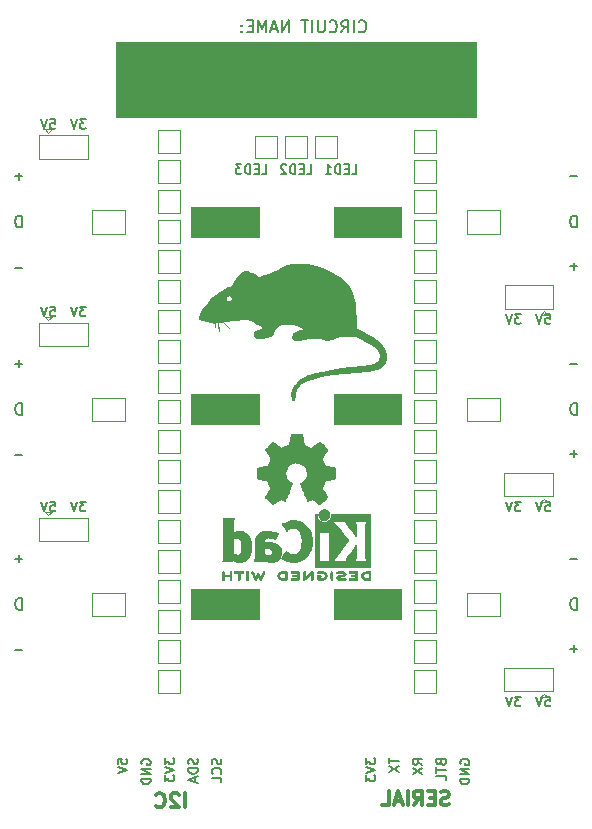
<source format=gbr>
G04 #@! TF.GenerationSoftware,KiCad,Pcbnew,(5.1.7)-1*
G04 #@! TF.CreationDate,2020-12-15T01:37:48+01:00*
G04 #@! TF.ProjectId,espbreakout,65737062-7265-4616-9b6f-75742e6b6963,rev?*
G04 #@! TF.SameCoordinates,Original*
G04 #@! TF.FileFunction,Legend,Bot*
G04 #@! TF.FilePolarity,Positive*
%FSLAX46Y46*%
G04 Gerber Fmt 4.6, Leading zero omitted, Abs format (unit mm)*
G04 Created by KiCad (PCBNEW (5.1.7)-1) date 2020-12-15 01:37:48*
%MOMM*%
%LPD*%
G01*
G04 APERTURE LIST*
%ADD10C,0.150000*%
%ADD11C,0.200000*%
%ADD12C,0.100000*%
%ADD13C,0.120000*%
%ADD14C,0.010000*%
%ADD15C,0.050000*%
%ADD16C,0.300000*%
G04 APERTURE END LIST*
D10*
X51695238Y-24491904D02*
X52076190Y-24491904D01*
X52076190Y-23691904D01*
X51428571Y-24072857D02*
X51161904Y-24072857D01*
X51047619Y-24491904D02*
X51428571Y-24491904D01*
X51428571Y-23691904D01*
X51047619Y-23691904D01*
X50704761Y-24491904D02*
X50704761Y-23691904D01*
X50514285Y-23691904D01*
X50400000Y-23730000D01*
X50323809Y-23806190D01*
X50285714Y-23882380D01*
X50247619Y-24034761D01*
X50247619Y-24149047D01*
X50285714Y-24301428D01*
X50323809Y-24377619D01*
X50400000Y-24453809D01*
X50514285Y-24491904D01*
X50704761Y-24491904D01*
X49980952Y-23691904D02*
X49485714Y-23691904D01*
X49752380Y-23996666D01*
X49638095Y-23996666D01*
X49561904Y-24034761D01*
X49523809Y-24072857D01*
X49485714Y-24149047D01*
X49485714Y-24339523D01*
X49523809Y-24415714D01*
X49561904Y-24453809D01*
X49638095Y-24491904D01*
X49866666Y-24491904D01*
X49942857Y-24453809D01*
X49980952Y-24415714D01*
X55505238Y-24491904D02*
X55886190Y-24491904D01*
X55886190Y-23691904D01*
X55238571Y-24072857D02*
X54971904Y-24072857D01*
X54857619Y-24491904D02*
X55238571Y-24491904D01*
X55238571Y-23691904D01*
X54857619Y-23691904D01*
X54514761Y-24491904D02*
X54514761Y-23691904D01*
X54324285Y-23691904D01*
X54210000Y-23730000D01*
X54133809Y-23806190D01*
X54095714Y-23882380D01*
X54057619Y-24034761D01*
X54057619Y-24149047D01*
X54095714Y-24301428D01*
X54133809Y-24377619D01*
X54210000Y-24453809D01*
X54324285Y-24491904D01*
X54514761Y-24491904D01*
X53752857Y-23768095D02*
X53714761Y-23730000D01*
X53638571Y-23691904D01*
X53448095Y-23691904D01*
X53371904Y-23730000D01*
X53333809Y-23768095D01*
X53295714Y-23844285D01*
X53295714Y-23920476D01*
X53333809Y-24034761D01*
X53790952Y-24491904D01*
X53295714Y-24491904D01*
X59315238Y-24491904D02*
X59696190Y-24491904D01*
X59696190Y-23691904D01*
X59048571Y-24072857D02*
X58781904Y-24072857D01*
X58667619Y-24491904D02*
X59048571Y-24491904D01*
X59048571Y-23691904D01*
X58667619Y-23691904D01*
X58324761Y-24491904D02*
X58324761Y-23691904D01*
X58134285Y-23691904D01*
X58020000Y-23730000D01*
X57943809Y-23806190D01*
X57905714Y-23882380D01*
X57867619Y-24034761D01*
X57867619Y-24149047D01*
X57905714Y-24301428D01*
X57943809Y-24377619D01*
X58020000Y-24453809D01*
X58134285Y-24491904D01*
X58324761Y-24491904D01*
X57105714Y-24491904D02*
X57562857Y-24491904D01*
X57334285Y-24491904D02*
X57334285Y-23691904D01*
X57410476Y-23806190D01*
X57486666Y-23882380D01*
X57562857Y-23920476D01*
D11*
X59917466Y-12412142D02*
X59965085Y-12459761D01*
X60107942Y-12507380D01*
X60203180Y-12507380D01*
X60346038Y-12459761D01*
X60441276Y-12364523D01*
X60488895Y-12269285D01*
X60536514Y-12078809D01*
X60536514Y-11935952D01*
X60488895Y-11745476D01*
X60441276Y-11650238D01*
X60346038Y-11555000D01*
X60203180Y-11507380D01*
X60107942Y-11507380D01*
X59965085Y-11555000D01*
X59917466Y-11602619D01*
X59488895Y-12507380D02*
X59488895Y-11507380D01*
X58441276Y-12507380D02*
X58774609Y-12031190D01*
X59012704Y-12507380D02*
X59012704Y-11507380D01*
X58631752Y-11507380D01*
X58536514Y-11555000D01*
X58488895Y-11602619D01*
X58441276Y-11697857D01*
X58441276Y-11840714D01*
X58488895Y-11935952D01*
X58536514Y-11983571D01*
X58631752Y-12031190D01*
X59012704Y-12031190D01*
X57441276Y-12412142D02*
X57488895Y-12459761D01*
X57631752Y-12507380D01*
X57726990Y-12507380D01*
X57869847Y-12459761D01*
X57965085Y-12364523D01*
X58012704Y-12269285D01*
X58060323Y-12078809D01*
X58060323Y-11935952D01*
X58012704Y-11745476D01*
X57965085Y-11650238D01*
X57869847Y-11555000D01*
X57726990Y-11507380D01*
X57631752Y-11507380D01*
X57488895Y-11555000D01*
X57441276Y-11602619D01*
X57012704Y-11507380D02*
X57012704Y-12316904D01*
X56965085Y-12412142D01*
X56917466Y-12459761D01*
X56822228Y-12507380D01*
X56631752Y-12507380D01*
X56536514Y-12459761D01*
X56488895Y-12412142D01*
X56441276Y-12316904D01*
X56441276Y-11507380D01*
X55965085Y-12507380D02*
X55965085Y-11507380D01*
X55631752Y-11507380D02*
X55060323Y-11507380D01*
X55346038Y-12507380D02*
X55346038Y-11507380D01*
X53965085Y-12507380D02*
X53965085Y-11507380D01*
X53393657Y-12507380D01*
X53393657Y-11507380D01*
X52965085Y-12221666D02*
X52488895Y-12221666D01*
X53060323Y-12507380D02*
X52726990Y-11507380D01*
X52393657Y-12507380D01*
X52060323Y-12507380D02*
X52060323Y-11507380D01*
X51726990Y-12221666D01*
X51393657Y-11507380D01*
X51393657Y-12507380D01*
X50917466Y-11983571D02*
X50584133Y-11983571D01*
X50441276Y-12507380D02*
X50917466Y-12507380D01*
X50917466Y-11507380D01*
X50441276Y-11507380D01*
X50012704Y-12412142D02*
X49965085Y-12459761D01*
X50012704Y-12507380D01*
X50060323Y-12459761D01*
X50012704Y-12412142D01*
X50012704Y-12507380D01*
X50012704Y-11888333D02*
X49965085Y-11935952D01*
X50012704Y-11983571D01*
X50060323Y-11935952D01*
X50012704Y-11888333D01*
X50012704Y-11983571D01*
D12*
G36*
X69855800Y-19675000D02*
G01*
X39375800Y-19675000D01*
X39375800Y-13325000D01*
X69855800Y-13325000D01*
X69855800Y-19675000D01*
G37*
X69855800Y-19675000D02*
X39375800Y-19675000D01*
X39375800Y-13325000D01*
X69855800Y-13325000D01*
X69855800Y-19675000D01*
G36*
X63505800Y-62220000D02*
G01*
X57790800Y-62220000D01*
X57790800Y-59680000D01*
X63505800Y-59680000D01*
X63505800Y-62220000D01*
G37*
X63505800Y-62220000D02*
X57790800Y-62220000D01*
X57790800Y-59680000D01*
X63505800Y-59680000D01*
X63505800Y-62220000D01*
G36*
X51440800Y-29835000D02*
G01*
X45725800Y-29835000D01*
X45725800Y-27295000D01*
X51440800Y-27295000D01*
X51440800Y-29835000D01*
G37*
X51440800Y-29835000D02*
X45725800Y-29835000D01*
X45725800Y-27295000D01*
X51440800Y-27295000D01*
X51440800Y-29835000D01*
G36*
X63505800Y-29835000D02*
G01*
X57790800Y-29835000D01*
X57790800Y-27295000D01*
X63505800Y-27295000D01*
X63505800Y-29835000D01*
G37*
X63505800Y-29835000D02*
X57790800Y-29835000D01*
X57790800Y-27295000D01*
X63505800Y-27295000D01*
X63505800Y-29835000D01*
G36*
X63505800Y-45710000D02*
G01*
X57790800Y-45710000D01*
X57790800Y-43170000D01*
X63505800Y-43170000D01*
X63505800Y-45710000D01*
G37*
X63505800Y-45710000D02*
X57790800Y-45710000D01*
X57790800Y-43170000D01*
X63505800Y-43170000D01*
X63505800Y-45710000D01*
G36*
X51440800Y-45710000D02*
G01*
X45725800Y-45710000D01*
X45725800Y-43170000D01*
X51440800Y-43170000D01*
X51440800Y-45710000D01*
G37*
X51440800Y-45710000D02*
X45725800Y-45710000D01*
X45725800Y-43170000D01*
X51440800Y-43170000D01*
X51440800Y-45710000D01*
G36*
X51440800Y-62220000D02*
G01*
X45725800Y-62220000D01*
X45725800Y-59680000D01*
X51440800Y-59680000D01*
X51440800Y-62220000D01*
G37*
X51440800Y-62220000D02*
X45725800Y-62220000D01*
X45725800Y-59680000D01*
X51440800Y-59680000D01*
X51440800Y-62220000D01*
D11*
X33807380Y-19881904D02*
X34188333Y-19881904D01*
X34226428Y-20262857D01*
X34188333Y-20224761D01*
X34112142Y-20186666D01*
X33921666Y-20186666D01*
X33845476Y-20224761D01*
X33807380Y-20262857D01*
X33769285Y-20339047D01*
X33769285Y-20529523D01*
X33807380Y-20605714D01*
X33845476Y-20643809D01*
X33921666Y-20681904D01*
X34112142Y-20681904D01*
X34188333Y-20643809D01*
X34226428Y-20605714D01*
X33540714Y-19881904D02*
X33274047Y-20681904D01*
X33007380Y-19881904D01*
X36804523Y-19881904D02*
X36309285Y-19881904D01*
X36575952Y-20186666D01*
X36461666Y-20186666D01*
X36385476Y-20224761D01*
X36347380Y-20262857D01*
X36309285Y-20339047D01*
X36309285Y-20529523D01*
X36347380Y-20605714D01*
X36385476Y-20643809D01*
X36461666Y-20681904D01*
X36690238Y-20681904D01*
X36766428Y-20643809D01*
X36804523Y-20605714D01*
X36080714Y-19881904D02*
X35814047Y-20681904D01*
X35547380Y-19881904D01*
D10*
X77800238Y-40582857D02*
X78409761Y-40582857D01*
X78366904Y-44902380D02*
X78366904Y-43902380D01*
X78128809Y-43902380D01*
X77985952Y-43950000D01*
X77890714Y-44045238D01*
X77843095Y-44140476D01*
X77795476Y-44330952D01*
X77795476Y-44473809D01*
X77843095Y-44664285D01*
X77890714Y-44759523D01*
X77985952Y-44854761D01*
X78128809Y-44902380D01*
X78366904Y-44902380D01*
X77800238Y-48202857D02*
X78409761Y-48202857D01*
X78105000Y-47898095D02*
X78105000Y-48507619D01*
X48248809Y-74019880D02*
X48286904Y-74134166D01*
X48286904Y-74324642D01*
X48248809Y-74400833D01*
X48210714Y-74438928D01*
X48134523Y-74477023D01*
X48058333Y-74477023D01*
X47982142Y-74438928D01*
X47944047Y-74400833D01*
X47905952Y-74324642D01*
X47867857Y-74172261D01*
X47829761Y-74096071D01*
X47791666Y-74057976D01*
X47715476Y-74019880D01*
X47639285Y-74019880D01*
X47563095Y-74057976D01*
X47525000Y-74096071D01*
X47486904Y-74172261D01*
X47486904Y-74362738D01*
X47525000Y-74477023D01*
X48210714Y-75277023D02*
X48248809Y-75238928D01*
X48286904Y-75124642D01*
X48286904Y-75048452D01*
X48248809Y-74934166D01*
X48172619Y-74857976D01*
X48096428Y-74819880D01*
X47944047Y-74781785D01*
X47829761Y-74781785D01*
X47677380Y-74819880D01*
X47601190Y-74857976D01*
X47525000Y-74934166D01*
X47486904Y-75048452D01*
X47486904Y-75124642D01*
X47525000Y-75238928D01*
X47563095Y-75277023D01*
X48286904Y-76000833D02*
X48286904Y-75619880D01*
X47486904Y-75619880D01*
X46248809Y-74019880D02*
X46286904Y-74134166D01*
X46286904Y-74324642D01*
X46248809Y-74400833D01*
X46210714Y-74438928D01*
X46134523Y-74477023D01*
X46058333Y-74477023D01*
X45982142Y-74438928D01*
X45944047Y-74400833D01*
X45905952Y-74324642D01*
X45867857Y-74172261D01*
X45829761Y-74096071D01*
X45791666Y-74057976D01*
X45715476Y-74019880D01*
X45639285Y-74019880D01*
X45563095Y-74057976D01*
X45525000Y-74096071D01*
X45486904Y-74172261D01*
X45486904Y-74362738D01*
X45525000Y-74477023D01*
X46286904Y-74819880D02*
X45486904Y-74819880D01*
X45486904Y-75010357D01*
X45525000Y-75124642D01*
X45601190Y-75200833D01*
X45677380Y-75238928D01*
X45829761Y-75277023D01*
X45944047Y-75277023D01*
X46096428Y-75238928D01*
X46172619Y-75200833D01*
X46248809Y-75124642D01*
X46286904Y-75010357D01*
X46286904Y-74819880D01*
X46058333Y-75581785D02*
X46058333Y-75962738D01*
X46286904Y-75505595D02*
X45486904Y-75772261D01*
X46286904Y-76038928D01*
X39486904Y-74438928D02*
X39486904Y-74057976D01*
X39867857Y-74019880D01*
X39829761Y-74057976D01*
X39791666Y-74134166D01*
X39791666Y-74324642D01*
X39829761Y-74400833D01*
X39867857Y-74438928D01*
X39944047Y-74477023D01*
X40134523Y-74477023D01*
X40210714Y-74438928D01*
X40248809Y-74400833D01*
X40286904Y-74324642D01*
X40286904Y-74134166D01*
X40248809Y-74057976D01*
X40210714Y-74019880D01*
X39486904Y-74705595D02*
X40286904Y-74972261D01*
X39486904Y-75238928D01*
X41525000Y-74477023D02*
X41486904Y-74400833D01*
X41486904Y-74286547D01*
X41525000Y-74172261D01*
X41601190Y-74096071D01*
X41677380Y-74057976D01*
X41829761Y-74019880D01*
X41944047Y-74019880D01*
X42096428Y-74057976D01*
X42172619Y-74096071D01*
X42248809Y-74172261D01*
X42286904Y-74286547D01*
X42286904Y-74362738D01*
X42248809Y-74477023D01*
X42210714Y-74515119D01*
X41944047Y-74515119D01*
X41944047Y-74362738D01*
X42286904Y-74857976D02*
X41486904Y-74857976D01*
X42286904Y-75315119D01*
X41486904Y-75315119D01*
X42286904Y-75696071D02*
X41486904Y-75696071D01*
X41486904Y-75886547D01*
X41525000Y-76000833D01*
X41601190Y-76077023D01*
X41677380Y-76115119D01*
X41829761Y-76153214D01*
X41944047Y-76153214D01*
X42096428Y-76115119D01*
X42172619Y-76077023D01*
X42248809Y-76000833D01*
X42286904Y-75886547D01*
X42286904Y-75696071D01*
X43486904Y-73981785D02*
X43486904Y-74477023D01*
X43791666Y-74210357D01*
X43791666Y-74324642D01*
X43829761Y-74400833D01*
X43867857Y-74438928D01*
X43944047Y-74477023D01*
X44134523Y-74477023D01*
X44210714Y-74438928D01*
X44248809Y-74400833D01*
X44286904Y-74324642D01*
X44286904Y-74096071D01*
X44248809Y-74019880D01*
X44210714Y-73981785D01*
X43486904Y-74705595D02*
X44286904Y-74972261D01*
X43486904Y-75238928D01*
X43486904Y-75429404D02*
X43486904Y-75924642D01*
X43791666Y-75657976D01*
X43791666Y-75772261D01*
X43829761Y-75848452D01*
X43867857Y-75886547D01*
X43944047Y-75924642D01*
X44134523Y-75924642D01*
X44210714Y-75886547D01*
X44248809Y-75848452D01*
X44286904Y-75772261D01*
X44286904Y-75543690D01*
X44248809Y-75467500D01*
X44210714Y-75429404D01*
X60486904Y-73981785D02*
X60486904Y-74477023D01*
X60791666Y-74210357D01*
X60791666Y-74324642D01*
X60829761Y-74400833D01*
X60867857Y-74438928D01*
X60944047Y-74477023D01*
X61134523Y-74477023D01*
X61210714Y-74438928D01*
X61248809Y-74400833D01*
X61286904Y-74324642D01*
X61286904Y-74096071D01*
X61248809Y-74019880D01*
X61210714Y-73981785D01*
X60486904Y-74705595D02*
X61286904Y-74972261D01*
X60486904Y-75238928D01*
X60486904Y-75429404D02*
X60486904Y-75924642D01*
X60791666Y-75657976D01*
X60791666Y-75772261D01*
X60829761Y-75848452D01*
X60867857Y-75886547D01*
X60944047Y-75924642D01*
X61134523Y-75924642D01*
X61210714Y-75886547D01*
X61248809Y-75848452D01*
X61286904Y-75772261D01*
X61286904Y-75543690D01*
X61248809Y-75467500D01*
X61210714Y-75429404D01*
X68525000Y-74477023D02*
X68486904Y-74400833D01*
X68486904Y-74286547D01*
X68525000Y-74172261D01*
X68601190Y-74096071D01*
X68677380Y-74057976D01*
X68829761Y-74019880D01*
X68944047Y-74019880D01*
X69096428Y-74057976D01*
X69172619Y-74096071D01*
X69248809Y-74172261D01*
X69286904Y-74286547D01*
X69286904Y-74362738D01*
X69248809Y-74477023D01*
X69210714Y-74515119D01*
X68944047Y-74515119D01*
X68944047Y-74362738D01*
X69286904Y-74857976D02*
X68486904Y-74857976D01*
X69286904Y-75315119D01*
X68486904Y-75315119D01*
X69286904Y-75696071D02*
X68486904Y-75696071D01*
X68486904Y-75886547D01*
X68525000Y-76000833D01*
X68601190Y-76077023D01*
X68677380Y-76115119D01*
X68829761Y-76153214D01*
X68944047Y-76153214D01*
X69096428Y-76115119D01*
X69172619Y-76077023D01*
X69248809Y-76000833D01*
X69286904Y-75886547D01*
X69286904Y-75696071D01*
X66867857Y-74324642D02*
X66905952Y-74438928D01*
X66944047Y-74477023D01*
X67020238Y-74515119D01*
X67134523Y-74515119D01*
X67210714Y-74477023D01*
X67248809Y-74438928D01*
X67286904Y-74362738D01*
X67286904Y-74057976D01*
X66486904Y-74057976D01*
X66486904Y-74324642D01*
X66525000Y-74400833D01*
X66563095Y-74438928D01*
X66639285Y-74477023D01*
X66715476Y-74477023D01*
X66791666Y-74438928D01*
X66829761Y-74400833D01*
X66867857Y-74324642D01*
X66867857Y-74057976D01*
X66486904Y-74743690D02*
X66486904Y-75200833D01*
X67286904Y-74972261D02*
X66486904Y-74972261D01*
X67286904Y-75848452D02*
X67286904Y-75467500D01*
X66486904Y-75467500D01*
X65286904Y-74515119D02*
X64905952Y-74248452D01*
X65286904Y-74057976D02*
X64486904Y-74057976D01*
X64486904Y-74362738D01*
X64525000Y-74438928D01*
X64563095Y-74477023D01*
X64639285Y-74515119D01*
X64753571Y-74515119D01*
X64829761Y-74477023D01*
X64867857Y-74438928D01*
X64905952Y-74362738D01*
X64905952Y-74057976D01*
X64486904Y-74781785D02*
X65286904Y-75315119D01*
X64486904Y-75315119D02*
X65286904Y-74781785D01*
X62486904Y-73943690D02*
X62486904Y-74400833D01*
X63286904Y-74172261D02*
X62486904Y-74172261D01*
X62486904Y-74591309D02*
X63286904Y-75124642D01*
X62486904Y-75124642D02*
X63286904Y-74591309D01*
X30810238Y-24707857D02*
X31419761Y-24707857D01*
X31115000Y-24403095D02*
X31115000Y-25012619D01*
X31419761Y-32442142D02*
X30810238Y-32442142D01*
X31376904Y-29027380D02*
X31376904Y-28027380D01*
X31138809Y-28027380D01*
X30995952Y-28075000D01*
X30900714Y-28170238D01*
X30853095Y-28265476D01*
X30805476Y-28455952D01*
X30805476Y-28598809D01*
X30853095Y-28789285D01*
X30900714Y-28884523D01*
X30995952Y-28979761D01*
X31138809Y-29027380D01*
X31376904Y-29027380D01*
X31419761Y-64827142D02*
X30810238Y-64827142D01*
X31376904Y-61412380D02*
X31376904Y-60412380D01*
X31138809Y-60412380D01*
X30995952Y-60460000D01*
X30900714Y-60555238D01*
X30853095Y-60650476D01*
X30805476Y-60840952D01*
X30805476Y-60983809D01*
X30853095Y-61174285D01*
X30900714Y-61269523D01*
X30995952Y-61364761D01*
X31138809Y-61412380D01*
X31376904Y-61412380D01*
X30810238Y-57092857D02*
X31419761Y-57092857D01*
X31115000Y-56788095D02*
X31115000Y-57397619D01*
X30810238Y-40582857D02*
X31419761Y-40582857D01*
X31115000Y-40278095D02*
X31115000Y-40887619D01*
X31376904Y-44902380D02*
X31376904Y-43902380D01*
X31138809Y-43902380D01*
X30995952Y-43950000D01*
X30900714Y-44045238D01*
X30853095Y-44140476D01*
X30805476Y-44330952D01*
X30805476Y-44473809D01*
X30853095Y-44664285D01*
X30900714Y-44759523D01*
X30995952Y-44854761D01*
X31138809Y-44902380D01*
X31376904Y-44902380D01*
X31419761Y-48317142D02*
X30810238Y-48317142D01*
X77800238Y-32327857D02*
X78409761Y-32327857D01*
X78105000Y-32023095D02*
X78105000Y-32632619D01*
X77800238Y-24707857D02*
X78409761Y-24707857D01*
X78366904Y-29027380D02*
X78366904Y-28027380D01*
X78128809Y-28027380D01*
X77985952Y-28075000D01*
X77890714Y-28170238D01*
X77843095Y-28265476D01*
X77795476Y-28455952D01*
X77795476Y-28598809D01*
X77843095Y-28789285D01*
X77890714Y-28884523D01*
X77985952Y-28979761D01*
X78128809Y-29027380D01*
X78366904Y-29027380D01*
X77800238Y-57092857D02*
X78409761Y-57092857D01*
X78366904Y-61412380D02*
X78366904Y-60412380D01*
X78128809Y-60412380D01*
X77985952Y-60460000D01*
X77890714Y-60555238D01*
X77843095Y-60650476D01*
X77795476Y-60840952D01*
X77795476Y-60983809D01*
X77843095Y-61174285D01*
X77890714Y-61269523D01*
X77985952Y-61364761D01*
X78128809Y-61412380D01*
X78366904Y-61412380D01*
X77800238Y-64712857D02*
X78409761Y-64712857D01*
X78105000Y-64408095D02*
X78105000Y-65017619D01*
D11*
X73634523Y-68776904D02*
X73139285Y-68776904D01*
X73405952Y-69081666D01*
X73291666Y-69081666D01*
X73215476Y-69119761D01*
X73177380Y-69157857D01*
X73139285Y-69234047D01*
X73139285Y-69424523D01*
X73177380Y-69500714D01*
X73215476Y-69538809D01*
X73291666Y-69576904D01*
X73520238Y-69576904D01*
X73596428Y-69538809D01*
X73634523Y-69500714D01*
X72910714Y-68776904D02*
X72644047Y-69576904D01*
X72377380Y-68776904D01*
X73634523Y-52266904D02*
X73139285Y-52266904D01*
X73405952Y-52571666D01*
X73291666Y-52571666D01*
X73215476Y-52609761D01*
X73177380Y-52647857D01*
X73139285Y-52724047D01*
X73139285Y-52914523D01*
X73177380Y-52990714D01*
X73215476Y-53028809D01*
X73291666Y-53066904D01*
X73520238Y-53066904D01*
X73596428Y-53028809D01*
X73634523Y-52990714D01*
X72910714Y-52266904D02*
X72644047Y-53066904D01*
X72377380Y-52266904D01*
X73634523Y-36391904D02*
X73139285Y-36391904D01*
X73405952Y-36696666D01*
X73291666Y-36696666D01*
X73215476Y-36734761D01*
X73177380Y-36772857D01*
X73139285Y-36849047D01*
X73139285Y-37039523D01*
X73177380Y-37115714D01*
X73215476Y-37153809D01*
X73291666Y-37191904D01*
X73520238Y-37191904D01*
X73596428Y-37153809D01*
X73634523Y-37115714D01*
X72910714Y-36391904D02*
X72644047Y-37191904D01*
X72377380Y-36391904D01*
X75717380Y-68776904D02*
X76098333Y-68776904D01*
X76136428Y-69157857D01*
X76098333Y-69119761D01*
X76022142Y-69081666D01*
X75831666Y-69081666D01*
X75755476Y-69119761D01*
X75717380Y-69157857D01*
X75679285Y-69234047D01*
X75679285Y-69424523D01*
X75717380Y-69500714D01*
X75755476Y-69538809D01*
X75831666Y-69576904D01*
X76022142Y-69576904D01*
X76098333Y-69538809D01*
X76136428Y-69500714D01*
X75450714Y-68776904D02*
X75184047Y-69576904D01*
X74917380Y-68776904D01*
X75717380Y-52266904D02*
X76098333Y-52266904D01*
X76136428Y-52647857D01*
X76098333Y-52609761D01*
X76022142Y-52571666D01*
X75831666Y-52571666D01*
X75755476Y-52609761D01*
X75717380Y-52647857D01*
X75679285Y-52724047D01*
X75679285Y-52914523D01*
X75717380Y-52990714D01*
X75755476Y-53028809D01*
X75831666Y-53066904D01*
X76022142Y-53066904D01*
X76098333Y-53028809D01*
X76136428Y-52990714D01*
X75450714Y-52266904D02*
X75184047Y-53066904D01*
X74917380Y-52266904D01*
X75717380Y-36391904D02*
X76098333Y-36391904D01*
X76136428Y-36772857D01*
X76098333Y-36734761D01*
X76022142Y-36696666D01*
X75831666Y-36696666D01*
X75755476Y-36734761D01*
X75717380Y-36772857D01*
X75679285Y-36849047D01*
X75679285Y-37039523D01*
X75717380Y-37115714D01*
X75755476Y-37153809D01*
X75831666Y-37191904D01*
X76022142Y-37191904D01*
X76098333Y-37153809D01*
X76136428Y-37115714D01*
X75450714Y-36391904D02*
X75184047Y-37191904D01*
X74917380Y-36391904D01*
X33807380Y-35756904D02*
X34188333Y-35756904D01*
X34226428Y-36137857D01*
X34188333Y-36099761D01*
X34112142Y-36061666D01*
X33921666Y-36061666D01*
X33845476Y-36099761D01*
X33807380Y-36137857D01*
X33769285Y-36214047D01*
X33769285Y-36404523D01*
X33807380Y-36480714D01*
X33845476Y-36518809D01*
X33921666Y-36556904D01*
X34112142Y-36556904D01*
X34188333Y-36518809D01*
X34226428Y-36480714D01*
X33540714Y-35756904D02*
X33274047Y-36556904D01*
X33007380Y-35756904D01*
X36804523Y-35756904D02*
X36309285Y-35756904D01*
X36575952Y-36061666D01*
X36461666Y-36061666D01*
X36385476Y-36099761D01*
X36347380Y-36137857D01*
X36309285Y-36214047D01*
X36309285Y-36404523D01*
X36347380Y-36480714D01*
X36385476Y-36518809D01*
X36461666Y-36556904D01*
X36690238Y-36556904D01*
X36766428Y-36518809D01*
X36804523Y-36480714D01*
X36080714Y-35756904D02*
X35814047Y-36556904D01*
X35547380Y-35756904D01*
X36804523Y-52266904D02*
X36309285Y-52266904D01*
X36575952Y-52571666D01*
X36461666Y-52571666D01*
X36385476Y-52609761D01*
X36347380Y-52647857D01*
X36309285Y-52724047D01*
X36309285Y-52914523D01*
X36347380Y-52990714D01*
X36385476Y-53028809D01*
X36461666Y-53066904D01*
X36690238Y-53066904D01*
X36766428Y-53028809D01*
X36804523Y-52990714D01*
X36080714Y-52266904D02*
X35814047Y-53066904D01*
X35547380Y-52266904D01*
X33807380Y-52266904D02*
X34188333Y-52266904D01*
X34226428Y-52647857D01*
X34188333Y-52609761D01*
X34112142Y-52571666D01*
X33921666Y-52571666D01*
X33845476Y-52609761D01*
X33807380Y-52647857D01*
X33769285Y-52724047D01*
X33769285Y-52914523D01*
X33807380Y-52990714D01*
X33845476Y-53028809D01*
X33921666Y-53066904D01*
X34112142Y-53066904D01*
X34188333Y-53028809D01*
X34226428Y-52990714D01*
X33540714Y-52266904D02*
X33274047Y-53066904D01*
X33007380Y-52266904D01*
D13*
X51120000Y-21265000D02*
X51120000Y-23165000D01*
X53020000Y-21265000D02*
X51120000Y-21265000D01*
X53020000Y-23165000D02*
X53020000Y-21265000D01*
X51120000Y-23165000D02*
X53020000Y-23165000D01*
X53660000Y-21275000D02*
X53660000Y-23175000D01*
X55560000Y-21275000D02*
X53660000Y-21275000D01*
X55560000Y-23175000D02*
X55560000Y-21275000D01*
X53660000Y-23175000D02*
X55560000Y-23175000D01*
X56205800Y-23165000D02*
X58105800Y-23165000D01*
X58105800Y-23165000D02*
X58105800Y-21265000D01*
X58105800Y-21265000D02*
X56205800Y-21265000D01*
X56205800Y-21265000D02*
X56205800Y-23165000D01*
X42903800Y-68420000D02*
X44803800Y-68420000D01*
X44803800Y-68420000D02*
X44803800Y-66520000D01*
X44803800Y-66520000D02*
X42903800Y-66520000D01*
X42903800Y-66520000D02*
X42903800Y-68420000D01*
X42903800Y-63980000D02*
X42903800Y-65880000D01*
X44803800Y-63980000D02*
X42903800Y-63980000D01*
X44803800Y-65880000D02*
X44803800Y-63980000D01*
X42903800Y-65880000D02*
X44803800Y-65880000D01*
X42903800Y-63340000D02*
X44803800Y-63340000D01*
X44803800Y-63340000D02*
X44803800Y-61440000D01*
X44803800Y-61440000D02*
X42903800Y-61440000D01*
X42903800Y-61440000D02*
X42903800Y-63340000D01*
X42903800Y-58900000D02*
X42903800Y-60800000D01*
X44803800Y-58900000D02*
X42903800Y-58900000D01*
X44803800Y-60800000D02*
X44803800Y-58900000D01*
X42903800Y-60800000D02*
X44803800Y-60800000D01*
X42903800Y-58260000D02*
X44803800Y-58260000D01*
X44803800Y-58260000D02*
X44803800Y-56360000D01*
X44803800Y-56360000D02*
X42903800Y-56360000D01*
X42903800Y-56360000D02*
X42903800Y-58260000D01*
X42903800Y-53820000D02*
X42903800Y-55720000D01*
X44803800Y-53820000D02*
X42903800Y-53820000D01*
X44803800Y-55720000D02*
X44803800Y-53820000D01*
X42903800Y-55720000D02*
X44803800Y-55720000D01*
X42903800Y-53180000D02*
X44803800Y-53180000D01*
X44803800Y-53180000D02*
X44803800Y-51280000D01*
X44803800Y-51280000D02*
X42903800Y-51280000D01*
X42903800Y-51280000D02*
X42903800Y-53180000D01*
X42903800Y-48740000D02*
X42903800Y-50640000D01*
X44803800Y-48740000D02*
X42903800Y-48740000D01*
X44803800Y-50640000D02*
X44803800Y-48740000D01*
X42903800Y-50640000D02*
X44803800Y-50640000D01*
X42903800Y-48100000D02*
X44803800Y-48100000D01*
X44803800Y-48100000D02*
X44803800Y-46200000D01*
X44803800Y-46200000D02*
X42903800Y-46200000D01*
X42903800Y-46200000D02*
X42903800Y-48100000D01*
X42903800Y-43660000D02*
X42903800Y-45560000D01*
X44803800Y-43660000D02*
X42903800Y-43660000D01*
X44803800Y-45560000D02*
X44803800Y-43660000D01*
X42903800Y-45560000D02*
X44803800Y-45560000D01*
X42903800Y-43020000D02*
X44803800Y-43020000D01*
X44803800Y-43020000D02*
X44803800Y-41120000D01*
X44803800Y-41120000D02*
X42903800Y-41120000D01*
X42903800Y-41120000D02*
X42903800Y-43020000D01*
X42903800Y-38580000D02*
X42903800Y-40480000D01*
X44803800Y-38580000D02*
X42903800Y-38580000D01*
X44803800Y-40480000D02*
X44803800Y-38580000D01*
X42903800Y-40480000D02*
X44803800Y-40480000D01*
X42903800Y-37940000D02*
X44803800Y-37940000D01*
X44803800Y-37940000D02*
X44803800Y-36040000D01*
X44803800Y-36040000D02*
X42903800Y-36040000D01*
X42903800Y-36040000D02*
X42903800Y-37940000D01*
X42903800Y-33500000D02*
X42903800Y-35400000D01*
X44803800Y-33500000D02*
X42903800Y-33500000D01*
X44803800Y-35400000D02*
X44803800Y-33500000D01*
X42903800Y-35400000D02*
X44803800Y-35400000D01*
X42903800Y-32860000D02*
X44803800Y-32860000D01*
X44803800Y-32860000D02*
X44803800Y-30960000D01*
X44803800Y-30960000D02*
X42903800Y-30960000D01*
X42903800Y-30960000D02*
X42903800Y-32860000D01*
X42903800Y-28420000D02*
X42903800Y-30320000D01*
X44803800Y-28420000D02*
X42903800Y-28420000D01*
X44803800Y-30320000D02*
X44803800Y-28420000D01*
X42903800Y-30320000D02*
X44803800Y-30320000D01*
X42903800Y-27780000D02*
X44803800Y-27780000D01*
X44803800Y-27780000D02*
X44803800Y-25880000D01*
X44803800Y-25880000D02*
X42903800Y-25880000D01*
X42903800Y-25880000D02*
X42903800Y-27780000D01*
X42903800Y-23340000D02*
X42903800Y-25240000D01*
X44803800Y-23340000D02*
X42903800Y-23340000D01*
X44803800Y-25240000D02*
X44803800Y-23340000D01*
X42903800Y-25240000D02*
X44803800Y-25240000D01*
X42903800Y-22700000D02*
X44803800Y-22700000D01*
X44803800Y-22700000D02*
X44803800Y-20800000D01*
X44803800Y-20800000D02*
X42903800Y-20800000D01*
X42903800Y-20800000D02*
X42903800Y-22700000D01*
X64570000Y-22700000D02*
X66470000Y-22700000D01*
X66470000Y-22700000D02*
X66470000Y-20800000D01*
X66470000Y-20800000D02*
X64570000Y-20800000D01*
X64570000Y-20800000D02*
X64570000Y-22700000D01*
X64570000Y-23340000D02*
X64570000Y-25240000D01*
X66470000Y-23340000D02*
X64570000Y-23340000D01*
X66470000Y-25240000D02*
X66470000Y-23340000D01*
X64570000Y-25240000D02*
X66470000Y-25240000D01*
X64570000Y-27780000D02*
X66470000Y-27780000D01*
X66470000Y-27780000D02*
X66470000Y-25880000D01*
X66470000Y-25880000D02*
X64570000Y-25880000D01*
X64570000Y-25880000D02*
X64570000Y-27780000D01*
X64570000Y-28420000D02*
X64570000Y-30320000D01*
X66470000Y-28420000D02*
X64570000Y-28420000D01*
X66470000Y-30320000D02*
X66470000Y-28420000D01*
X64570000Y-30320000D02*
X66470000Y-30320000D01*
X64570000Y-32860000D02*
X66470000Y-32860000D01*
X66470000Y-32860000D02*
X66470000Y-30960000D01*
X66470000Y-30960000D02*
X64570000Y-30960000D01*
X64570000Y-30960000D02*
X64570000Y-32860000D01*
X64570000Y-33500000D02*
X64570000Y-35400000D01*
X66470000Y-33500000D02*
X64570000Y-33500000D01*
X66470000Y-35400000D02*
X66470000Y-33500000D01*
X64570000Y-35400000D02*
X66470000Y-35400000D01*
X64570000Y-37940000D02*
X66470000Y-37940000D01*
X66470000Y-37940000D02*
X66470000Y-36040000D01*
X66470000Y-36040000D02*
X64570000Y-36040000D01*
X64570000Y-36040000D02*
X64570000Y-37940000D01*
X64570000Y-38580000D02*
X64570000Y-40480000D01*
X66470000Y-38580000D02*
X64570000Y-38580000D01*
X66470000Y-40480000D02*
X66470000Y-38580000D01*
X64570000Y-40480000D02*
X66470000Y-40480000D01*
X64570000Y-43020000D02*
X66470000Y-43020000D01*
X66470000Y-43020000D02*
X66470000Y-41120000D01*
X66470000Y-41120000D02*
X64570000Y-41120000D01*
X64570000Y-41120000D02*
X64570000Y-43020000D01*
X64570000Y-43660000D02*
X64570000Y-45560000D01*
X66470000Y-43660000D02*
X64570000Y-43660000D01*
X66470000Y-45560000D02*
X66470000Y-43660000D01*
X64570000Y-45560000D02*
X66470000Y-45560000D01*
X64570000Y-48100000D02*
X66470000Y-48100000D01*
X66470000Y-48100000D02*
X66470000Y-46200000D01*
X66470000Y-46200000D02*
X64570000Y-46200000D01*
X64570000Y-46200000D02*
X64570000Y-48100000D01*
X64570000Y-48740000D02*
X64570000Y-50640000D01*
X66470000Y-48740000D02*
X64570000Y-48740000D01*
X66470000Y-50640000D02*
X66470000Y-48740000D01*
X64570000Y-50640000D02*
X66470000Y-50640000D01*
X64570000Y-53180000D02*
X66470000Y-53180000D01*
X66470000Y-53180000D02*
X66470000Y-51280000D01*
X66470000Y-51280000D02*
X64570000Y-51280000D01*
X64570000Y-51280000D02*
X64570000Y-53180000D01*
X64570000Y-53820000D02*
X64570000Y-55720000D01*
X66470000Y-53820000D02*
X64570000Y-53820000D01*
X66470000Y-55720000D02*
X66470000Y-53820000D01*
X64570000Y-55720000D02*
X66470000Y-55720000D01*
X64570000Y-58260000D02*
X66470000Y-58260000D01*
X66470000Y-58260000D02*
X66470000Y-56360000D01*
X66470000Y-56360000D02*
X64570000Y-56360000D01*
X64570000Y-56360000D02*
X64570000Y-58260000D01*
X64570000Y-58900000D02*
X64570000Y-60800000D01*
X66470000Y-58900000D02*
X64570000Y-58900000D01*
X66470000Y-60800000D02*
X66470000Y-58900000D01*
X64570000Y-60800000D02*
X66470000Y-60800000D01*
X64570000Y-63340000D02*
X66470000Y-63340000D01*
X66470000Y-63340000D02*
X66470000Y-61440000D01*
X66470000Y-61440000D02*
X64570000Y-61440000D01*
X64570000Y-61440000D02*
X64570000Y-63340000D01*
X64570000Y-63980000D02*
X64570000Y-65880000D01*
X66470000Y-63980000D02*
X64570000Y-63980000D01*
X66470000Y-65880000D02*
X66470000Y-63980000D01*
X64570000Y-65880000D02*
X66470000Y-65880000D01*
X64570000Y-68420000D02*
X66470000Y-68420000D01*
X66470000Y-68420000D02*
X66470000Y-66520000D01*
X66470000Y-66520000D02*
X64570000Y-66520000D01*
X64570000Y-66520000D02*
X64570000Y-68420000D01*
X37335000Y-29575000D02*
X40135000Y-29575000D01*
X40135000Y-29575000D02*
X40135000Y-27575000D01*
X40135000Y-27575000D02*
X37335000Y-27575000D01*
X37335000Y-27575000D02*
X37335000Y-29575000D01*
X32875000Y-23225000D02*
X36975000Y-23225000D01*
X36975000Y-23225000D02*
X36975000Y-21225000D01*
X36975000Y-21225000D02*
X32875000Y-21225000D01*
X32875000Y-21225000D02*
X32875000Y-23225000D01*
X33625000Y-21025000D02*
X33325000Y-20725000D01*
X33325000Y-20725000D02*
X33925000Y-20725000D01*
X33625000Y-21025000D02*
X33925000Y-20725000D01*
X76345000Y-49800000D02*
X72245000Y-49800000D01*
X72245000Y-49800000D02*
X72245000Y-51800000D01*
X72245000Y-51800000D02*
X76345000Y-51800000D01*
X76345000Y-51800000D02*
X76345000Y-49800000D01*
X75595000Y-52000000D02*
X75895000Y-52300000D01*
X75895000Y-52300000D02*
X75295000Y-52300000D01*
X75595000Y-52000000D02*
X75295000Y-52300000D01*
X76345000Y-66310000D02*
X72245000Y-66310000D01*
X72245000Y-66310000D02*
X72245000Y-68310000D01*
X72245000Y-68310000D02*
X76345000Y-68310000D01*
X76345000Y-68310000D02*
X76345000Y-66310000D01*
X75595000Y-68510000D02*
X75895000Y-68810000D01*
X75895000Y-68810000D02*
X75295000Y-68810000D01*
X75595000Y-68510000D02*
X75295000Y-68810000D01*
X32875000Y-55610000D02*
X36975000Y-55610000D01*
X36975000Y-55610000D02*
X36975000Y-53610000D01*
X36975000Y-53610000D02*
X32875000Y-53610000D01*
X32875000Y-53610000D02*
X32875000Y-55610000D01*
X33625000Y-53410000D02*
X33325000Y-53110000D01*
X33325000Y-53110000D02*
X33925000Y-53110000D01*
X33625000Y-53410000D02*
X33925000Y-53110000D01*
X76375000Y-33925000D02*
X72275000Y-33925000D01*
X72275000Y-33925000D02*
X72275000Y-35925000D01*
X72275000Y-35925000D02*
X76375000Y-35925000D01*
X76375000Y-35925000D02*
X76375000Y-33925000D01*
X75625000Y-36125000D02*
X75925000Y-36425000D01*
X75925000Y-36425000D02*
X75325000Y-36425000D01*
X75625000Y-36125000D02*
X75325000Y-36425000D01*
X32875000Y-39100000D02*
X36975000Y-39100000D01*
X36975000Y-39100000D02*
X36975000Y-37100000D01*
X36975000Y-37100000D02*
X32875000Y-37100000D01*
X32875000Y-37100000D02*
X32875000Y-39100000D01*
X33625000Y-36900000D02*
X33325000Y-36600000D01*
X33325000Y-36600000D02*
X33925000Y-36600000D01*
X33625000Y-36900000D02*
X33925000Y-36600000D01*
X69085000Y-61960000D02*
X71885000Y-61960000D01*
X71885000Y-61960000D02*
X71885000Y-59960000D01*
X71885000Y-59960000D02*
X69085000Y-59960000D01*
X69085000Y-59960000D02*
X69085000Y-61960000D01*
X69085000Y-45450000D02*
X71885000Y-45450000D01*
X71885000Y-45450000D02*
X71885000Y-43450000D01*
X71885000Y-43450000D02*
X69085000Y-43450000D01*
X69085000Y-43450000D02*
X69085000Y-45450000D01*
X69085000Y-29575000D02*
X71885000Y-29575000D01*
X71885000Y-29575000D02*
X71885000Y-27575000D01*
X71885000Y-27575000D02*
X69085000Y-27575000D01*
X69085000Y-27575000D02*
X69085000Y-29575000D01*
X37335000Y-61960000D02*
X40135000Y-61960000D01*
X40135000Y-61960000D02*
X40135000Y-59960000D01*
X40135000Y-59960000D02*
X37335000Y-59960000D01*
X37335000Y-59960000D02*
X37335000Y-61960000D01*
X37335000Y-45450000D02*
X40135000Y-45450000D01*
X40135000Y-45450000D02*
X40135000Y-43450000D01*
X40135000Y-43450000D02*
X37335000Y-43450000D01*
X37335000Y-43450000D02*
X37335000Y-45450000D01*
D14*
G36*
X54059986Y-46988931D02*
G01*
X53976165Y-47433555D01*
X53666880Y-47561053D01*
X53357594Y-47688551D01*
X52986554Y-47436246D01*
X52882643Y-47365996D01*
X52788713Y-47303272D01*
X52709148Y-47250938D01*
X52648330Y-47211857D01*
X52610643Y-47188893D01*
X52600379Y-47183942D01*
X52581890Y-47196676D01*
X52542380Y-47231882D01*
X52486278Y-47285062D01*
X52418013Y-47351718D01*
X52342014Y-47427354D01*
X52262708Y-47507472D01*
X52184525Y-47587574D01*
X52111893Y-47663164D01*
X52049241Y-47729745D01*
X52000997Y-47782818D01*
X51971590Y-47817887D01*
X51964559Y-47829623D01*
X51974677Y-47851260D01*
X52003041Y-47898662D01*
X52046671Y-47967193D01*
X52102582Y-48052215D01*
X52167794Y-48149093D01*
X52205581Y-48204350D01*
X52274457Y-48305248D01*
X52335660Y-48396299D01*
X52386222Y-48472970D01*
X52423172Y-48530728D01*
X52443542Y-48565043D01*
X52446603Y-48572254D01*
X52439664Y-48592748D01*
X52420749Y-48640513D01*
X52392713Y-48708832D01*
X52358409Y-48790989D01*
X52320691Y-48880270D01*
X52282413Y-48969958D01*
X52246430Y-49053338D01*
X52215594Y-49123694D01*
X52192761Y-49174310D01*
X52180783Y-49198471D01*
X52180076Y-49199422D01*
X52161269Y-49204036D01*
X52111182Y-49214328D01*
X52035007Y-49229287D01*
X51937935Y-49247901D01*
X51825157Y-49269159D01*
X51759358Y-49281418D01*
X51638850Y-49304362D01*
X51530003Y-49326195D01*
X51438324Y-49345722D01*
X51369319Y-49361748D01*
X51328496Y-49373079D01*
X51320289Y-49376674D01*
X51312252Y-49401006D01*
X51305767Y-49455959D01*
X51300830Y-49535108D01*
X51297436Y-49632026D01*
X51295582Y-49740287D01*
X51295262Y-49853465D01*
X51296473Y-49965135D01*
X51299210Y-50068868D01*
X51303469Y-50158241D01*
X51309245Y-50226826D01*
X51316533Y-50268197D01*
X51320905Y-50276810D01*
X51347036Y-50287133D01*
X51402407Y-50301892D01*
X51479693Y-50319352D01*
X51571570Y-50337780D01*
X51603642Y-50343741D01*
X51758276Y-50372066D01*
X51880425Y-50394876D01*
X51974127Y-50413080D01*
X52043416Y-50427583D01*
X52092329Y-50439292D01*
X52124903Y-50449115D01*
X52145172Y-50457956D01*
X52157174Y-50466724D01*
X52158853Y-50468457D01*
X52175616Y-50496371D01*
X52201186Y-50550695D01*
X52233012Y-50624777D01*
X52268540Y-50711965D01*
X52305217Y-50805608D01*
X52340489Y-50899052D01*
X52371804Y-50985647D01*
X52396607Y-51058740D01*
X52412346Y-51111678D01*
X52416468Y-51137811D01*
X52416124Y-51138726D01*
X52402159Y-51160086D01*
X52370478Y-51207084D01*
X52324409Y-51274827D01*
X52267282Y-51358423D01*
X52202427Y-51452982D01*
X52183957Y-51479854D01*
X52118101Y-51577275D01*
X52060150Y-51666163D01*
X52013262Y-51741412D01*
X51980593Y-51797920D01*
X51965300Y-51830581D01*
X51964559Y-51834593D01*
X51977408Y-51855684D01*
X52012912Y-51897464D01*
X52066507Y-51955445D01*
X52133629Y-52025135D01*
X52209713Y-52102045D01*
X52290196Y-52181683D01*
X52370513Y-52259561D01*
X52446101Y-52331186D01*
X52512395Y-52392070D01*
X52564831Y-52437721D01*
X52598845Y-52463650D01*
X52608255Y-52467883D01*
X52630157Y-52457912D01*
X52675000Y-52431020D01*
X52735479Y-52391736D01*
X52782011Y-52360117D01*
X52866325Y-52302098D01*
X52966174Y-52233784D01*
X53066327Y-52165579D01*
X53120173Y-52129075D01*
X53302429Y-52005800D01*
X53455419Y-52088520D01*
X53525118Y-52124759D01*
X53584386Y-52152926D01*
X53624489Y-52168991D01*
X53634697Y-52171226D01*
X53646971Y-52154722D01*
X53671187Y-52108082D01*
X53705537Y-52035609D01*
X53748212Y-51941606D01*
X53797406Y-51830374D01*
X53851310Y-51706215D01*
X53908116Y-51573432D01*
X53966018Y-51436327D01*
X54023207Y-51299202D01*
X54077876Y-51166358D01*
X54128216Y-51042098D01*
X54172420Y-50930725D01*
X54208681Y-50836539D01*
X54235191Y-50763844D01*
X54250142Y-50716941D01*
X54252546Y-50700833D01*
X54233489Y-50680286D01*
X54191764Y-50646933D01*
X54136094Y-50607702D01*
X54131422Y-50604599D01*
X53987536Y-50489423D01*
X53871517Y-50355053D01*
X53784370Y-50205784D01*
X53727101Y-50045913D01*
X53700714Y-49879737D01*
X53706215Y-49711552D01*
X53744610Y-49545655D01*
X53816905Y-49386342D01*
X53838174Y-49351487D01*
X53948804Y-49210737D01*
X54079498Y-49097714D01*
X54225736Y-49013003D01*
X54382992Y-48957194D01*
X54546743Y-48930874D01*
X54712467Y-48934630D01*
X54875638Y-48969050D01*
X55031735Y-49034723D01*
X55176233Y-49132235D01*
X55220931Y-49171813D01*
X55334688Y-49295703D01*
X55417582Y-49426124D01*
X55474444Y-49572315D01*
X55506113Y-49717088D01*
X55513931Y-49879860D01*
X55487862Y-50043440D01*
X55430555Y-50202298D01*
X55344656Y-50350906D01*
X55232814Y-50483735D01*
X55097677Y-50595256D01*
X55079917Y-50607011D01*
X55023650Y-50645508D01*
X54980877Y-50678863D01*
X54960428Y-50700160D01*
X54960131Y-50700833D01*
X54964521Y-50723871D01*
X54981924Y-50776157D01*
X55010532Y-50853390D01*
X55048535Y-50951268D01*
X55094126Y-51065491D01*
X55145497Y-51191758D01*
X55200838Y-51325767D01*
X55258342Y-51463218D01*
X55316199Y-51599808D01*
X55372602Y-51731237D01*
X55425742Y-51853205D01*
X55473810Y-51961409D01*
X55514999Y-52051549D01*
X55547499Y-52119323D01*
X55569503Y-52160430D01*
X55578364Y-52171226D01*
X55605440Y-52162819D01*
X55656103Y-52140272D01*
X55721617Y-52107613D01*
X55757641Y-52088520D01*
X55910632Y-52005800D01*
X56092888Y-52129075D01*
X56185925Y-52192228D01*
X56287785Y-52261727D01*
X56383238Y-52327165D01*
X56431050Y-52360117D01*
X56498295Y-52405273D01*
X56555236Y-52441057D01*
X56594446Y-52462938D01*
X56607181Y-52467563D01*
X56625717Y-52455085D01*
X56666741Y-52420252D01*
X56726275Y-52366678D01*
X56800342Y-52297983D01*
X56884965Y-52217781D01*
X56938485Y-52166286D01*
X57032119Y-52074286D01*
X57113041Y-51991999D01*
X57177977Y-51922945D01*
X57223658Y-51870644D01*
X57246811Y-51838616D01*
X57249032Y-51832116D01*
X57238724Y-51807394D01*
X57210239Y-51757405D01*
X57166737Y-51687212D01*
X57111377Y-51601875D01*
X57047320Y-51506456D01*
X57029103Y-51479854D01*
X56962727Y-51383167D01*
X56903178Y-51296117D01*
X56853784Y-51223595D01*
X56817875Y-51170493D01*
X56798781Y-51141703D01*
X56796936Y-51138726D01*
X56799695Y-51115782D01*
X56814338Y-51065336D01*
X56838313Y-50994041D01*
X56869066Y-50908547D01*
X56904044Y-50815507D01*
X56940693Y-50721574D01*
X56976461Y-50633399D01*
X57008794Y-50557634D01*
X57035138Y-50500931D01*
X57052942Y-50469943D01*
X57054207Y-50468457D01*
X57065094Y-50459601D01*
X57083482Y-50450843D01*
X57113406Y-50441277D01*
X57158903Y-50429996D01*
X57224009Y-50416093D01*
X57312761Y-50398663D01*
X57429193Y-50376798D01*
X57577342Y-50349591D01*
X57609418Y-50343741D01*
X57704486Y-50325374D01*
X57787365Y-50307405D01*
X57850730Y-50291569D01*
X57887258Y-50279600D01*
X57892156Y-50276810D01*
X57900227Y-50252072D01*
X57906787Y-50196790D01*
X57911833Y-50117389D01*
X57915359Y-50020296D01*
X57917361Y-49911938D01*
X57917836Y-49798740D01*
X57916777Y-49687128D01*
X57914182Y-49583529D01*
X57910046Y-49494368D01*
X57904363Y-49426072D01*
X57897131Y-49385066D01*
X57892771Y-49376674D01*
X57868498Y-49368208D01*
X57813226Y-49354435D01*
X57732462Y-49336550D01*
X57631712Y-49315748D01*
X57516483Y-49293223D01*
X57453702Y-49281418D01*
X57334587Y-49259151D01*
X57228365Y-49238979D01*
X57140227Y-49221915D01*
X57075366Y-49208969D01*
X57038974Y-49201155D01*
X57032984Y-49199422D01*
X57022861Y-49179890D01*
X57001462Y-49132843D01*
X56971639Y-49065003D01*
X56936245Y-48983091D01*
X56898132Y-48893828D01*
X56860153Y-48803935D01*
X56825160Y-48720135D01*
X56796006Y-48649147D01*
X56775543Y-48597694D01*
X56766623Y-48572497D01*
X56766457Y-48571396D01*
X56776569Y-48551519D01*
X56804917Y-48505777D01*
X56848523Y-48438717D01*
X56904406Y-48354884D01*
X56969587Y-48258826D01*
X57007479Y-48203650D01*
X57076525Y-48102481D01*
X57137850Y-48010630D01*
X57188463Y-47932744D01*
X57225371Y-47873469D01*
X57245582Y-47837451D01*
X57248501Y-47829377D01*
X57235953Y-47810584D01*
X57201263Y-47770457D01*
X57148863Y-47713493D01*
X57083184Y-47644185D01*
X57008656Y-47567031D01*
X56929713Y-47486525D01*
X56850783Y-47407163D01*
X56776300Y-47333440D01*
X56710694Y-47269852D01*
X56658396Y-47220894D01*
X56623839Y-47191061D01*
X56612278Y-47183942D01*
X56593454Y-47193953D01*
X56548431Y-47222078D01*
X56481587Y-47265454D01*
X56397299Y-47321218D01*
X56299944Y-47386506D01*
X56226507Y-47436246D01*
X55855467Y-47688551D01*
X55236895Y-47433555D01*
X55153075Y-46988931D01*
X55069254Y-46544307D01*
X54143806Y-46544307D01*
X54059986Y-46988931D01*
G37*
X54059986Y-46988931D02*
X53976165Y-47433555D01*
X53666880Y-47561053D01*
X53357594Y-47688551D01*
X52986554Y-47436246D01*
X52882643Y-47365996D01*
X52788713Y-47303272D01*
X52709148Y-47250938D01*
X52648330Y-47211857D01*
X52610643Y-47188893D01*
X52600379Y-47183942D01*
X52581890Y-47196676D01*
X52542380Y-47231882D01*
X52486278Y-47285062D01*
X52418013Y-47351718D01*
X52342014Y-47427354D01*
X52262708Y-47507472D01*
X52184525Y-47587574D01*
X52111893Y-47663164D01*
X52049241Y-47729745D01*
X52000997Y-47782818D01*
X51971590Y-47817887D01*
X51964559Y-47829623D01*
X51974677Y-47851260D01*
X52003041Y-47898662D01*
X52046671Y-47967193D01*
X52102582Y-48052215D01*
X52167794Y-48149093D01*
X52205581Y-48204350D01*
X52274457Y-48305248D01*
X52335660Y-48396299D01*
X52386222Y-48472970D01*
X52423172Y-48530728D01*
X52443542Y-48565043D01*
X52446603Y-48572254D01*
X52439664Y-48592748D01*
X52420749Y-48640513D01*
X52392713Y-48708832D01*
X52358409Y-48790989D01*
X52320691Y-48880270D01*
X52282413Y-48969958D01*
X52246430Y-49053338D01*
X52215594Y-49123694D01*
X52192761Y-49174310D01*
X52180783Y-49198471D01*
X52180076Y-49199422D01*
X52161269Y-49204036D01*
X52111182Y-49214328D01*
X52035007Y-49229287D01*
X51937935Y-49247901D01*
X51825157Y-49269159D01*
X51759358Y-49281418D01*
X51638850Y-49304362D01*
X51530003Y-49326195D01*
X51438324Y-49345722D01*
X51369319Y-49361748D01*
X51328496Y-49373079D01*
X51320289Y-49376674D01*
X51312252Y-49401006D01*
X51305767Y-49455959D01*
X51300830Y-49535108D01*
X51297436Y-49632026D01*
X51295582Y-49740287D01*
X51295262Y-49853465D01*
X51296473Y-49965135D01*
X51299210Y-50068868D01*
X51303469Y-50158241D01*
X51309245Y-50226826D01*
X51316533Y-50268197D01*
X51320905Y-50276810D01*
X51347036Y-50287133D01*
X51402407Y-50301892D01*
X51479693Y-50319352D01*
X51571570Y-50337780D01*
X51603642Y-50343741D01*
X51758276Y-50372066D01*
X51880425Y-50394876D01*
X51974127Y-50413080D01*
X52043416Y-50427583D01*
X52092329Y-50439292D01*
X52124903Y-50449115D01*
X52145172Y-50457956D01*
X52157174Y-50466724D01*
X52158853Y-50468457D01*
X52175616Y-50496371D01*
X52201186Y-50550695D01*
X52233012Y-50624777D01*
X52268540Y-50711965D01*
X52305217Y-50805608D01*
X52340489Y-50899052D01*
X52371804Y-50985647D01*
X52396607Y-51058740D01*
X52412346Y-51111678D01*
X52416468Y-51137811D01*
X52416124Y-51138726D01*
X52402159Y-51160086D01*
X52370478Y-51207084D01*
X52324409Y-51274827D01*
X52267282Y-51358423D01*
X52202427Y-51452982D01*
X52183957Y-51479854D01*
X52118101Y-51577275D01*
X52060150Y-51666163D01*
X52013262Y-51741412D01*
X51980593Y-51797920D01*
X51965300Y-51830581D01*
X51964559Y-51834593D01*
X51977408Y-51855684D01*
X52012912Y-51897464D01*
X52066507Y-51955445D01*
X52133629Y-52025135D01*
X52209713Y-52102045D01*
X52290196Y-52181683D01*
X52370513Y-52259561D01*
X52446101Y-52331186D01*
X52512395Y-52392070D01*
X52564831Y-52437721D01*
X52598845Y-52463650D01*
X52608255Y-52467883D01*
X52630157Y-52457912D01*
X52675000Y-52431020D01*
X52735479Y-52391736D01*
X52782011Y-52360117D01*
X52866325Y-52302098D01*
X52966174Y-52233784D01*
X53066327Y-52165579D01*
X53120173Y-52129075D01*
X53302429Y-52005800D01*
X53455419Y-52088520D01*
X53525118Y-52124759D01*
X53584386Y-52152926D01*
X53624489Y-52168991D01*
X53634697Y-52171226D01*
X53646971Y-52154722D01*
X53671187Y-52108082D01*
X53705537Y-52035609D01*
X53748212Y-51941606D01*
X53797406Y-51830374D01*
X53851310Y-51706215D01*
X53908116Y-51573432D01*
X53966018Y-51436327D01*
X54023207Y-51299202D01*
X54077876Y-51166358D01*
X54128216Y-51042098D01*
X54172420Y-50930725D01*
X54208681Y-50836539D01*
X54235191Y-50763844D01*
X54250142Y-50716941D01*
X54252546Y-50700833D01*
X54233489Y-50680286D01*
X54191764Y-50646933D01*
X54136094Y-50607702D01*
X54131422Y-50604599D01*
X53987536Y-50489423D01*
X53871517Y-50355053D01*
X53784370Y-50205784D01*
X53727101Y-50045913D01*
X53700714Y-49879737D01*
X53706215Y-49711552D01*
X53744610Y-49545655D01*
X53816905Y-49386342D01*
X53838174Y-49351487D01*
X53948804Y-49210737D01*
X54079498Y-49097714D01*
X54225736Y-49013003D01*
X54382992Y-48957194D01*
X54546743Y-48930874D01*
X54712467Y-48934630D01*
X54875638Y-48969050D01*
X55031735Y-49034723D01*
X55176233Y-49132235D01*
X55220931Y-49171813D01*
X55334688Y-49295703D01*
X55417582Y-49426124D01*
X55474444Y-49572315D01*
X55506113Y-49717088D01*
X55513931Y-49879860D01*
X55487862Y-50043440D01*
X55430555Y-50202298D01*
X55344656Y-50350906D01*
X55232814Y-50483735D01*
X55097677Y-50595256D01*
X55079917Y-50607011D01*
X55023650Y-50645508D01*
X54980877Y-50678863D01*
X54960428Y-50700160D01*
X54960131Y-50700833D01*
X54964521Y-50723871D01*
X54981924Y-50776157D01*
X55010532Y-50853390D01*
X55048535Y-50951268D01*
X55094126Y-51065491D01*
X55145497Y-51191758D01*
X55200838Y-51325767D01*
X55258342Y-51463218D01*
X55316199Y-51599808D01*
X55372602Y-51731237D01*
X55425742Y-51853205D01*
X55473810Y-51961409D01*
X55514999Y-52051549D01*
X55547499Y-52119323D01*
X55569503Y-52160430D01*
X55578364Y-52171226D01*
X55605440Y-52162819D01*
X55656103Y-52140272D01*
X55721617Y-52107613D01*
X55757641Y-52088520D01*
X55910632Y-52005800D01*
X56092888Y-52129075D01*
X56185925Y-52192228D01*
X56287785Y-52261727D01*
X56383238Y-52327165D01*
X56431050Y-52360117D01*
X56498295Y-52405273D01*
X56555236Y-52441057D01*
X56594446Y-52462938D01*
X56607181Y-52467563D01*
X56625717Y-52455085D01*
X56666741Y-52420252D01*
X56726275Y-52366678D01*
X56800342Y-52297983D01*
X56884965Y-52217781D01*
X56938485Y-52166286D01*
X57032119Y-52074286D01*
X57113041Y-51991999D01*
X57177977Y-51922945D01*
X57223658Y-51870644D01*
X57246811Y-51838616D01*
X57249032Y-51832116D01*
X57238724Y-51807394D01*
X57210239Y-51757405D01*
X57166737Y-51687212D01*
X57111377Y-51601875D01*
X57047320Y-51506456D01*
X57029103Y-51479854D01*
X56962727Y-51383167D01*
X56903178Y-51296117D01*
X56853784Y-51223595D01*
X56817875Y-51170493D01*
X56798781Y-51141703D01*
X56796936Y-51138726D01*
X56799695Y-51115782D01*
X56814338Y-51065336D01*
X56838313Y-50994041D01*
X56869066Y-50908547D01*
X56904044Y-50815507D01*
X56940693Y-50721574D01*
X56976461Y-50633399D01*
X57008794Y-50557634D01*
X57035138Y-50500931D01*
X57052942Y-50469943D01*
X57054207Y-50468457D01*
X57065094Y-50459601D01*
X57083482Y-50450843D01*
X57113406Y-50441277D01*
X57158903Y-50429996D01*
X57224009Y-50416093D01*
X57312761Y-50398663D01*
X57429193Y-50376798D01*
X57577342Y-50349591D01*
X57609418Y-50343741D01*
X57704486Y-50325374D01*
X57787365Y-50307405D01*
X57850730Y-50291569D01*
X57887258Y-50279600D01*
X57892156Y-50276810D01*
X57900227Y-50252072D01*
X57906787Y-50196790D01*
X57911833Y-50117389D01*
X57915359Y-50020296D01*
X57917361Y-49911938D01*
X57917836Y-49798740D01*
X57916777Y-49687128D01*
X57914182Y-49583529D01*
X57910046Y-49494368D01*
X57904363Y-49426072D01*
X57897131Y-49385066D01*
X57892771Y-49376674D01*
X57868498Y-49368208D01*
X57813226Y-49354435D01*
X57732462Y-49336550D01*
X57631712Y-49315748D01*
X57516483Y-49293223D01*
X57453702Y-49281418D01*
X57334587Y-49259151D01*
X57228365Y-49238979D01*
X57140227Y-49221915D01*
X57075366Y-49208969D01*
X57038974Y-49201155D01*
X57032984Y-49199422D01*
X57022861Y-49179890D01*
X57001462Y-49132843D01*
X56971639Y-49065003D01*
X56936245Y-48983091D01*
X56898132Y-48893828D01*
X56860153Y-48803935D01*
X56825160Y-48720135D01*
X56796006Y-48649147D01*
X56775543Y-48597694D01*
X56766623Y-48572497D01*
X56766457Y-48571396D01*
X56776569Y-48551519D01*
X56804917Y-48505777D01*
X56848523Y-48438717D01*
X56904406Y-48354884D01*
X56969587Y-48258826D01*
X57007479Y-48203650D01*
X57076525Y-48102481D01*
X57137850Y-48010630D01*
X57188463Y-47932744D01*
X57225371Y-47873469D01*
X57245582Y-47837451D01*
X57248501Y-47829377D01*
X57235953Y-47810584D01*
X57201263Y-47770457D01*
X57148863Y-47713493D01*
X57083184Y-47644185D01*
X57008656Y-47567031D01*
X56929713Y-47486525D01*
X56850783Y-47407163D01*
X56776300Y-47333440D01*
X56710694Y-47269852D01*
X56658396Y-47220894D01*
X56623839Y-47191061D01*
X56612278Y-47183942D01*
X56593454Y-47193953D01*
X56548431Y-47222078D01*
X56481587Y-47265454D01*
X56397299Y-47321218D01*
X56299944Y-47386506D01*
X56226507Y-47436246D01*
X55855467Y-47688551D01*
X55236895Y-47433555D01*
X55153075Y-46988931D01*
X55069254Y-46544307D01*
X54143806Y-46544307D01*
X54059986Y-46988931D01*
G36*
X56888843Y-52896571D02*
G01*
X56792568Y-52920809D01*
X56705984Y-52963641D01*
X56631173Y-53023419D01*
X56570218Y-53098494D01*
X56525199Y-53187220D01*
X56498936Y-53283530D01*
X56493086Y-53380795D01*
X56507940Y-53474654D01*
X56541640Y-53562511D01*
X56592328Y-53641770D01*
X56658145Y-53709836D01*
X56737234Y-53764112D01*
X56827734Y-53802002D01*
X56879000Y-53814426D01*
X56923498Y-53821947D01*
X56957799Y-53824919D01*
X56990760Y-53823094D01*
X57031234Y-53816225D01*
X57064331Y-53809250D01*
X57157747Y-53777741D01*
X57241419Y-53726617D01*
X57313465Y-53657429D01*
X57372000Y-53571728D01*
X57385948Y-53544489D01*
X57402386Y-53508122D01*
X57412694Y-53477582D01*
X57418260Y-53445450D01*
X57420469Y-53404307D01*
X57420748Y-53358222D01*
X57416661Y-53273865D01*
X57403246Y-53204586D01*
X57378056Y-53143961D01*
X57338646Y-53085567D01*
X57300098Y-53041302D01*
X57228206Y-52975484D01*
X57153113Y-52930053D01*
X57070362Y-52902850D01*
X56992728Y-52892576D01*
X56888843Y-52896571D01*
G37*
X56888843Y-52896571D02*
X56792568Y-52920809D01*
X56705984Y-52963641D01*
X56631173Y-53023419D01*
X56570218Y-53098494D01*
X56525199Y-53187220D01*
X56498936Y-53283530D01*
X56493086Y-53380795D01*
X56507940Y-53474654D01*
X56541640Y-53562511D01*
X56592328Y-53641770D01*
X56658145Y-53709836D01*
X56737234Y-53764112D01*
X56827734Y-53802002D01*
X56879000Y-53814426D01*
X56923498Y-53821947D01*
X56957799Y-53824919D01*
X56990760Y-53823094D01*
X57031234Y-53816225D01*
X57064331Y-53809250D01*
X57157747Y-53777741D01*
X57241419Y-53726617D01*
X57313465Y-53657429D01*
X57372000Y-53571728D01*
X57385948Y-53544489D01*
X57402386Y-53508122D01*
X57412694Y-53477582D01*
X57418260Y-53445450D01*
X57420469Y-53404307D01*
X57420748Y-53358222D01*
X57416661Y-53273865D01*
X57403246Y-53204586D01*
X57378056Y-53143961D01*
X57338646Y-53085567D01*
X57300098Y-53041302D01*
X57228206Y-52975484D01*
X57153113Y-52930053D01*
X57070362Y-52902850D01*
X56992728Y-52892576D01*
X56888843Y-52896571D01*
G36*
X48429293Y-55342245D02*
G01*
X48429274Y-55576662D01*
X48429248Y-55789603D01*
X48429175Y-55982168D01*
X48429018Y-56155459D01*
X48428736Y-56310576D01*
X48428291Y-56448620D01*
X48427644Y-56570692D01*
X48426755Y-56677894D01*
X48425587Y-56771326D01*
X48424099Y-56852090D01*
X48422254Y-56921286D01*
X48420011Y-56980015D01*
X48417331Y-57029379D01*
X48414177Y-57070478D01*
X48410508Y-57104413D01*
X48406287Y-57132286D01*
X48401473Y-57155198D01*
X48396027Y-57174249D01*
X48389912Y-57190540D01*
X48383088Y-57205173D01*
X48375515Y-57219249D01*
X48367155Y-57233868D01*
X48361961Y-57242974D01*
X48327696Y-57303689D01*
X49185845Y-57303689D01*
X49185845Y-57207733D01*
X49186576Y-57164370D01*
X49188528Y-57131205D01*
X49191337Y-57113424D01*
X49192579Y-57111778D01*
X49204001Y-57118662D01*
X49226716Y-57136505D01*
X49249415Y-57155879D01*
X49304000Y-57196614D01*
X49373479Y-57237617D01*
X49450530Y-57275123D01*
X49527835Y-57305364D01*
X49558687Y-57315012D01*
X49627184Y-57329578D01*
X49710036Y-57339539D01*
X49799429Y-57344583D01*
X49887552Y-57344396D01*
X49966593Y-57338666D01*
X50004289Y-57332858D01*
X50142386Y-57294797D01*
X50269687Y-57237073D01*
X50385508Y-57160211D01*
X50489163Y-57064739D01*
X50579967Y-56951179D01*
X50646769Y-56840381D01*
X50701636Y-56723625D01*
X50743637Y-56604276D01*
X50773633Y-56478283D01*
X50792489Y-56341594D01*
X50801068Y-56190158D01*
X50801794Y-56112711D01*
X50799700Y-56055934D01*
X49970583Y-56055934D01*
X49970376Y-56149002D01*
X49967463Y-56236692D01*
X49961800Y-56313772D01*
X49953345Y-56375009D01*
X49950762Y-56387350D01*
X49918960Y-56494633D01*
X49877302Y-56581658D01*
X49825437Y-56648642D01*
X49763019Y-56695805D01*
X49689700Y-56723365D01*
X49605131Y-56731541D01*
X49508965Y-56720551D01*
X49445489Y-56704829D01*
X49396346Y-56686639D01*
X49342217Y-56660791D01*
X49301556Y-56637089D01*
X49231000Y-56590721D01*
X49231000Y-55440530D01*
X49298408Y-55396962D01*
X49376933Y-55356040D01*
X49461119Y-55329389D01*
X49546243Y-55317465D01*
X49627584Y-55320722D01*
X49700420Y-55339615D01*
X49732374Y-55355184D01*
X49790299Y-55398181D01*
X49839256Y-55454953D01*
X49880410Y-55527575D01*
X49914926Y-55618121D01*
X49943967Y-55728666D01*
X49945248Y-55734533D01*
X49955419Y-55796788D01*
X49963061Y-55874594D01*
X49968130Y-55962720D01*
X49970583Y-56055934D01*
X50799700Y-56055934D01*
X50793943Y-55899895D01*
X50771998Y-55704059D01*
X50736014Y-55525332D01*
X50686041Y-55363845D01*
X50622132Y-55219726D01*
X50544338Y-55093106D01*
X50452711Y-54984115D01*
X50347303Y-54892883D01*
X50302138Y-54861932D01*
X50201189Y-54805785D01*
X50097899Y-54766174D01*
X49987811Y-54742014D01*
X49866470Y-54732219D01*
X49773964Y-54733265D01*
X49644310Y-54744231D01*
X49531716Y-54766046D01*
X49432925Y-54799714D01*
X49344679Y-54846236D01*
X49295814Y-54880448D01*
X49266447Y-54902362D01*
X49244757Y-54917333D01*
X49236547Y-54921733D01*
X49234932Y-54910904D01*
X49233641Y-54880251D01*
X49232662Y-54832526D01*
X49231983Y-54770479D01*
X49231590Y-54696862D01*
X49231470Y-54614427D01*
X49231612Y-54525925D01*
X49232003Y-54434107D01*
X49232629Y-54341724D01*
X49233480Y-54251528D01*
X49234540Y-54166271D01*
X49235799Y-54088703D01*
X49237244Y-54021576D01*
X49238862Y-53967641D01*
X49240639Y-53929650D01*
X49241131Y-53922667D01*
X49248708Y-53852251D01*
X49260269Y-53797102D01*
X49278008Y-53749981D01*
X49304118Y-53703647D01*
X49310385Y-53694067D01*
X49334817Y-53657378D01*
X48429489Y-53657378D01*
X48429293Y-55342245D01*
G37*
X48429293Y-55342245D02*
X48429274Y-55576662D01*
X48429248Y-55789603D01*
X48429175Y-55982168D01*
X48429018Y-56155459D01*
X48428736Y-56310576D01*
X48428291Y-56448620D01*
X48427644Y-56570692D01*
X48426755Y-56677894D01*
X48425587Y-56771326D01*
X48424099Y-56852090D01*
X48422254Y-56921286D01*
X48420011Y-56980015D01*
X48417331Y-57029379D01*
X48414177Y-57070478D01*
X48410508Y-57104413D01*
X48406287Y-57132286D01*
X48401473Y-57155198D01*
X48396027Y-57174249D01*
X48389912Y-57190540D01*
X48383088Y-57205173D01*
X48375515Y-57219249D01*
X48367155Y-57233868D01*
X48361961Y-57242974D01*
X48327696Y-57303689D01*
X49185845Y-57303689D01*
X49185845Y-57207733D01*
X49186576Y-57164370D01*
X49188528Y-57131205D01*
X49191337Y-57113424D01*
X49192579Y-57111778D01*
X49204001Y-57118662D01*
X49226716Y-57136505D01*
X49249415Y-57155879D01*
X49304000Y-57196614D01*
X49373479Y-57237617D01*
X49450530Y-57275123D01*
X49527835Y-57305364D01*
X49558687Y-57315012D01*
X49627184Y-57329578D01*
X49710036Y-57339539D01*
X49799429Y-57344583D01*
X49887552Y-57344396D01*
X49966593Y-57338666D01*
X50004289Y-57332858D01*
X50142386Y-57294797D01*
X50269687Y-57237073D01*
X50385508Y-57160211D01*
X50489163Y-57064739D01*
X50579967Y-56951179D01*
X50646769Y-56840381D01*
X50701636Y-56723625D01*
X50743637Y-56604276D01*
X50773633Y-56478283D01*
X50792489Y-56341594D01*
X50801068Y-56190158D01*
X50801794Y-56112711D01*
X50799700Y-56055934D01*
X49970583Y-56055934D01*
X49970376Y-56149002D01*
X49967463Y-56236692D01*
X49961800Y-56313772D01*
X49953345Y-56375009D01*
X49950762Y-56387350D01*
X49918960Y-56494633D01*
X49877302Y-56581658D01*
X49825437Y-56648642D01*
X49763019Y-56695805D01*
X49689700Y-56723365D01*
X49605131Y-56731541D01*
X49508965Y-56720551D01*
X49445489Y-56704829D01*
X49396346Y-56686639D01*
X49342217Y-56660791D01*
X49301556Y-56637089D01*
X49231000Y-56590721D01*
X49231000Y-55440530D01*
X49298408Y-55396962D01*
X49376933Y-55356040D01*
X49461119Y-55329389D01*
X49546243Y-55317465D01*
X49627584Y-55320722D01*
X49700420Y-55339615D01*
X49732374Y-55355184D01*
X49790299Y-55398181D01*
X49839256Y-55454953D01*
X49880410Y-55527575D01*
X49914926Y-55618121D01*
X49943967Y-55728666D01*
X49945248Y-55734533D01*
X49955419Y-55796788D01*
X49963061Y-55874594D01*
X49968130Y-55962720D01*
X49970583Y-56055934D01*
X50799700Y-56055934D01*
X50793943Y-55899895D01*
X50771998Y-55704059D01*
X50736014Y-55525332D01*
X50686041Y-55363845D01*
X50622132Y-55219726D01*
X50544338Y-55093106D01*
X50452711Y-54984115D01*
X50347303Y-54892883D01*
X50302138Y-54861932D01*
X50201189Y-54805785D01*
X50097899Y-54766174D01*
X49987811Y-54742014D01*
X49866470Y-54732219D01*
X49773964Y-54733265D01*
X49644310Y-54744231D01*
X49531716Y-54766046D01*
X49432925Y-54799714D01*
X49344679Y-54846236D01*
X49295814Y-54880448D01*
X49266447Y-54902362D01*
X49244757Y-54917333D01*
X49236547Y-54921733D01*
X49234932Y-54910904D01*
X49233641Y-54880251D01*
X49232662Y-54832526D01*
X49231983Y-54770479D01*
X49231590Y-54696862D01*
X49231470Y-54614427D01*
X49231612Y-54525925D01*
X49232003Y-54434107D01*
X49232629Y-54341724D01*
X49233480Y-54251528D01*
X49234540Y-54166271D01*
X49235799Y-54088703D01*
X49237244Y-54021576D01*
X49238862Y-53967641D01*
X49240639Y-53929650D01*
X49241131Y-53922667D01*
X49248708Y-53852251D01*
X49260269Y-53797102D01*
X49278008Y-53749981D01*
X49304118Y-53703647D01*
X49310385Y-53694067D01*
X49334817Y-53657378D01*
X48429489Y-53657378D01*
X48429293Y-55342245D01*
G36*
X51942226Y-54736552D02*
G01*
X51790308Y-54756567D01*
X51655044Y-54790202D01*
X51535561Y-54837725D01*
X51430985Y-54899405D01*
X51353376Y-54962965D01*
X51284535Y-55037099D01*
X51230794Y-55116871D01*
X51187890Y-55209091D01*
X51172416Y-55252161D01*
X51159556Y-55291142D01*
X51148354Y-55327289D01*
X51138680Y-55362434D01*
X51130404Y-55398410D01*
X51123397Y-55437050D01*
X51117528Y-55480185D01*
X51112669Y-55529649D01*
X51108690Y-55587273D01*
X51105460Y-55654891D01*
X51102851Y-55734334D01*
X51100733Y-55827436D01*
X51098976Y-55936027D01*
X51097451Y-56061942D01*
X51096028Y-56207012D01*
X51094775Y-56349778D01*
X51093449Y-56505968D01*
X51092244Y-56641239D01*
X51091034Y-56757246D01*
X51089694Y-56855645D01*
X51088100Y-56938093D01*
X51086125Y-57006246D01*
X51083644Y-57061760D01*
X51080531Y-57106292D01*
X51076662Y-57141498D01*
X51071911Y-57169034D01*
X51066152Y-57190556D01*
X51059261Y-57207722D01*
X51051111Y-57222186D01*
X51041577Y-57235606D01*
X51030534Y-57249638D01*
X51026234Y-57255071D01*
X51010414Y-57277910D01*
X51003378Y-57293463D01*
X51003356Y-57293922D01*
X51014233Y-57296121D01*
X51045218Y-57298147D01*
X51093843Y-57299942D01*
X51157637Y-57301451D01*
X51234131Y-57302616D01*
X51320856Y-57303380D01*
X51415343Y-57303686D01*
X51426250Y-57303689D01*
X51849143Y-57303689D01*
X51852405Y-57207622D01*
X51855667Y-57111556D01*
X51917756Y-57162543D01*
X52015086Y-57230057D01*
X52124987Y-57284749D01*
X52211451Y-57314978D01*
X52280522Y-57329666D01*
X52363875Y-57339659D01*
X52453641Y-57344646D01*
X52541955Y-57344313D01*
X52620949Y-57338351D01*
X52657178Y-57332638D01*
X52797197Y-57294776D01*
X52923622Y-57239932D01*
X53035540Y-57168924D01*
X53132038Y-57082568D01*
X53212200Y-56981679D01*
X53275113Y-56867076D01*
X53319488Y-56740984D01*
X53331822Y-56684401D01*
X53339432Y-56622202D01*
X53343061Y-56547363D01*
X53343555Y-56513467D01*
X53343490Y-56510282D01*
X52583552Y-56510282D01*
X52574259Y-56585333D01*
X52546072Y-56649160D01*
X52497603Y-56704798D01*
X52492546Y-56709211D01*
X52444252Y-56744037D01*
X52392543Y-56766620D01*
X52331811Y-56778540D01*
X52256448Y-56781383D01*
X52238341Y-56780978D01*
X52184522Y-56778325D01*
X52144492Y-56772909D01*
X52109476Y-56762745D01*
X52070697Y-56745850D01*
X52060055Y-56740672D01*
X51999404Y-56704844D01*
X51952585Y-56662212D01*
X51939848Y-56646973D01*
X51895178Y-56590462D01*
X51895178Y-56394586D01*
X51895714Y-56315939D01*
X51897404Y-56257988D01*
X51900372Y-56218875D01*
X51904743Y-56196741D01*
X51908828Y-56190274D01*
X51924753Y-56187111D01*
X51958536Y-56184488D01*
X52005460Y-56182655D01*
X52060807Y-56181857D01*
X52069694Y-56181842D01*
X52190470Y-56187096D01*
X52293140Y-56203263D01*
X52379694Y-56230961D01*
X52452119Y-56270808D01*
X52507049Y-56317758D01*
X52551596Y-56375645D01*
X52576320Y-56438693D01*
X52583552Y-56510282D01*
X53343490Y-56510282D01*
X53341622Y-56419712D01*
X53333278Y-56340812D01*
X53317032Y-56269590D01*
X53291395Y-56198864D01*
X53267399Y-56146493D01*
X53208780Y-56051196D01*
X53130683Y-55963170D01*
X53035485Y-55884017D01*
X52925562Y-55815340D01*
X52803290Y-55758741D01*
X52671045Y-55715821D01*
X52606378Y-55700882D01*
X52470196Y-55678777D01*
X52321751Y-55664194D01*
X52170295Y-55657813D01*
X52043736Y-55659445D01*
X51881850Y-55666224D01*
X51889270Y-55607245D01*
X51908562Y-55508092D01*
X51939696Y-55427372D01*
X51983531Y-55364466D01*
X52040929Y-55318756D01*
X52112752Y-55289622D01*
X52199859Y-55276447D01*
X52303114Y-55278611D01*
X52341089Y-55282612D01*
X52482280Y-55307780D01*
X52619093Y-55348814D01*
X52713622Y-55386815D01*
X52758782Y-55406190D01*
X52797215Y-55421760D01*
X52823566Y-55431405D01*
X52831254Y-55433452D01*
X52840998Y-55424374D01*
X52857717Y-55395405D01*
X52881568Y-55346217D01*
X52912707Y-55276484D01*
X52951293Y-55185879D01*
X52957890Y-55170089D01*
X52987947Y-55097772D01*
X53014926Y-55032425D01*
X53037664Y-54976906D01*
X53054994Y-54934072D01*
X53065752Y-54906781D01*
X53068859Y-54897942D01*
X53058860Y-54893187D01*
X53032583Y-54887910D01*
X53004311Y-54884231D01*
X52974154Y-54879474D01*
X52926367Y-54870028D01*
X52865188Y-54856820D01*
X52794854Y-54840776D01*
X52719606Y-54822820D01*
X52691045Y-54815797D01*
X52585984Y-54790209D01*
X52498320Y-54770147D01*
X52423732Y-54754969D01*
X52357897Y-54744035D01*
X52296493Y-54736704D01*
X52235198Y-54732335D01*
X52169690Y-54730287D01*
X52111672Y-54729889D01*
X51942226Y-54736552D01*
G37*
X51942226Y-54736552D02*
X51790308Y-54756567D01*
X51655044Y-54790202D01*
X51535561Y-54837725D01*
X51430985Y-54899405D01*
X51353376Y-54962965D01*
X51284535Y-55037099D01*
X51230794Y-55116871D01*
X51187890Y-55209091D01*
X51172416Y-55252161D01*
X51159556Y-55291142D01*
X51148354Y-55327289D01*
X51138680Y-55362434D01*
X51130404Y-55398410D01*
X51123397Y-55437050D01*
X51117528Y-55480185D01*
X51112669Y-55529649D01*
X51108690Y-55587273D01*
X51105460Y-55654891D01*
X51102851Y-55734334D01*
X51100733Y-55827436D01*
X51098976Y-55936027D01*
X51097451Y-56061942D01*
X51096028Y-56207012D01*
X51094775Y-56349778D01*
X51093449Y-56505968D01*
X51092244Y-56641239D01*
X51091034Y-56757246D01*
X51089694Y-56855645D01*
X51088100Y-56938093D01*
X51086125Y-57006246D01*
X51083644Y-57061760D01*
X51080531Y-57106292D01*
X51076662Y-57141498D01*
X51071911Y-57169034D01*
X51066152Y-57190556D01*
X51059261Y-57207722D01*
X51051111Y-57222186D01*
X51041577Y-57235606D01*
X51030534Y-57249638D01*
X51026234Y-57255071D01*
X51010414Y-57277910D01*
X51003378Y-57293463D01*
X51003356Y-57293922D01*
X51014233Y-57296121D01*
X51045218Y-57298147D01*
X51093843Y-57299942D01*
X51157637Y-57301451D01*
X51234131Y-57302616D01*
X51320856Y-57303380D01*
X51415343Y-57303686D01*
X51426250Y-57303689D01*
X51849143Y-57303689D01*
X51852405Y-57207622D01*
X51855667Y-57111556D01*
X51917756Y-57162543D01*
X52015086Y-57230057D01*
X52124987Y-57284749D01*
X52211451Y-57314978D01*
X52280522Y-57329666D01*
X52363875Y-57339659D01*
X52453641Y-57344646D01*
X52541955Y-57344313D01*
X52620949Y-57338351D01*
X52657178Y-57332638D01*
X52797197Y-57294776D01*
X52923622Y-57239932D01*
X53035540Y-57168924D01*
X53132038Y-57082568D01*
X53212200Y-56981679D01*
X53275113Y-56867076D01*
X53319488Y-56740984D01*
X53331822Y-56684401D01*
X53339432Y-56622202D01*
X53343061Y-56547363D01*
X53343555Y-56513467D01*
X53343490Y-56510282D01*
X52583552Y-56510282D01*
X52574259Y-56585333D01*
X52546072Y-56649160D01*
X52497603Y-56704798D01*
X52492546Y-56709211D01*
X52444252Y-56744037D01*
X52392543Y-56766620D01*
X52331811Y-56778540D01*
X52256448Y-56781383D01*
X52238341Y-56780978D01*
X52184522Y-56778325D01*
X52144492Y-56772909D01*
X52109476Y-56762745D01*
X52070697Y-56745850D01*
X52060055Y-56740672D01*
X51999404Y-56704844D01*
X51952585Y-56662212D01*
X51939848Y-56646973D01*
X51895178Y-56590462D01*
X51895178Y-56394586D01*
X51895714Y-56315939D01*
X51897404Y-56257988D01*
X51900372Y-56218875D01*
X51904743Y-56196741D01*
X51908828Y-56190274D01*
X51924753Y-56187111D01*
X51958536Y-56184488D01*
X52005460Y-56182655D01*
X52060807Y-56181857D01*
X52069694Y-56181842D01*
X52190470Y-56187096D01*
X52293140Y-56203263D01*
X52379694Y-56230961D01*
X52452119Y-56270808D01*
X52507049Y-56317758D01*
X52551596Y-56375645D01*
X52576320Y-56438693D01*
X52583552Y-56510282D01*
X53343490Y-56510282D01*
X53341622Y-56419712D01*
X53333278Y-56340812D01*
X53317032Y-56269590D01*
X53291395Y-56198864D01*
X53267399Y-56146493D01*
X53208780Y-56051196D01*
X53130683Y-55963170D01*
X53035485Y-55884017D01*
X52925562Y-55815340D01*
X52803290Y-55758741D01*
X52671045Y-55715821D01*
X52606378Y-55700882D01*
X52470196Y-55678777D01*
X52321751Y-55664194D01*
X52170295Y-55657813D01*
X52043736Y-55659445D01*
X51881850Y-55666224D01*
X51889270Y-55607245D01*
X51908562Y-55508092D01*
X51939696Y-55427372D01*
X51983531Y-55364466D01*
X52040929Y-55318756D01*
X52112752Y-55289622D01*
X52199859Y-55276447D01*
X52303114Y-55278611D01*
X52341089Y-55282612D01*
X52482280Y-55307780D01*
X52619093Y-55348814D01*
X52713622Y-55386815D01*
X52758782Y-55406190D01*
X52797215Y-55421760D01*
X52823566Y-55431405D01*
X52831254Y-55433452D01*
X52840998Y-55424374D01*
X52857717Y-55395405D01*
X52881568Y-55346217D01*
X52912707Y-55276484D01*
X52951293Y-55185879D01*
X52957890Y-55170089D01*
X52987947Y-55097772D01*
X53014926Y-55032425D01*
X53037664Y-54976906D01*
X53054994Y-54934072D01*
X53065752Y-54906781D01*
X53068859Y-54897942D01*
X53058860Y-54893187D01*
X53032583Y-54887910D01*
X53004311Y-54884231D01*
X52974154Y-54879474D01*
X52926367Y-54870028D01*
X52865188Y-54856820D01*
X52794854Y-54840776D01*
X52719606Y-54822820D01*
X52691045Y-54815797D01*
X52585984Y-54790209D01*
X52498320Y-54770147D01*
X52423732Y-54754969D01*
X52357897Y-54744035D01*
X52296493Y-54736704D01*
X52235198Y-54732335D01*
X52169690Y-54730287D01*
X52111672Y-54729889D01*
X51942226Y-54736552D01*
G36*
X54287371Y-53819071D02*
G01*
X54127230Y-53840245D01*
X53963290Y-53880385D01*
X53793487Y-53939889D01*
X53615757Y-54019154D01*
X53604490Y-54024699D01*
X53546795Y-54052725D01*
X53495248Y-54076802D01*
X53453609Y-54095249D01*
X53425638Y-54106386D01*
X53416067Y-54108933D01*
X53396850Y-54113941D01*
X53392239Y-54118147D01*
X53397342Y-54128580D01*
X53413382Y-54154868D01*
X53438512Y-54194257D01*
X53470886Y-54243991D01*
X53508657Y-54301315D01*
X53549978Y-54363476D01*
X53593002Y-54427718D01*
X53635883Y-54491285D01*
X53676774Y-54551425D01*
X53713829Y-54605380D01*
X53745200Y-54650397D01*
X53769041Y-54683721D01*
X53783506Y-54702597D01*
X53785491Y-54704787D01*
X53795609Y-54700138D01*
X53817950Y-54682962D01*
X53848520Y-54656440D01*
X53864264Y-54641964D01*
X53960753Y-54566682D01*
X54067464Y-54511241D01*
X54182968Y-54476141D01*
X54305838Y-54461880D01*
X54375239Y-54463051D01*
X54496377Y-54480212D01*
X54605595Y-54516094D01*
X54703218Y-54570959D01*
X54789572Y-54645070D01*
X54864985Y-54738688D01*
X54929782Y-54852076D01*
X54967199Y-54938667D01*
X55011052Y-55074366D01*
X55043372Y-55221850D01*
X55064243Y-55377314D01*
X55073749Y-55536956D01*
X55071973Y-55696973D01*
X55058997Y-55853561D01*
X55034906Y-56002918D01*
X54999782Y-56141240D01*
X54953708Y-56264724D01*
X54937427Y-56298978D01*
X54869180Y-56413064D01*
X54788721Y-56509557D01*
X54697230Y-56587670D01*
X54595889Y-56646617D01*
X54485880Y-56685612D01*
X54368385Y-56703868D01*
X54326917Y-56705211D01*
X54205359Y-56694290D01*
X54084922Y-56661474D01*
X53967134Y-56607439D01*
X53853523Y-56532865D01*
X53762115Y-56454539D01*
X53715585Y-56410008D01*
X53534317Y-56707271D01*
X53489220Y-56781433D01*
X53447981Y-56849646D01*
X53412065Y-56909459D01*
X53382934Y-56958420D01*
X53362050Y-56994079D01*
X53350876Y-57013984D01*
X53349425Y-57017079D01*
X53357654Y-57026718D01*
X53383233Y-57043999D01*
X53422927Y-57067283D01*
X53473503Y-57094934D01*
X53531726Y-57125315D01*
X53594363Y-57156790D01*
X53658179Y-57187722D01*
X53719940Y-57216473D01*
X53776412Y-57241408D01*
X53824362Y-57260889D01*
X53847814Y-57269318D01*
X53981579Y-57307133D01*
X54119473Y-57332136D01*
X54267178Y-57345140D01*
X54393967Y-57347468D01*
X54461922Y-57346373D01*
X54527523Y-57344275D01*
X54584953Y-57341434D01*
X54628397Y-57338106D01*
X54642502Y-57336422D01*
X54781516Y-57307587D01*
X54923043Y-57262468D01*
X55060525Y-57203750D01*
X55187406Y-57134120D01*
X55264911Y-57081441D01*
X55392319Y-56973239D01*
X55510622Y-56846671D01*
X55617628Y-56704866D01*
X55711148Y-56550951D01*
X55788990Y-56388053D01*
X55832844Y-56270756D01*
X55883092Y-56087128D01*
X55916591Y-55892581D01*
X55933351Y-55691325D01*
X55933384Y-55487568D01*
X55916699Y-55285521D01*
X55883307Y-55089392D01*
X55833220Y-54903391D01*
X55829403Y-54891803D01*
X55766519Y-54729750D01*
X55689772Y-54581832D01*
X55596558Y-54443865D01*
X55484273Y-54311661D01*
X55440408Y-54266399D01*
X55304266Y-54142457D01*
X55164309Y-54039915D01*
X55018389Y-53957656D01*
X54864358Y-53894564D01*
X54700068Y-53849523D01*
X54604511Y-53832033D01*
X54445777Y-53816466D01*
X54287371Y-53819071D01*
G37*
X54287371Y-53819071D02*
X54127230Y-53840245D01*
X53963290Y-53880385D01*
X53793487Y-53939889D01*
X53615757Y-54019154D01*
X53604490Y-54024699D01*
X53546795Y-54052725D01*
X53495248Y-54076802D01*
X53453609Y-54095249D01*
X53425638Y-54106386D01*
X53416067Y-54108933D01*
X53396850Y-54113941D01*
X53392239Y-54118147D01*
X53397342Y-54128580D01*
X53413382Y-54154868D01*
X53438512Y-54194257D01*
X53470886Y-54243991D01*
X53508657Y-54301315D01*
X53549978Y-54363476D01*
X53593002Y-54427718D01*
X53635883Y-54491285D01*
X53676774Y-54551425D01*
X53713829Y-54605380D01*
X53745200Y-54650397D01*
X53769041Y-54683721D01*
X53783506Y-54702597D01*
X53785491Y-54704787D01*
X53795609Y-54700138D01*
X53817950Y-54682962D01*
X53848520Y-54656440D01*
X53864264Y-54641964D01*
X53960753Y-54566682D01*
X54067464Y-54511241D01*
X54182968Y-54476141D01*
X54305838Y-54461880D01*
X54375239Y-54463051D01*
X54496377Y-54480212D01*
X54605595Y-54516094D01*
X54703218Y-54570959D01*
X54789572Y-54645070D01*
X54864985Y-54738688D01*
X54929782Y-54852076D01*
X54967199Y-54938667D01*
X55011052Y-55074366D01*
X55043372Y-55221850D01*
X55064243Y-55377314D01*
X55073749Y-55536956D01*
X55071973Y-55696973D01*
X55058997Y-55853561D01*
X55034906Y-56002918D01*
X54999782Y-56141240D01*
X54953708Y-56264724D01*
X54937427Y-56298978D01*
X54869180Y-56413064D01*
X54788721Y-56509557D01*
X54697230Y-56587670D01*
X54595889Y-56646617D01*
X54485880Y-56685612D01*
X54368385Y-56703868D01*
X54326917Y-56705211D01*
X54205359Y-56694290D01*
X54084922Y-56661474D01*
X53967134Y-56607439D01*
X53853523Y-56532865D01*
X53762115Y-56454539D01*
X53715585Y-56410008D01*
X53534317Y-56707271D01*
X53489220Y-56781433D01*
X53447981Y-56849646D01*
X53412065Y-56909459D01*
X53382934Y-56958420D01*
X53362050Y-56994079D01*
X53350876Y-57013984D01*
X53349425Y-57017079D01*
X53357654Y-57026718D01*
X53383233Y-57043999D01*
X53422927Y-57067283D01*
X53473503Y-57094934D01*
X53531726Y-57125315D01*
X53594363Y-57156790D01*
X53658179Y-57187722D01*
X53719940Y-57216473D01*
X53776412Y-57241408D01*
X53824362Y-57260889D01*
X53847814Y-57269318D01*
X53981579Y-57307133D01*
X54119473Y-57332136D01*
X54267178Y-57345140D01*
X54393967Y-57347468D01*
X54461922Y-57346373D01*
X54527523Y-57344275D01*
X54584953Y-57341434D01*
X54628397Y-57338106D01*
X54642502Y-57336422D01*
X54781516Y-57307587D01*
X54923043Y-57262468D01*
X55060525Y-57203750D01*
X55187406Y-57134120D01*
X55264911Y-57081441D01*
X55392319Y-56973239D01*
X55510622Y-56846671D01*
X55617628Y-56704866D01*
X55711148Y-56550951D01*
X55788990Y-56388053D01*
X55832844Y-56270756D01*
X55883092Y-56087128D01*
X55916591Y-55892581D01*
X55933351Y-55691325D01*
X55933384Y-55487568D01*
X55916699Y-55285521D01*
X55883307Y-55089392D01*
X55833220Y-54903391D01*
X55829403Y-54891803D01*
X55766519Y-54729750D01*
X55689772Y-54581832D01*
X55596558Y-54443865D01*
X55484273Y-54311661D01*
X55440408Y-54266399D01*
X55304266Y-54142457D01*
X55164309Y-54039915D01*
X55018389Y-53957656D01*
X54864358Y-53894564D01*
X54700068Y-53849523D01*
X54604511Y-53832033D01*
X54445777Y-53816466D01*
X54287371Y-53819071D01*
G36*
X57562200Y-53359054D02*
G01*
X57551335Y-53472993D01*
X57519718Y-53580616D01*
X57468815Y-53679615D01*
X57400093Y-53767684D01*
X57315019Y-53842516D01*
X57218032Y-53900384D01*
X57111764Y-53940005D01*
X57004750Y-53958573D01*
X56899100Y-53957434D01*
X56796925Y-53937930D01*
X56700334Y-53901406D01*
X56611438Y-53849205D01*
X56532346Y-53782673D01*
X56465169Y-53703152D01*
X56412017Y-53611987D01*
X56374999Y-53510523D01*
X56356227Y-53400102D01*
X56354289Y-53350206D01*
X56354289Y-53262267D01*
X56302360Y-53262267D01*
X56266053Y-53265111D01*
X56239155Y-53276911D01*
X56212049Y-53300649D01*
X56173667Y-53339031D01*
X56173667Y-55530602D01*
X56173676Y-55792739D01*
X56173708Y-56033241D01*
X56173772Y-56253048D01*
X56173876Y-56453101D01*
X56174027Y-56634344D01*
X56174234Y-56797716D01*
X56174506Y-56944160D01*
X56174850Y-57074617D01*
X56175274Y-57190029D01*
X56175787Y-57291338D01*
X56176397Y-57379484D01*
X56177112Y-57455410D01*
X56177940Y-57520057D01*
X56178889Y-57574367D01*
X56179967Y-57619280D01*
X56181183Y-57655740D01*
X56182545Y-57684687D01*
X56184061Y-57707063D01*
X56185738Y-57723809D01*
X56187586Y-57735868D01*
X56189613Y-57744180D01*
X56191825Y-57749687D01*
X56192908Y-57751537D01*
X56197071Y-57758549D01*
X56200605Y-57764996D01*
X56204435Y-57770900D01*
X56209482Y-57776286D01*
X56216671Y-57781178D01*
X56226923Y-57785598D01*
X56241164Y-57789572D01*
X56260314Y-57793121D01*
X56285299Y-57796270D01*
X56317040Y-57799042D01*
X56356462Y-57801461D01*
X56404486Y-57803551D01*
X56462037Y-57805335D01*
X56530037Y-57806837D01*
X56609410Y-57808080D01*
X56701079Y-57809089D01*
X56805966Y-57809885D01*
X56924996Y-57810494D01*
X57059090Y-57810939D01*
X57209173Y-57811243D01*
X57376167Y-57811430D01*
X57560996Y-57811524D01*
X57764583Y-57811548D01*
X57987850Y-57811525D01*
X58231722Y-57811480D01*
X58497121Y-57811437D01*
X58535504Y-57811432D01*
X58802482Y-57811389D01*
X59047802Y-57811318D01*
X59272383Y-57811213D01*
X59477145Y-57811066D01*
X59663006Y-57810869D01*
X59830888Y-57810616D01*
X59981708Y-57810300D01*
X60116387Y-57809913D01*
X60235844Y-57809447D01*
X60340999Y-57808897D01*
X60432771Y-57808253D01*
X60512079Y-57807511D01*
X60579843Y-57806661D01*
X60636982Y-57805697D01*
X60684417Y-57804611D01*
X60723066Y-57803397D01*
X60753849Y-57802047D01*
X60777685Y-57800555D01*
X60795494Y-57798911D01*
X60808195Y-57797111D01*
X60816708Y-57795145D01*
X60821066Y-57793477D01*
X60829528Y-57789906D01*
X60837297Y-57787270D01*
X60844402Y-57784634D01*
X60850873Y-57781062D01*
X60856739Y-57775621D01*
X60862029Y-57767375D01*
X60866774Y-57755390D01*
X60871002Y-57738731D01*
X60874743Y-57716463D01*
X60878027Y-57687652D01*
X60880883Y-57651363D01*
X60883340Y-57606661D01*
X60885429Y-57552611D01*
X60887178Y-57488279D01*
X60888617Y-57412730D01*
X60889776Y-57325030D01*
X60890683Y-57224243D01*
X60891369Y-57109434D01*
X60891863Y-56979670D01*
X60892195Y-56834015D01*
X60892393Y-56671535D01*
X60892487Y-56491295D01*
X60892508Y-56292360D01*
X60892485Y-56073796D01*
X60892446Y-55834668D01*
X60892422Y-55574040D01*
X60892422Y-55531889D01*
X60892436Y-55268992D01*
X60892461Y-55027732D01*
X60892471Y-54807165D01*
X60892442Y-54606352D01*
X60892348Y-54424349D01*
X60892162Y-54260216D01*
X60891859Y-54113011D01*
X60891414Y-53981792D01*
X60890834Y-53871867D01*
X60587997Y-53871867D01*
X60548207Y-53929711D01*
X60537036Y-53945479D01*
X60526966Y-53959441D01*
X60517938Y-53972784D01*
X60509897Y-53986693D01*
X60502786Y-54002356D01*
X60496547Y-54020958D01*
X60491125Y-54043686D01*
X60486462Y-54071727D01*
X60482501Y-54106267D01*
X60479185Y-54148492D01*
X60476459Y-54199589D01*
X60474264Y-54260744D01*
X60472545Y-54333144D01*
X60471244Y-54417975D01*
X60470305Y-54516422D01*
X60469670Y-54629674D01*
X60469284Y-54758916D01*
X60469088Y-54905334D01*
X60469027Y-55070116D01*
X60469043Y-55254447D01*
X60469080Y-55459513D01*
X60469089Y-55582133D01*
X60469065Y-55799082D01*
X60469031Y-55994642D01*
X60469043Y-56169999D01*
X60469158Y-56326341D01*
X60469430Y-56464857D01*
X60469918Y-56586734D01*
X60470676Y-56693160D01*
X60471762Y-56785322D01*
X60473231Y-56864409D01*
X60475140Y-56931608D01*
X60477544Y-56988107D01*
X60480501Y-57035093D01*
X60484066Y-57073755D01*
X60488295Y-57105280D01*
X60493246Y-57130855D01*
X60498973Y-57151670D01*
X60505533Y-57168911D01*
X60512983Y-57183765D01*
X60521379Y-57197422D01*
X60530776Y-57211069D01*
X60541232Y-57225893D01*
X60547323Y-57234783D01*
X60586096Y-57292400D01*
X60054532Y-57292400D01*
X59931283Y-57292365D01*
X59828787Y-57292215D01*
X59745220Y-57291878D01*
X59678756Y-57291286D01*
X59627571Y-57290367D01*
X59589841Y-57289051D01*
X59563740Y-57287269D01*
X59547444Y-57284951D01*
X59539128Y-57282026D01*
X59536968Y-57278424D01*
X59539139Y-57274075D01*
X59540335Y-57272645D01*
X59565485Y-57235573D01*
X59591383Y-57182772D01*
X59614992Y-57120770D01*
X59623261Y-57094357D01*
X59627878Y-57076416D01*
X59631779Y-57055355D01*
X59635048Y-57029089D01*
X59637766Y-56995532D01*
X59640015Y-56952599D01*
X59641877Y-56898204D01*
X59643436Y-56830262D01*
X59644772Y-56746688D01*
X59645969Y-56645395D01*
X59647108Y-56524300D01*
X59647485Y-56479600D01*
X59648502Y-56354449D01*
X59649260Y-56250082D01*
X59649703Y-56164707D01*
X59649770Y-56096533D01*
X59649405Y-56043765D01*
X59648548Y-56004614D01*
X59647141Y-55977285D01*
X59645125Y-55959986D01*
X59642443Y-55950926D01*
X59639036Y-55948312D01*
X59634844Y-55950351D01*
X59630371Y-55954667D01*
X59620016Y-55967602D01*
X59597958Y-55996676D01*
X59565757Y-56039759D01*
X59524974Y-56094718D01*
X59477170Y-56159423D01*
X59423905Y-56231742D01*
X59366740Y-56309544D01*
X59307237Y-56390698D01*
X59246955Y-56473072D01*
X59187455Y-56554536D01*
X59130298Y-56632957D01*
X59077045Y-56706204D01*
X59029257Y-56772147D01*
X58988493Y-56828654D01*
X58956316Y-56873593D01*
X58934285Y-56904834D01*
X58929717Y-56911466D01*
X58906796Y-56948369D01*
X58879988Y-56996359D01*
X58854589Y-57045897D01*
X58851368Y-57052577D01*
X58829690Y-57100772D01*
X58817104Y-57138334D01*
X58811374Y-57174160D01*
X58810256Y-57216200D01*
X58810890Y-57292400D01*
X57656451Y-57292400D01*
X57747615Y-57198669D01*
X57794412Y-57148775D01*
X57844699Y-57092295D01*
X57890744Y-57038026D01*
X57911169Y-57012673D01*
X57941607Y-56973128D01*
X57981662Y-56919916D01*
X58030161Y-56854667D01*
X58085935Y-56779011D01*
X58147811Y-56694577D01*
X58214619Y-56602994D01*
X58285187Y-56505892D01*
X58358345Y-56404901D01*
X58432921Y-56301650D01*
X58507744Y-56197768D01*
X58581643Y-56094885D01*
X58653446Y-55994631D01*
X58721984Y-55898636D01*
X58786084Y-55808527D01*
X58844575Y-55725936D01*
X58896286Y-55652492D01*
X58940047Y-55589824D01*
X58974685Y-55539561D01*
X58999030Y-55503334D01*
X59011911Y-55482771D01*
X59013669Y-55478668D01*
X59005710Y-55467342D01*
X58984915Y-55440162D01*
X58952647Y-55398829D01*
X58910270Y-55345044D01*
X58859147Y-55280506D01*
X58800641Y-55206918D01*
X58736114Y-55125978D01*
X58666931Y-55039388D01*
X58594453Y-54948848D01*
X58520046Y-54856060D01*
X58460317Y-54781702D01*
X57449311Y-54781702D01*
X57443402Y-54794659D01*
X57429072Y-54816908D01*
X57428025Y-54818391D01*
X57409238Y-54848544D01*
X57389591Y-54885375D01*
X57385692Y-54893511D01*
X57382156Y-54901940D01*
X57379030Y-54912059D01*
X57376286Y-54925260D01*
X57373892Y-54942938D01*
X57371819Y-54966484D01*
X57370035Y-54997293D01*
X57368512Y-55036757D01*
X57367219Y-55086269D01*
X57366126Y-55147223D01*
X57365203Y-55221011D01*
X57364419Y-55309028D01*
X57363745Y-55412665D01*
X57363150Y-55533316D01*
X57362605Y-55672374D01*
X57362079Y-55831232D01*
X57361545Y-56010089D01*
X57361006Y-56195207D01*
X57360572Y-56359145D01*
X57360309Y-56503303D01*
X57360284Y-56629079D01*
X57360565Y-56737871D01*
X57361219Y-56831077D01*
X57362314Y-56910097D01*
X57363918Y-56976328D01*
X57366097Y-57031170D01*
X57368919Y-57076021D01*
X57372451Y-57112278D01*
X57376761Y-57141341D01*
X57381917Y-57164609D01*
X57387985Y-57183479D01*
X57395033Y-57199351D01*
X57403129Y-57213622D01*
X57412340Y-57227691D01*
X57420840Y-57240158D01*
X57437976Y-57266452D01*
X57448122Y-57284037D01*
X57449311Y-57287257D01*
X57438404Y-57288334D01*
X57407211Y-57289335D01*
X57358023Y-57290235D01*
X57293133Y-57291010D01*
X57214830Y-57291637D01*
X57125407Y-57292091D01*
X57027156Y-57292349D01*
X56958245Y-57292400D01*
X56853252Y-57292180D01*
X56756410Y-57291548D01*
X56669907Y-57290549D01*
X56595932Y-57289227D01*
X56536674Y-57287626D01*
X56494320Y-57285791D01*
X56471060Y-57283765D01*
X56467178Y-57282493D01*
X56474876Y-57267591D01*
X56482874Y-57259560D01*
X56496046Y-57242434D01*
X56513285Y-57212183D01*
X56525207Y-57187622D01*
X56551845Y-57128711D01*
X56554920Y-55951845D01*
X56557995Y-54774978D01*
X57003653Y-54774978D01*
X57101470Y-54775142D01*
X57191864Y-54775611D01*
X57272430Y-54776347D01*
X57340762Y-54777316D01*
X57394456Y-54778480D01*
X57431105Y-54779803D01*
X57448304Y-54781249D01*
X57449311Y-54781702D01*
X58460317Y-54781702D01*
X58445070Y-54762722D01*
X58370890Y-54670537D01*
X58298869Y-54581204D01*
X58230369Y-54496424D01*
X58166755Y-54417898D01*
X58109388Y-54347326D01*
X58059633Y-54286409D01*
X58018852Y-54236847D01*
X58001688Y-54216178D01*
X57915396Y-54115516D01*
X57838797Y-54032259D01*
X57769983Y-53964438D01*
X57707048Y-53910089D01*
X57697667Y-53902722D01*
X57658156Y-53872117D01*
X58789916Y-53871867D01*
X58784627Y-53919844D01*
X58787930Y-53977188D01*
X58809461Y-54045463D01*
X58849435Y-54125212D01*
X58894743Y-54197495D01*
X58910961Y-54220140D01*
X58939014Y-54257696D01*
X58977230Y-54308021D01*
X59023937Y-54368973D01*
X59077461Y-54438411D01*
X59136131Y-54514194D01*
X59198275Y-54594180D01*
X59262221Y-54676228D01*
X59326295Y-54758196D01*
X59388827Y-54837943D01*
X59448143Y-54913327D01*
X59502571Y-54982207D01*
X59550439Y-55042442D01*
X59590075Y-55091889D01*
X59619806Y-55128408D01*
X59637961Y-55149858D01*
X59641020Y-55153156D01*
X59643879Y-55145149D01*
X59646093Y-55114855D01*
X59647657Y-55062556D01*
X59648567Y-54988531D01*
X59648820Y-54893063D01*
X59648413Y-54776434D01*
X59647504Y-54656445D01*
X59646182Y-54524333D01*
X59644657Y-54412594D01*
X59642681Y-54319025D01*
X59640006Y-54241419D01*
X59636382Y-54177574D01*
X59631561Y-54125283D01*
X59625294Y-54082344D01*
X59617332Y-54046551D01*
X59607427Y-54015700D01*
X59595331Y-53987586D01*
X59580793Y-53960005D01*
X59566111Y-53934966D01*
X59528114Y-53871867D01*
X60587997Y-53871867D01*
X60890834Y-53871867D01*
X60890801Y-53865617D01*
X60889995Y-53763544D01*
X60888970Y-53674633D01*
X60887700Y-53597941D01*
X60886160Y-53532527D01*
X60884324Y-53477449D01*
X60882167Y-53431765D01*
X60879663Y-53394534D01*
X60876787Y-53364813D01*
X60873513Y-53341662D01*
X60869815Y-53324139D01*
X60865669Y-53311301D01*
X60861047Y-53302208D01*
X60855926Y-53295918D01*
X60850278Y-53291488D01*
X60844079Y-53287978D01*
X60837304Y-53284445D01*
X60831308Y-53280876D01*
X60826075Y-53278300D01*
X60817899Y-53275972D01*
X60805686Y-53273878D01*
X60788341Y-53272007D01*
X60764769Y-53270347D01*
X60733877Y-53268884D01*
X60694568Y-53267608D01*
X60645750Y-53266504D01*
X60586327Y-53265561D01*
X60515204Y-53264767D01*
X60431288Y-53264109D01*
X60333483Y-53263575D01*
X60220694Y-53263153D01*
X60091829Y-53262829D01*
X59945791Y-53262592D01*
X59781486Y-53262430D01*
X59597820Y-53262330D01*
X59393697Y-53262280D01*
X59182553Y-53262267D01*
X57562200Y-53262267D01*
X57562200Y-53359054D01*
G37*
X57562200Y-53359054D02*
X57551335Y-53472993D01*
X57519718Y-53580616D01*
X57468815Y-53679615D01*
X57400093Y-53767684D01*
X57315019Y-53842516D01*
X57218032Y-53900384D01*
X57111764Y-53940005D01*
X57004750Y-53958573D01*
X56899100Y-53957434D01*
X56796925Y-53937930D01*
X56700334Y-53901406D01*
X56611438Y-53849205D01*
X56532346Y-53782673D01*
X56465169Y-53703152D01*
X56412017Y-53611987D01*
X56374999Y-53510523D01*
X56356227Y-53400102D01*
X56354289Y-53350206D01*
X56354289Y-53262267D01*
X56302360Y-53262267D01*
X56266053Y-53265111D01*
X56239155Y-53276911D01*
X56212049Y-53300649D01*
X56173667Y-53339031D01*
X56173667Y-55530602D01*
X56173676Y-55792739D01*
X56173708Y-56033241D01*
X56173772Y-56253048D01*
X56173876Y-56453101D01*
X56174027Y-56634344D01*
X56174234Y-56797716D01*
X56174506Y-56944160D01*
X56174850Y-57074617D01*
X56175274Y-57190029D01*
X56175787Y-57291338D01*
X56176397Y-57379484D01*
X56177112Y-57455410D01*
X56177940Y-57520057D01*
X56178889Y-57574367D01*
X56179967Y-57619280D01*
X56181183Y-57655740D01*
X56182545Y-57684687D01*
X56184061Y-57707063D01*
X56185738Y-57723809D01*
X56187586Y-57735868D01*
X56189613Y-57744180D01*
X56191825Y-57749687D01*
X56192908Y-57751537D01*
X56197071Y-57758549D01*
X56200605Y-57764996D01*
X56204435Y-57770900D01*
X56209482Y-57776286D01*
X56216671Y-57781178D01*
X56226923Y-57785598D01*
X56241164Y-57789572D01*
X56260314Y-57793121D01*
X56285299Y-57796270D01*
X56317040Y-57799042D01*
X56356462Y-57801461D01*
X56404486Y-57803551D01*
X56462037Y-57805335D01*
X56530037Y-57806837D01*
X56609410Y-57808080D01*
X56701079Y-57809089D01*
X56805966Y-57809885D01*
X56924996Y-57810494D01*
X57059090Y-57810939D01*
X57209173Y-57811243D01*
X57376167Y-57811430D01*
X57560996Y-57811524D01*
X57764583Y-57811548D01*
X57987850Y-57811525D01*
X58231722Y-57811480D01*
X58497121Y-57811437D01*
X58535504Y-57811432D01*
X58802482Y-57811389D01*
X59047802Y-57811318D01*
X59272383Y-57811213D01*
X59477145Y-57811066D01*
X59663006Y-57810869D01*
X59830888Y-57810616D01*
X59981708Y-57810300D01*
X60116387Y-57809913D01*
X60235844Y-57809447D01*
X60340999Y-57808897D01*
X60432771Y-57808253D01*
X60512079Y-57807511D01*
X60579843Y-57806661D01*
X60636982Y-57805697D01*
X60684417Y-57804611D01*
X60723066Y-57803397D01*
X60753849Y-57802047D01*
X60777685Y-57800555D01*
X60795494Y-57798911D01*
X60808195Y-57797111D01*
X60816708Y-57795145D01*
X60821066Y-57793477D01*
X60829528Y-57789906D01*
X60837297Y-57787270D01*
X60844402Y-57784634D01*
X60850873Y-57781062D01*
X60856739Y-57775621D01*
X60862029Y-57767375D01*
X60866774Y-57755390D01*
X60871002Y-57738731D01*
X60874743Y-57716463D01*
X60878027Y-57687652D01*
X60880883Y-57651363D01*
X60883340Y-57606661D01*
X60885429Y-57552611D01*
X60887178Y-57488279D01*
X60888617Y-57412730D01*
X60889776Y-57325030D01*
X60890683Y-57224243D01*
X60891369Y-57109434D01*
X60891863Y-56979670D01*
X60892195Y-56834015D01*
X60892393Y-56671535D01*
X60892487Y-56491295D01*
X60892508Y-56292360D01*
X60892485Y-56073796D01*
X60892446Y-55834668D01*
X60892422Y-55574040D01*
X60892422Y-55531889D01*
X60892436Y-55268992D01*
X60892461Y-55027732D01*
X60892471Y-54807165D01*
X60892442Y-54606352D01*
X60892348Y-54424349D01*
X60892162Y-54260216D01*
X60891859Y-54113011D01*
X60891414Y-53981792D01*
X60890834Y-53871867D01*
X60587997Y-53871867D01*
X60548207Y-53929711D01*
X60537036Y-53945479D01*
X60526966Y-53959441D01*
X60517938Y-53972784D01*
X60509897Y-53986693D01*
X60502786Y-54002356D01*
X60496547Y-54020958D01*
X60491125Y-54043686D01*
X60486462Y-54071727D01*
X60482501Y-54106267D01*
X60479185Y-54148492D01*
X60476459Y-54199589D01*
X60474264Y-54260744D01*
X60472545Y-54333144D01*
X60471244Y-54417975D01*
X60470305Y-54516422D01*
X60469670Y-54629674D01*
X60469284Y-54758916D01*
X60469088Y-54905334D01*
X60469027Y-55070116D01*
X60469043Y-55254447D01*
X60469080Y-55459513D01*
X60469089Y-55582133D01*
X60469065Y-55799082D01*
X60469031Y-55994642D01*
X60469043Y-56169999D01*
X60469158Y-56326341D01*
X60469430Y-56464857D01*
X60469918Y-56586734D01*
X60470676Y-56693160D01*
X60471762Y-56785322D01*
X60473231Y-56864409D01*
X60475140Y-56931608D01*
X60477544Y-56988107D01*
X60480501Y-57035093D01*
X60484066Y-57073755D01*
X60488295Y-57105280D01*
X60493246Y-57130855D01*
X60498973Y-57151670D01*
X60505533Y-57168911D01*
X60512983Y-57183765D01*
X60521379Y-57197422D01*
X60530776Y-57211069D01*
X60541232Y-57225893D01*
X60547323Y-57234783D01*
X60586096Y-57292400D01*
X60054532Y-57292400D01*
X59931283Y-57292365D01*
X59828787Y-57292215D01*
X59745220Y-57291878D01*
X59678756Y-57291286D01*
X59627571Y-57290367D01*
X59589841Y-57289051D01*
X59563740Y-57287269D01*
X59547444Y-57284951D01*
X59539128Y-57282026D01*
X59536968Y-57278424D01*
X59539139Y-57274075D01*
X59540335Y-57272645D01*
X59565485Y-57235573D01*
X59591383Y-57182772D01*
X59614992Y-57120770D01*
X59623261Y-57094357D01*
X59627878Y-57076416D01*
X59631779Y-57055355D01*
X59635048Y-57029089D01*
X59637766Y-56995532D01*
X59640015Y-56952599D01*
X59641877Y-56898204D01*
X59643436Y-56830262D01*
X59644772Y-56746688D01*
X59645969Y-56645395D01*
X59647108Y-56524300D01*
X59647485Y-56479600D01*
X59648502Y-56354449D01*
X59649260Y-56250082D01*
X59649703Y-56164707D01*
X59649770Y-56096533D01*
X59649405Y-56043765D01*
X59648548Y-56004614D01*
X59647141Y-55977285D01*
X59645125Y-55959986D01*
X59642443Y-55950926D01*
X59639036Y-55948312D01*
X59634844Y-55950351D01*
X59630371Y-55954667D01*
X59620016Y-55967602D01*
X59597958Y-55996676D01*
X59565757Y-56039759D01*
X59524974Y-56094718D01*
X59477170Y-56159423D01*
X59423905Y-56231742D01*
X59366740Y-56309544D01*
X59307237Y-56390698D01*
X59246955Y-56473072D01*
X59187455Y-56554536D01*
X59130298Y-56632957D01*
X59077045Y-56706204D01*
X59029257Y-56772147D01*
X58988493Y-56828654D01*
X58956316Y-56873593D01*
X58934285Y-56904834D01*
X58929717Y-56911466D01*
X58906796Y-56948369D01*
X58879988Y-56996359D01*
X58854589Y-57045897D01*
X58851368Y-57052577D01*
X58829690Y-57100772D01*
X58817104Y-57138334D01*
X58811374Y-57174160D01*
X58810256Y-57216200D01*
X58810890Y-57292400D01*
X57656451Y-57292400D01*
X57747615Y-57198669D01*
X57794412Y-57148775D01*
X57844699Y-57092295D01*
X57890744Y-57038026D01*
X57911169Y-57012673D01*
X57941607Y-56973128D01*
X57981662Y-56919916D01*
X58030161Y-56854667D01*
X58085935Y-56779011D01*
X58147811Y-56694577D01*
X58214619Y-56602994D01*
X58285187Y-56505892D01*
X58358345Y-56404901D01*
X58432921Y-56301650D01*
X58507744Y-56197768D01*
X58581643Y-56094885D01*
X58653446Y-55994631D01*
X58721984Y-55898636D01*
X58786084Y-55808527D01*
X58844575Y-55725936D01*
X58896286Y-55652492D01*
X58940047Y-55589824D01*
X58974685Y-55539561D01*
X58999030Y-55503334D01*
X59011911Y-55482771D01*
X59013669Y-55478668D01*
X59005710Y-55467342D01*
X58984915Y-55440162D01*
X58952647Y-55398829D01*
X58910270Y-55345044D01*
X58859147Y-55280506D01*
X58800641Y-55206918D01*
X58736114Y-55125978D01*
X58666931Y-55039388D01*
X58594453Y-54948848D01*
X58520046Y-54856060D01*
X58460317Y-54781702D01*
X57449311Y-54781702D01*
X57443402Y-54794659D01*
X57429072Y-54816908D01*
X57428025Y-54818391D01*
X57409238Y-54848544D01*
X57389591Y-54885375D01*
X57385692Y-54893511D01*
X57382156Y-54901940D01*
X57379030Y-54912059D01*
X57376286Y-54925260D01*
X57373892Y-54942938D01*
X57371819Y-54966484D01*
X57370035Y-54997293D01*
X57368512Y-55036757D01*
X57367219Y-55086269D01*
X57366126Y-55147223D01*
X57365203Y-55221011D01*
X57364419Y-55309028D01*
X57363745Y-55412665D01*
X57363150Y-55533316D01*
X57362605Y-55672374D01*
X57362079Y-55831232D01*
X57361545Y-56010089D01*
X57361006Y-56195207D01*
X57360572Y-56359145D01*
X57360309Y-56503303D01*
X57360284Y-56629079D01*
X57360565Y-56737871D01*
X57361219Y-56831077D01*
X57362314Y-56910097D01*
X57363918Y-56976328D01*
X57366097Y-57031170D01*
X57368919Y-57076021D01*
X57372451Y-57112278D01*
X57376761Y-57141341D01*
X57381917Y-57164609D01*
X57387985Y-57183479D01*
X57395033Y-57199351D01*
X57403129Y-57213622D01*
X57412340Y-57227691D01*
X57420840Y-57240158D01*
X57437976Y-57266452D01*
X57448122Y-57284037D01*
X57449311Y-57287257D01*
X57438404Y-57288334D01*
X57407211Y-57289335D01*
X57358023Y-57290235D01*
X57293133Y-57291010D01*
X57214830Y-57291637D01*
X57125407Y-57292091D01*
X57027156Y-57292349D01*
X56958245Y-57292400D01*
X56853252Y-57292180D01*
X56756410Y-57291548D01*
X56669907Y-57290549D01*
X56595932Y-57289227D01*
X56536674Y-57287626D01*
X56494320Y-57285791D01*
X56471060Y-57283765D01*
X56467178Y-57282493D01*
X56474876Y-57267591D01*
X56482874Y-57259560D01*
X56496046Y-57242434D01*
X56513285Y-57212183D01*
X56525207Y-57187622D01*
X56551845Y-57128711D01*
X56554920Y-55951845D01*
X56557995Y-54774978D01*
X57003653Y-54774978D01*
X57101470Y-54775142D01*
X57191864Y-54775611D01*
X57272430Y-54776347D01*
X57340762Y-54777316D01*
X57394456Y-54778480D01*
X57431105Y-54779803D01*
X57448304Y-54781249D01*
X57449311Y-54781702D01*
X58460317Y-54781702D01*
X58445070Y-54762722D01*
X58370890Y-54670537D01*
X58298869Y-54581204D01*
X58230369Y-54496424D01*
X58166755Y-54417898D01*
X58109388Y-54347326D01*
X58059633Y-54286409D01*
X58018852Y-54236847D01*
X58001688Y-54216178D01*
X57915396Y-54115516D01*
X57838797Y-54032259D01*
X57769983Y-53964438D01*
X57707048Y-53910089D01*
X57697667Y-53902722D01*
X57658156Y-53872117D01*
X58789916Y-53871867D01*
X58784627Y-53919844D01*
X58787930Y-53977188D01*
X58809461Y-54045463D01*
X58849435Y-54125212D01*
X58894743Y-54197495D01*
X58910961Y-54220140D01*
X58939014Y-54257696D01*
X58977230Y-54308021D01*
X59023937Y-54368973D01*
X59077461Y-54438411D01*
X59136131Y-54514194D01*
X59198275Y-54594180D01*
X59262221Y-54676228D01*
X59326295Y-54758196D01*
X59388827Y-54837943D01*
X59448143Y-54913327D01*
X59502571Y-54982207D01*
X59550439Y-55042442D01*
X59590075Y-55091889D01*
X59619806Y-55128408D01*
X59637961Y-55149858D01*
X59641020Y-55153156D01*
X59643879Y-55145149D01*
X59646093Y-55114855D01*
X59647657Y-55062556D01*
X59648567Y-54988531D01*
X59648820Y-54893063D01*
X59648413Y-54776434D01*
X59647504Y-54656445D01*
X59646182Y-54524333D01*
X59644657Y-54412594D01*
X59642681Y-54319025D01*
X59640006Y-54241419D01*
X59636382Y-54177574D01*
X59631561Y-54125283D01*
X59625294Y-54082344D01*
X59617332Y-54046551D01*
X59607427Y-54015700D01*
X59595331Y-53987586D01*
X59580793Y-53960005D01*
X59566111Y-53934966D01*
X59528114Y-53871867D01*
X60587997Y-53871867D01*
X60890834Y-53871867D01*
X60890801Y-53865617D01*
X60889995Y-53763544D01*
X60888970Y-53674633D01*
X60887700Y-53597941D01*
X60886160Y-53532527D01*
X60884324Y-53477449D01*
X60882167Y-53431765D01*
X60879663Y-53394534D01*
X60876787Y-53364813D01*
X60873513Y-53341662D01*
X60869815Y-53324139D01*
X60865669Y-53311301D01*
X60861047Y-53302208D01*
X60855926Y-53295918D01*
X60850278Y-53291488D01*
X60844079Y-53287978D01*
X60837304Y-53284445D01*
X60831308Y-53280876D01*
X60826075Y-53278300D01*
X60817899Y-53275972D01*
X60805686Y-53273878D01*
X60788341Y-53272007D01*
X60764769Y-53270347D01*
X60733877Y-53268884D01*
X60694568Y-53267608D01*
X60645750Y-53266504D01*
X60586327Y-53265561D01*
X60515204Y-53264767D01*
X60431288Y-53264109D01*
X60333483Y-53263575D01*
X60220694Y-53263153D01*
X60091829Y-53262829D01*
X59945791Y-53262592D01*
X59781486Y-53262430D01*
X59597820Y-53262330D01*
X59393697Y-53262280D01*
X59182553Y-53262267D01*
X57562200Y-53262267D01*
X57562200Y-53359054D01*
G36*
X48386977Y-58144533D02*
G01*
X48355598Y-58166776D01*
X48327889Y-58194485D01*
X48327889Y-58503920D01*
X48327962Y-58595799D01*
X48328305Y-58667840D01*
X48329108Y-58722780D01*
X48330559Y-58763360D01*
X48332848Y-58792317D01*
X48336164Y-58812391D01*
X48340695Y-58826321D01*
X48346631Y-58836845D01*
X48351286Y-58843100D01*
X48382017Y-58867673D01*
X48417304Y-58870341D01*
X48449555Y-58855271D01*
X48460212Y-58846374D01*
X48467336Y-58834557D01*
X48471633Y-58815526D01*
X48473809Y-58784992D01*
X48474572Y-58738662D01*
X48474645Y-58702871D01*
X48474645Y-58568045D01*
X48971356Y-58568045D01*
X48971356Y-58690700D01*
X48971869Y-58746787D01*
X48973924Y-58785333D01*
X48978292Y-58811361D01*
X48985744Y-58829897D01*
X48994753Y-58843100D01*
X49025656Y-58867604D01*
X49060604Y-58870506D01*
X49094062Y-58853089D01*
X49103196Y-58843959D01*
X49109648Y-58831855D01*
X49113903Y-58813001D01*
X49116448Y-58783620D01*
X49117771Y-58739937D01*
X49118357Y-58678175D01*
X49118425Y-58664000D01*
X49118909Y-58547631D01*
X49119159Y-58451727D01*
X49119077Y-58374177D01*
X49118569Y-58312869D01*
X49117538Y-58265690D01*
X49115887Y-58230530D01*
X49113521Y-58205276D01*
X49110343Y-58187817D01*
X49106256Y-58176041D01*
X49101166Y-58167835D01*
X49095534Y-58161645D01*
X49063672Y-58141844D01*
X49030443Y-58144533D01*
X48999065Y-58166776D01*
X48986367Y-58181126D01*
X48978274Y-58196978D01*
X48973758Y-58219554D01*
X48971794Y-58254078D01*
X48971356Y-58305776D01*
X48971356Y-58421289D01*
X48474645Y-58421289D01*
X48474645Y-58302756D01*
X48474138Y-58248148D01*
X48472102Y-58211275D01*
X48467765Y-58187307D01*
X48460353Y-58171415D01*
X48452067Y-58161645D01*
X48420206Y-58141844D01*
X48386977Y-58144533D01*
G37*
X48386977Y-58144533D02*
X48355598Y-58166776D01*
X48327889Y-58194485D01*
X48327889Y-58503920D01*
X48327962Y-58595799D01*
X48328305Y-58667840D01*
X48329108Y-58722780D01*
X48330559Y-58763360D01*
X48332848Y-58792317D01*
X48336164Y-58812391D01*
X48340695Y-58826321D01*
X48346631Y-58836845D01*
X48351286Y-58843100D01*
X48382017Y-58867673D01*
X48417304Y-58870341D01*
X48449555Y-58855271D01*
X48460212Y-58846374D01*
X48467336Y-58834557D01*
X48471633Y-58815526D01*
X48473809Y-58784992D01*
X48474572Y-58738662D01*
X48474645Y-58702871D01*
X48474645Y-58568045D01*
X48971356Y-58568045D01*
X48971356Y-58690700D01*
X48971869Y-58746787D01*
X48973924Y-58785333D01*
X48978292Y-58811361D01*
X48985744Y-58829897D01*
X48994753Y-58843100D01*
X49025656Y-58867604D01*
X49060604Y-58870506D01*
X49094062Y-58853089D01*
X49103196Y-58843959D01*
X49109648Y-58831855D01*
X49113903Y-58813001D01*
X49116448Y-58783620D01*
X49117771Y-58739937D01*
X49118357Y-58678175D01*
X49118425Y-58664000D01*
X49118909Y-58547631D01*
X49119159Y-58451727D01*
X49119077Y-58374177D01*
X49118569Y-58312869D01*
X49117538Y-58265690D01*
X49115887Y-58230530D01*
X49113521Y-58205276D01*
X49110343Y-58187817D01*
X49106256Y-58176041D01*
X49101166Y-58167835D01*
X49095534Y-58161645D01*
X49063672Y-58141844D01*
X49030443Y-58144533D01*
X48999065Y-58166776D01*
X48986367Y-58181126D01*
X48978274Y-58196978D01*
X48973758Y-58219554D01*
X48971794Y-58254078D01*
X48971356Y-58305776D01*
X48971356Y-58421289D01*
X48474645Y-58421289D01*
X48474645Y-58302756D01*
X48474138Y-58248148D01*
X48472102Y-58211275D01*
X48467765Y-58187307D01*
X48460353Y-58171415D01*
X48452067Y-58161645D01*
X48420206Y-58141844D01*
X48386977Y-58144533D01*
G36*
X49652735Y-58139163D02*
G01*
X49574028Y-58139542D01*
X49512937Y-58140333D01*
X49466983Y-58141670D01*
X49433686Y-58143683D01*
X49410564Y-58146506D01*
X49395138Y-58150269D01*
X49384929Y-58155105D01*
X49379987Y-58158822D01*
X49354343Y-58191358D01*
X49351241Y-58225138D01*
X49367089Y-58255826D01*
X49377452Y-58268089D01*
X49388604Y-58276450D01*
X49404765Y-58281657D01*
X49430158Y-58284457D01*
X49469002Y-58285596D01*
X49525520Y-58285821D01*
X49536620Y-58285822D01*
X49682556Y-58285822D01*
X49682556Y-58556756D01*
X49682652Y-58642154D01*
X49683089Y-58707864D01*
X49684088Y-58756774D01*
X49685872Y-58791773D01*
X49688663Y-58815749D01*
X49692683Y-58831593D01*
X49698155Y-58842191D01*
X49705134Y-58850267D01*
X49738066Y-58870112D01*
X49772446Y-58868548D01*
X49803624Y-58845906D01*
X49805914Y-58843100D01*
X49813371Y-58832492D01*
X49819053Y-58820081D01*
X49823199Y-58802850D01*
X49826050Y-58777784D01*
X49827846Y-58741867D01*
X49828828Y-58692083D01*
X49829236Y-58625417D01*
X49829311Y-58549589D01*
X49829311Y-58285822D01*
X49968673Y-58285822D01*
X50028478Y-58285418D01*
X50069882Y-58283840D01*
X50097052Y-58280547D01*
X50114154Y-58274992D01*
X50125357Y-58266631D01*
X50126717Y-58265178D01*
X50143075Y-58231939D01*
X50141628Y-58194362D01*
X50122822Y-58161645D01*
X50115550Y-58155298D01*
X50106173Y-58150266D01*
X50092191Y-58146396D01*
X50071104Y-58143537D01*
X50040411Y-58141535D01*
X49997611Y-58140239D01*
X49940205Y-58139498D01*
X49865690Y-58139158D01*
X49771567Y-58139068D01*
X49751540Y-58139067D01*
X49652735Y-58139163D01*
G37*
X49652735Y-58139163D02*
X49574028Y-58139542D01*
X49512937Y-58140333D01*
X49466983Y-58141670D01*
X49433686Y-58143683D01*
X49410564Y-58146506D01*
X49395138Y-58150269D01*
X49384929Y-58155105D01*
X49379987Y-58158822D01*
X49354343Y-58191358D01*
X49351241Y-58225138D01*
X49367089Y-58255826D01*
X49377452Y-58268089D01*
X49388604Y-58276450D01*
X49404765Y-58281657D01*
X49430158Y-58284457D01*
X49469002Y-58285596D01*
X49525520Y-58285821D01*
X49536620Y-58285822D01*
X49682556Y-58285822D01*
X49682556Y-58556756D01*
X49682652Y-58642154D01*
X49683089Y-58707864D01*
X49684088Y-58756774D01*
X49685872Y-58791773D01*
X49688663Y-58815749D01*
X49692683Y-58831593D01*
X49698155Y-58842191D01*
X49705134Y-58850267D01*
X49738066Y-58870112D01*
X49772446Y-58868548D01*
X49803624Y-58845906D01*
X49805914Y-58843100D01*
X49813371Y-58832492D01*
X49819053Y-58820081D01*
X49823199Y-58802850D01*
X49826050Y-58777784D01*
X49827846Y-58741867D01*
X49828828Y-58692083D01*
X49829236Y-58625417D01*
X49829311Y-58549589D01*
X49829311Y-58285822D01*
X49968673Y-58285822D01*
X50028478Y-58285418D01*
X50069882Y-58283840D01*
X50097052Y-58280547D01*
X50114154Y-58274992D01*
X50125357Y-58266631D01*
X50126717Y-58265178D01*
X50143075Y-58231939D01*
X50141628Y-58194362D01*
X50122822Y-58161645D01*
X50115550Y-58155298D01*
X50106173Y-58150266D01*
X50092191Y-58146396D01*
X50071104Y-58143537D01*
X50040411Y-58141535D01*
X49997611Y-58140239D01*
X49940205Y-58139498D01*
X49865690Y-58139158D01*
X49771567Y-58139068D01*
X49751540Y-58139067D01*
X49652735Y-58139163D01*
G36*
X50427186Y-58145877D02*
G01*
X50403473Y-58160647D01*
X50376822Y-58182227D01*
X50376822Y-58503773D01*
X50376907Y-58597830D01*
X50377271Y-58671932D01*
X50378076Y-58728704D01*
X50379487Y-58770768D01*
X50381667Y-58800748D01*
X50384779Y-58821267D01*
X50388986Y-58834949D01*
X50394452Y-58844416D01*
X50398328Y-58849082D01*
X50429766Y-58869575D01*
X50465567Y-58868739D01*
X50496927Y-58851264D01*
X50523578Y-58829684D01*
X50523578Y-58182227D01*
X50496927Y-58160647D01*
X50471206Y-58144949D01*
X50450200Y-58139067D01*
X50427186Y-58145877D01*
G37*
X50427186Y-58145877D02*
X50403473Y-58160647D01*
X50376822Y-58182227D01*
X50376822Y-58503773D01*
X50376907Y-58597830D01*
X50377271Y-58671932D01*
X50378076Y-58728704D01*
X50379487Y-58770768D01*
X50381667Y-58800748D01*
X50384779Y-58821267D01*
X50388986Y-58834949D01*
X50394452Y-58844416D01*
X50398328Y-58849082D01*
X50429766Y-58869575D01*
X50465567Y-58868739D01*
X50496927Y-58851264D01*
X50523578Y-58829684D01*
X50523578Y-58182227D01*
X50496927Y-58160647D01*
X50471206Y-58144949D01*
X50450200Y-58139067D01*
X50427186Y-58145877D01*
G36*
X50871135Y-58141034D02*
G01*
X50851545Y-58148035D01*
X50850790Y-58148377D01*
X50824187Y-58168678D01*
X50809530Y-58189561D01*
X50806662Y-58199352D01*
X50806804Y-58212361D01*
X50810839Y-58230895D01*
X50819654Y-58257257D01*
X50834131Y-58293752D01*
X50855155Y-58342687D01*
X50883612Y-58406365D01*
X50920385Y-58487093D01*
X50940625Y-58531216D01*
X50977175Y-58609985D01*
X51011485Y-58682423D01*
X51042248Y-58745880D01*
X51068152Y-58797708D01*
X51087890Y-58835259D01*
X51100150Y-58855884D01*
X51102576Y-58858733D01*
X51133617Y-58871302D01*
X51168679Y-58869619D01*
X51196800Y-58854332D01*
X51197946Y-58853089D01*
X51209132Y-58836154D01*
X51227896Y-58803170D01*
X51251925Y-58758380D01*
X51278903Y-58706032D01*
X51288599Y-58686742D01*
X51361786Y-58540150D01*
X51441560Y-58699393D01*
X51470033Y-58754415D01*
X51496450Y-58802132D01*
X51518652Y-58838893D01*
X51534481Y-58861044D01*
X51539846Y-58865741D01*
X51581543Y-58872102D01*
X51615951Y-58858733D01*
X51626072Y-58844446D01*
X51643586Y-58812692D01*
X51667065Y-58766597D01*
X51695080Y-58709285D01*
X51726201Y-58643880D01*
X51759001Y-58573507D01*
X51792050Y-58501291D01*
X51823919Y-58430355D01*
X51853181Y-58363825D01*
X51878405Y-58304826D01*
X51898164Y-58256481D01*
X51911028Y-58221915D01*
X51915569Y-58204253D01*
X51915523Y-58203613D01*
X51904474Y-58181388D01*
X51882390Y-58158753D01*
X51881090Y-58157768D01*
X51853947Y-58142425D01*
X51828842Y-58142574D01*
X51819432Y-58145466D01*
X51807966Y-58151718D01*
X51795790Y-58164014D01*
X51781443Y-58184908D01*
X51763464Y-58216949D01*
X51740393Y-58262688D01*
X51710770Y-58324677D01*
X51684055Y-58381898D01*
X51653320Y-58448226D01*
X51625779Y-58507874D01*
X51602862Y-58557725D01*
X51586002Y-58594664D01*
X51576627Y-58615573D01*
X51575260Y-58618845D01*
X51569111Y-58613497D01*
X51554978Y-58591109D01*
X51534743Y-58554946D01*
X51510285Y-58508277D01*
X51500552Y-58489022D01*
X51467583Y-58424004D01*
X51442157Y-58376654D01*
X51422188Y-58344219D01*
X51405590Y-58323946D01*
X51390276Y-58313082D01*
X51374160Y-58308875D01*
X51363657Y-58308400D01*
X51345130Y-58310042D01*
X51328896Y-58316831D01*
X51312765Y-58331566D01*
X51294549Y-58357044D01*
X51272061Y-58396061D01*
X51243111Y-58451414D01*
X51227138Y-58482903D01*
X51201230Y-58533087D01*
X51178633Y-58574704D01*
X51161342Y-58604242D01*
X51151350Y-58618189D01*
X51149991Y-58618770D01*
X51143539Y-58607793D01*
X51129092Y-58579290D01*
X51108097Y-58536244D01*
X51082003Y-58481638D01*
X51052254Y-58418454D01*
X51037620Y-58387071D01*
X50999550Y-58306078D01*
X50968895Y-58243756D01*
X50944063Y-58198071D01*
X50923463Y-58166989D01*
X50905502Y-58148478D01*
X50888590Y-58140504D01*
X50871135Y-58141034D01*
G37*
X50871135Y-58141034D02*
X50851545Y-58148035D01*
X50850790Y-58148377D01*
X50824187Y-58168678D01*
X50809530Y-58189561D01*
X50806662Y-58199352D01*
X50806804Y-58212361D01*
X50810839Y-58230895D01*
X50819654Y-58257257D01*
X50834131Y-58293752D01*
X50855155Y-58342687D01*
X50883612Y-58406365D01*
X50920385Y-58487093D01*
X50940625Y-58531216D01*
X50977175Y-58609985D01*
X51011485Y-58682423D01*
X51042248Y-58745880D01*
X51068152Y-58797708D01*
X51087890Y-58835259D01*
X51100150Y-58855884D01*
X51102576Y-58858733D01*
X51133617Y-58871302D01*
X51168679Y-58869619D01*
X51196800Y-58854332D01*
X51197946Y-58853089D01*
X51209132Y-58836154D01*
X51227896Y-58803170D01*
X51251925Y-58758380D01*
X51278903Y-58706032D01*
X51288599Y-58686742D01*
X51361786Y-58540150D01*
X51441560Y-58699393D01*
X51470033Y-58754415D01*
X51496450Y-58802132D01*
X51518652Y-58838893D01*
X51534481Y-58861044D01*
X51539846Y-58865741D01*
X51581543Y-58872102D01*
X51615951Y-58858733D01*
X51626072Y-58844446D01*
X51643586Y-58812692D01*
X51667065Y-58766597D01*
X51695080Y-58709285D01*
X51726201Y-58643880D01*
X51759001Y-58573507D01*
X51792050Y-58501291D01*
X51823919Y-58430355D01*
X51853181Y-58363825D01*
X51878405Y-58304826D01*
X51898164Y-58256481D01*
X51911028Y-58221915D01*
X51915569Y-58204253D01*
X51915523Y-58203613D01*
X51904474Y-58181388D01*
X51882390Y-58158753D01*
X51881090Y-58157768D01*
X51853947Y-58142425D01*
X51828842Y-58142574D01*
X51819432Y-58145466D01*
X51807966Y-58151718D01*
X51795790Y-58164014D01*
X51781443Y-58184908D01*
X51763464Y-58216949D01*
X51740393Y-58262688D01*
X51710770Y-58324677D01*
X51684055Y-58381898D01*
X51653320Y-58448226D01*
X51625779Y-58507874D01*
X51602862Y-58557725D01*
X51586002Y-58594664D01*
X51576627Y-58615573D01*
X51575260Y-58618845D01*
X51569111Y-58613497D01*
X51554978Y-58591109D01*
X51534743Y-58554946D01*
X51510285Y-58508277D01*
X51500552Y-58489022D01*
X51467583Y-58424004D01*
X51442157Y-58376654D01*
X51422188Y-58344219D01*
X51405590Y-58323946D01*
X51390276Y-58313082D01*
X51374160Y-58308875D01*
X51363657Y-58308400D01*
X51345130Y-58310042D01*
X51328896Y-58316831D01*
X51312765Y-58331566D01*
X51294549Y-58357044D01*
X51272061Y-58396061D01*
X51243111Y-58451414D01*
X51227138Y-58482903D01*
X51201230Y-58533087D01*
X51178633Y-58574704D01*
X51161342Y-58604242D01*
X51151350Y-58618189D01*
X51149991Y-58618770D01*
X51143539Y-58607793D01*
X51129092Y-58579290D01*
X51108097Y-58536244D01*
X51082003Y-58481638D01*
X51052254Y-58418454D01*
X51037620Y-58387071D01*
X50999550Y-58306078D01*
X50968895Y-58243756D01*
X50944063Y-58198071D01*
X50923463Y-58166989D01*
X50905502Y-58148478D01*
X50888590Y-58140504D01*
X50871135Y-58141034D01*
G36*
X53597491Y-58139275D02*
G01*
X53468512Y-58143636D01*
X53358809Y-58156861D01*
X53266574Y-58179741D01*
X53189998Y-58213070D01*
X53127273Y-58257638D01*
X53076588Y-58314236D01*
X53036137Y-58383658D01*
X53035341Y-58385351D01*
X53011199Y-58447483D01*
X53002597Y-58502509D01*
X53009569Y-58557887D01*
X53032146Y-58621073D01*
X53036428Y-58630689D01*
X53065628Y-58686966D01*
X53098444Y-58730451D01*
X53140798Y-58767417D01*
X53198610Y-58804135D01*
X53201969Y-58806052D01*
X53252296Y-58830227D01*
X53309179Y-58848282D01*
X53376273Y-58860839D01*
X53457235Y-58868522D01*
X53555718Y-58871953D01*
X53590514Y-58872251D01*
X53756206Y-58872845D01*
X53779603Y-58843100D01*
X53786543Y-58833319D01*
X53791958Y-58821897D01*
X53796035Y-58806095D01*
X53798963Y-58783175D01*
X53800933Y-58750396D01*
X53801575Y-58726089D01*
X53644956Y-58726089D01*
X53551074Y-58726089D01*
X53496136Y-58724483D01*
X53439740Y-58720255D01*
X53393455Y-58714292D01*
X53390661Y-58713790D01*
X53308452Y-58691736D01*
X53244686Y-58658600D01*
X53197348Y-58612847D01*
X53164418Y-58552939D01*
X53158692Y-58537061D01*
X53153079Y-58512333D01*
X53155509Y-58487902D01*
X53167333Y-58455400D01*
X53174460Y-58439434D01*
X53197800Y-58397006D01*
X53225920Y-58367240D01*
X53256860Y-58346511D01*
X53318834Y-58319537D01*
X53398149Y-58299998D01*
X53490547Y-58288746D01*
X53557467Y-58286270D01*
X53644956Y-58285822D01*
X53644956Y-58726089D01*
X53801575Y-58726089D01*
X53802132Y-58705021D01*
X53802750Y-58644311D01*
X53802975Y-58565526D01*
X53803000Y-58503920D01*
X53803000Y-58194485D01*
X53775291Y-58166776D01*
X53762994Y-58155544D01*
X53749697Y-58147853D01*
X53731128Y-58143040D01*
X53703014Y-58140446D01*
X53661083Y-58139410D01*
X53601063Y-58139270D01*
X53597491Y-58139275D01*
G37*
X53597491Y-58139275D02*
X53468512Y-58143636D01*
X53358809Y-58156861D01*
X53266574Y-58179741D01*
X53189998Y-58213070D01*
X53127273Y-58257638D01*
X53076588Y-58314236D01*
X53036137Y-58383658D01*
X53035341Y-58385351D01*
X53011199Y-58447483D01*
X53002597Y-58502509D01*
X53009569Y-58557887D01*
X53032146Y-58621073D01*
X53036428Y-58630689D01*
X53065628Y-58686966D01*
X53098444Y-58730451D01*
X53140798Y-58767417D01*
X53198610Y-58804135D01*
X53201969Y-58806052D01*
X53252296Y-58830227D01*
X53309179Y-58848282D01*
X53376273Y-58860839D01*
X53457235Y-58868522D01*
X53555718Y-58871953D01*
X53590514Y-58872251D01*
X53756206Y-58872845D01*
X53779603Y-58843100D01*
X53786543Y-58833319D01*
X53791958Y-58821897D01*
X53796035Y-58806095D01*
X53798963Y-58783175D01*
X53800933Y-58750396D01*
X53801575Y-58726089D01*
X53644956Y-58726089D01*
X53551074Y-58726089D01*
X53496136Y-58724483D01*
X53439740Y-58720255D01*
X53393455Y-58714292D01*
X53390661Y-58713790D01*
X53308452Y-58691736D01*
X53244686Y-58658600D01*
X53197348Y-58612847D01*
X53164418Y-58552939D01*
X53158692Y-58537061D01*
X53153079Y-58512333D01*
X53155509Y-58487902D01*
X53167333Y-58455400D01*
X53174460Y-58439434D01*
X53197800Y-58397006D01*
X53225920Y-58367240D01*
X53256860Y-58346511D01*
X53318834Y-58319537D01*
X53398149Y-58299998D01*
X53490547Y-58288746D01*
X53557467Y-58286270D01*
X53644956Y-58285822D01*
X53644956Y-58726089D01*
X53801575Y-58726089D01*
X53802132Y-58705021D01*
X53802750Y-58644311D01*
X53802975Y-58565526D01*
X53803000Y-58503920D01*
X53803000Y-58194485D01*
X53775291Y-58166776D01*
X53762994Y-58155544D01*
X53749697Y-58147853D01*
X53731128Y-58143040D01*
X53703014Y-58140446D01*
X53661083Y-58139410D01*
X53601063Y-58139270D01*
X53597491Y-58139275D01*
G36*
X54385457Y-58139260D02*
G01*
X54309099Y-58140174D01*
X54250583Y-58142311D01*
X54207545Y-58146175D01*
X54177617Y-58152267D01*
X54158432Y-58161090D01*
X54147624Y-58173146D01*
X54142827Y-58188939D01*
X54141673Y-58208970D01*
X54141667Y-58211335D01*
X54142669Y-58233992D01*
X54147404Y-58251503D01*
X54158467Y-58264574D01*
X54178452Y-58273913D01*
X54209954Y-58280227D01*
X54255568Y-58284222D01*
X54317887Y-58286606D01*
X54399507Y-58288086D01*
X54424523Y-58288414D01*
X54666600Y-58291467D01*
X54669986Y-58356378D01*
X54673371Y-58421289D01*
X54505224Y-58421289D01*
X54439534Y-58421531D01*
X54392628Y-58422556D01*
X54360717Y-58424811D01*
X54340009Y-58428742D01*
X54326716Y-58434798D01*
X54317045Y-58443424D01*
X54316983Y-58443493D01*
X54299444Y-58477112D01*
X54300078Y-58513448D01*
X54318486Y-58544423D01*
X54322129Y-58547607D01*
X54335059Y-58555812D01*
X54352776Y-58561521D01*
X54379230Y-58565162D01*
X54418368Y-58567167D01*
X54474138Y-58567964D01*
X54509806Y-58568045D01*
X54672245Y-58568045D01*
X54672245Y-58726089D01*
X54425639Y-58726089D01*
X54344220Y-58726231D01*
X54282390Y-58726814D01*
X54237163Y-58728068D01*
X54205552Y-58730227D01*
X54184569Y-58733523D01*
X54171227Y-58738189D01*
X54162539Y-58744457D01*
X54160350Y-58746733D01*
X54144186Y-58778280D01*
X54143003Y-58814168D01*
X54156264Y-58845285D01*
X54166757Y-58855271D01*
X54177671Y-58860769D01*
X54194583Y-58865022D01*
X54220167Y-58868180D01*
X54257099Y-58870392D01*
X54308054Y-58871806D01*
X54375706Y-58872572D01*
X54462731Y-58872838D01*
X54482406Y-58872845D01*
X54570889Y-58872787D01*
X54639573Y-58872467D01*
X54691236Y-58871667D01*
X54728655Y-58870167D01*
X54754610Y-58867749D01*
X54771878Y-58864194D01*
X54783238Y-58859282D01*
X54791468Y-58852795D01*
X54795983Y-58848138D01*
X54802779Y-58839889D01*
X54808088Y-58829669D01*
X54812094Y-58814800D01*
X54814979Y-58792602D01*
X54816926Y-58760393D01*
X54818119Y-58715496D01*
X54818739Y-58655228D01*
X54818971Y-58576911D01*
X54819000Y-58510994D01*
X54818929Y-58418628D01*
X54818592Y-58346117D01*
X54817802Y-58290737D01*
X54816374Y-58249765D01*
X54814121Y-58220478D01*
X54810857Y-58200153D01*
X54806396Y-58186066D01*
X54800552Y-58175495D01*
X54795603Y-58168811D01*
X54772206Y-58139067D01*
X54482026Y-58139067D01*
X54385457Y-58139260D01*
G37*
X54385457Y-58139260D02*
X54309099Y-58140174D01*
X54250583Y-58142311D01*
X54207545Y-58146175D01*
X54177617Y-58152267D01*
X54158432Y-58161090D01*
X54147624Y-58173146D01*
X54142827Y-58188939D01*
X54141673Y-58208970D01*
X54141667Y-58211335D01*
X54142669Y-58233992D01*
X54147404Y-58251503D01*
X54158467Y-58264574D01*
X54178452Y-58273913D01*
X54209954Y-58280227D01*
X54255568Y-58284222D01*
X54317887Y-58286606D01*
X54399507Y-58288086D01*
X54424523Y-58288414D01*
X54666600Y-58291467D01*
X54669986Y-58356378D01*
X54673371Y-58421289D01*
X54505224Y-58421289D01*
X54439534Y-58421531D01*
X54392628Y-58422556D01*
X54360717Y-58424811D01*
X54340009Y-58428742D01*
X54326716Y-58434798D01*
X54317045Y-58443424D01*
X54316983Y-58443493D01*
X54299444Y-58477112D01*
X54300078Y-58513448D01*
X54318486Y-58544423D01*
X54322129Y-58547607D01*
X54335059Y-58555812D01*
X54352776Y-58561521D01*
X54379230Y-58565162D01*
X54418368Y-58567167D01*
X54474138Y-58567964D01*
X54509806Y-58568045D01*
X54672245Y-58568045D01*
X54672245Y-58726089D01*
X54425639Y-58726089D01*
X54344220Y-58726231D01*
X54282390Y-58726814D01*
X54237163Y-58728068D01*
X54205552Y-58730227D01*
X54184569Y-58733523D01*
X54171227Y-58738189D01*
X54162539Y-58744457D01*
X54160350Y-58746733D01*
X54144186Y-58778280D01*
X54143003Y-58814168D01*
X54156264Y-58845285D01*
X54166757Y-58855271D01*
X54177671Y-58860769D01*
X54194583Y-58865022D01*
X54220167Y-58868180D01*
X54257099Y-58870392D01*
X54308054Y-58871806D01*
X54375706Y-58872572D01*
X54462731Y-58872838D01*
X54482406Y-58872845D01*
X54570889Y-58872787D01*
X54639573Y-58872467D01*
X54691236Y-58871667D01*
X54728655Y-58870167D01*
X54754610Y-58867749D01*
X54771878Y-58864194D01*
X54783238Y-58859282D01*
X54791468Y-58852795D01*
X54795983Y-58848138D01*
X54802779Y-58839889D01*
X54808088Y-58829669D01*
X54812094Y-58814800D01*
X54814979Y-58792602D01*
X54816926Y-58760393D01*
X54818119Y-58715496D01*
X54818739Y-58655228D01*
X54818971Y-58576911D01*
X54819000Y-58510994D01*
X54818929Y-58418628D01*
X54818592Y-58346117D01*
X54817802Y-58290737D01*
X54816374Y-58249765D01*
X54814121Y-58220478D01*
X54810857Y-58200153D01*
X54806396Y-58186066D01*
X54800552Y-58175495D01*
X54795603Y-58168811D01*
X54772206Y-58139067D01*
X54482026Y-58139067D01*
X54385457Y-58139260D01*
G36*
X55915914Y-58143448D02*
G01*
X55892348Y-58157273D01*
X55861535Y-58179881D01*
X55821878Y-58212338D01*
X55771780Y-58255708D01*
X55709643Y-58311058D01*
X55633872Y-58379451D01*
X55547134Y-58458084D01*
X55366511Y-58621878D01*
X55360867Y-58402029D01*
X55358829Y-58326351D01*
X55356863Y-58269994D01*
X55354534Y-58229706D01*
X55351406Y-58202235D01*
X55347045Y-58184329D01*
X55341016Y-58172737D01*
X55332884Y-58164208D01*
X55328572Y-58160623D01*
X55294041Y-58141670D01*
X55261183Y-58144441D01*
X55235118Y-58160633D01*
X55208467Y-58182199D01*
X55205152Y-58497151D01*
X55204235Y-58589779D01*
X55203768Y-58662544D01*
X55203913Y-58718161D01*
X55204832Y-58759342D01*
X55206687Y-58788803D01*
X55209639Y-58809255D01*
X55213850Y-58823413D01*
X55219482Y-58833991D01*
X55225727Y-58842474D01*
X55239239Y-58858207D01*
X55252683Y-58868636D01*
X55267924Y-58872639D01*
X55286826Y-58869094D01*
X55311255Y-58856879D01*
X55343073Y-58834871D01*
X55384148Y-58801949D01*
X55436342Y-58756991D01*
X55501522Y-58698875D01*
X55575356Y-58632099D01*
X55840645Y-58391458D01*
X55846289Y-58610589D01*
X55848331Y-58686128D01*
X55850302Y-58742354D01*
X55852639Y-58782524D01*
X55855781Y-58809896D01*
X55860164Y-58827728D01*
X55866224Y-58839279D01*
X55874400Y-58847807D01*
X55878584Y-58851282D01*
X55915565Y-58870372D01*
X55950508Y-58867493D01*
X55980936Y-58843100D01*
X55987897Y-58833286D01*
X55993323Y-58821826D01*
X55997403Y-58805968D01*
X56000329Y-58782963D01*
X56002292Y-58750062D01*
X56003483Y-58704516D01*
X56004092Y-58643573D01*
X56004311Y-58564486D01*
X56004334Y-58505956D01*
X56004260Y-58414407D01*
X56003913Y-58342687D01*
X56003101Y-58288045D01*
X56001633Y-58247732D01*
X55999319Y-58218998D01*
X55995967Y-58199093D01*
X55991388Y-58185268D01*
X55985389Y-58174772D01*
X55980936Y-58168811D01*
X55969650Y-58154691D01*
X55959101Y-58144029D01*
X55947693Y-58137892D01*
X55933830Y-58137343D01*
X55915914Y-58143448D01*
G37*
X55915914Y-58143448D02*
X55892348Y-58157273D01*
X55861535Y-58179881D01*
X55821878Y-58212338D01*
X55771780Y-58255708D01*
X55709643Y-58311058D01*
X55633872Y-58379451D01*
X55547134Y-58458084D01*
X55366511Y-58621878D01*
X55360867Y-58402029D01*
X55358829Y-58326351D01*
X55356863Y-58269994D01*
X55354534Y-58229706D01*
X55351406Y-58202235D01*
X55347045Y-58184329D01*
X55341016Y-58172737D01*
X55332884Y-58164208D01*
X55328572Y-58160623D01*
X55294041Y-58141670D01*
X55261183Y-58144441D01*
X55235118Y-58160633D01*
X55208467Y-58182199D01*
X55205152Y-58497151D01*
X55204235Y-58589779D01*
X55203768Y-58662544D01*
X55203913Y-58718161D01*
X55204832Y-58759342D01*
X55206687Y-58788803D01*
X55209639Y-58809255D01*
X55213850Y-58823413D01*
X55219482Y-58833991D01*
X55225727Y-58842474D01*
X55239239Y-58858207D01*
X55252683Y-58868636D01*
X55267924Y-58872639D01*
X55286826Y-58869094D01*
X55311255Y-58856879D01*
X55343073Y-58834871D01*
X55384148Y-58801949D01*
X55436342Y-58756991D01*
X55501522Y-58698875D01*
X55575356Y-58632099D01*
X55840645Y-58391458D01*
X55846289Y-58610589D01*
X55848331Y-58686128D01*
X55850302Y-58742354D01*
X55852639Y-58782524D01*
X55855781Y-58809896D01*
X55860164Y-58827728D01*
X55866224Y-58839279D01*
X55874400Y-58847807D01*
X55878584Y-58851282D01*
X55915565Y-58870372D01*
X55950508Y-58867493D01*
X55980936Y-58843100D01*
X55987897Y-58833286D01*
X55993323Y-58821826D01*
X55997403Y-58805968D01*
X56000329Y-58782963D01*
X56002292Y-58750062D01*
X56003483Y-58704516D01*
X56004092Y-58643573D01*
X56004311Y-58564486D01*
X56004334Y-58505956D01*
X56004260Y-58414407D01*
X56003913Y-58342687D01*
X56003101Y-58288045D01*
X56001633Y-58247732D01*
X55999319Y-58218998D01*
X55995967Y-58199093D01*
X55991388Y-58185268D01*
X55985389Y-58174772D01*
X55980936Y-58168811D01*
X55969650Y-58154691D01*
X55959101Y-58144029D01*
X55947693Y-58137892D01*
X55933830Y-58137343D01*
X55915914Y-58143448D01*
G36*
X56565881Y-58144599D02*
G01*
X56497365Y-58156095D01*
X56444743Y-58173967D01*
X56410508Y-58197499D01*
X56401179Y-58210924D01*
X56391693Y-58242148D01*
X56398077Y-58270395D01*
X56418230Y-58297182D01*
X56449545Y-58309713D01*
X56494983Y-58308696D01*
X56530126Y-58301906D01*
X56608219Y-58288971D01*
X56688026Y-58287742D01*
X56777355Y-58298241D01*
X56802029Y-58302690D01*
X56885091Y-58326108D01*
X56950073Y-58360945D01*
X56996261Y-58406604D01*
X57022945Y-58462494D01*
X57028463Y-58491388D01*
X57024851Y-58550012D01*
X57001529Y-58601879D01*
X56960624Y-58645978D01*
X56904259Y-58681299D01*
X56834560Y-58706829D01*
X56753652Y-58721559D01*
X56663660Y-58724478D01*
X56566710Y-58714575D01*
X56561236Y-58713641D01*
X56522675Y-58706459D01*
X56501294Y-58699521D01*
X56492027Y-58689227D01*
X56489806Y-58671976D01*
X56489756Y-58662841D01*
X56489756Y-58624489D01*
X56558231Y-58624489D01*
X56618700Y-58620347D01*
X56659965Y-58607147D01*
X56683975Y-58583730D01*
X56692677Y-58548936D01*
X56692783Y-58544394D01*
X56687692Y-58514654D01*
X56670233Y-58493419D01*
X56637739Y-58479366D01*
X56587543Y-58471173D01*
X56538923Y-58468161D01*
X56468256Y-58466433D01*
X56416998Y-58469070D01*
X56382039Y-58478800D01*
X56360270Y-58498353D01*
X56348580Y-58530456D01*
X56343860Y-58577838D01*
X56343000Y-58640071D01*
X56344409Y-58709535D01*
X56348648Y-58756786D01*
X56355736Y-58782012D01*
X56357111Y-58783988D01*
X56396028Y-58815508D01*
X56453086Y-58840470D01*
X56524669Y-58858340D01*
X56607158Y-58868586D01*
X56696939Y-58870673D01*
X56790392Y-58864068D01*
X56845356Y-58855956D01*
X56931566Y-58831554D01*
X57011692Y-58791662D01*
X57078777Y-58739887D01*
X57088973Y-58729539D01*
X57122102Y-58686035D01*
X57151994Y-58632118D01*
X57175157Y-58575592D01*
X57188098Y-58524259D01*
X57189658Y-58504544D01*
X57183018Y-58463419D01*
X57165368Y-58412252D01*
X57140097Y-58358394D01*
X57110589Y-58309195D01*
X57084519Y-58276334D01*
X57023565Y-58227452D01*
X56944769Y-58188545D01*
X56850957Y-58160494D01*
X56744950Y-58144179D01*
X56647800Y-58140192D01*
X56565881Y-58144599D01*
G37*
X56565881Y-58144599D02*
X56497365Y-58156095D01*
X56444743Y-58173967D01*
X56410508Y-58197499D01*
X56401179Y-58210924D01*
X56391693Y-58242148D01*
X56398077Y-58270395D01*
X56418230Y-58297182D01*
X56449545Y-58309713D01*
X56494983Y-58308696D01*
X56530126Y-58301906D01*
X56608219Y-58288971D01*
X56688026Y-58287742D01*
X56777355Y-58298241D01*
X56802029Y-58302690D01*
X56885091Y-58326108D01*
X56950073Y-58360945D01*
X56996261Y-58406604D01*
X57022945Y-58462494D01*
X57028463Y-58491388D01*
X57024851Y-58550012D01*
X57001529Y-58601879D01*
X56960624Y-58645978D01*
X56904259Y-58681299D01*
X56834560Y-58706829D01*
X56753652Y-58721559D01*
X56663660Y-58724478D01*
X56566710Y-58714575D01*
X56561236Y-58713641D01*
X56522675Y-58706459D01*
X56501294Y-58699521D01*
X56492027Y-58689227D01*
X56489806Y-58671976D01*
X56489756Y-58662841D01*
X56489756Y-58624489D01*
X56558231Y-58624489D01*
X56618700Y-58620347D01*
X56659965Y-58607147D01*
X56683975Y-58583730D01*
X56692677Y-58548936D01*
X56692783Y-58544394D01*
X56687692Y-58514654D01*
X56670233Y-58493419D01*
X56637739Y-58479366D01*
X56587543Y-58471173D01*
X56538923Y-58468161D01*
X56468256Y-58466433D01*
X56416998Y-58469070D01*
X56382039Y-58478800D01*
X56360270Y-58498353D01*
X56348580Y-58530456D01*
X56343860Y-58577838D01*
X56343000Y-58640071D01*
X56344409Y-58709535D01*
X56348648Y-58756786D01*
X56355736Y-58782012D01*
X56357111Y-58783988D01*
X56396028Y-58815508D01*
X56453086Y-58840470D01*
X56524669Y-58858340D01*
X56607158Y-58868586D01*
X56696939Y-58870673D01*
X56790392Y-58864068D01*
X56845356Y-58855956D01*
X56931566Y-58831554D01*
X57011692Y-58791662D01*
X57078777Y-58739887D01*
X57088973Y-58729539D01*
X57122102Y-58686035D01*
X57151994Y-58632118D01*
X57175157Y-58575592D01*
X57188098Y-58524259D01*
X57189658Y-58504544D01*
X57183018Y-58463419D01*
X57165368Y-58412252D01*
X57140097Y-58358394D01*
X57110589Y-58309195D01*
X57084519Y-58276334D01*
X57023565Y-58227452D01*
X56944769Y-58188545D01*
X56850957Y-58160494D01*
X56744950Y-58144179D01*
X56647800Y-58140192D01*
X56565881Y-58144599D01*
G36*
X57539622Y-58161645D02*
G01*
X57533042Y-58169218D01*
X57527879Y-58178987D01*
X57523964Y-58193571D01*
X57521124Y-58215585D01*
X57519187Y-58247648D01*
X57517983Y-58292375D01*
X57517339Y-58352385D01*
X57517084Y-58430294D01*
X57517045Y-58505956D01*
X57517114Y-58599802D01*
X57517438Y-58673689D01*
X57518186Y-58730232D01*
X57519532Y-58772049D01*
X57521646Y-58801757D01*
X57524700Y-58821973D01*
X57528866Y-58835314D01*
X57534316Y-58844398D01*
X57539622Y-58850267D01*
X57572626Y-58869947D01*
X57607791Y-58868181D01*
X57639255Y-58846717D01*
X57646484Y-58838337D01*
X57652134Y-58828614D01*
X57656399Y-58814861D01*
X57659473Y-58794389D01*
X57661552Y-58764512D01*
X57662830Y-58722541D01*
X57663501Y-58665789D01*
X57663759Y-58591567D01*
X57663800Y-58507537D01*
X57663800Y-58194485D01*
X57636091Y-58166776D01*
X57601937Y-58143463D01*
X57568806Y-58142623D01*
X57539622Y-58161645D01*
G37*
X57539622Y-58161645D02*
X57533042Y-58169218D01*
X57527879Y-58178987D01*
X57523964Y-58193571D01*
X57521124Y-58215585D01*
X57519187Y-58247648D01*
X57517983Y-58292375D01*
X57517339Y-58352385D01*
X57517084Y-58430294D01*
X57517045Y-58505956D01*
X57517114Y-58599802D01*
X57517438Y-58673689D01*
X57518186Y-58730232D01*
X57519532Y-58772049D01*
X57521646Y-58801757D01*
X57524700Y-58821973D01*
X57528866Y-58835314D01*
X57534316Y-58844398D01*
X57539622Y-58850267D01*
X57572626Y-58869947D01*
X57607791Y-58868181D01*
X57639255Y-58846717D01*
X57646484Y-58838337D01*
X57652134Y-58828614D01*
X57656399Y-58814861D01*
X57659473Y-58794389D01*
X57661552Y-58764512D01*
X57662830Y-58722541D01*
X57663501Y-58665789D01*
X57663759Y-58591567D01*
X57663800Y-58507537D01*
X57663800Y-58194485D01*
X57636091Y-58166776D01*
X57601937Y-58143463D01*
X57568806Y-58142623D01*
X57539622Y-58161645D01*
G36*
X58307503Y-58140351D02*
G01*
X58232688Y-58145581D01*
X58163106Y-58153750D01*
X58102802Y-58164550D01*
X58055820Y-58177673D01*
X58026206Y-58192813D01*
X58021660Y-58197269D01*
X58005854Y-58231850D01*
X58010647Y-58267351D01*
X58035164Y-58297725D01*
X58036334Y-58298596D01*
X58050754Y-58307954D01*
X58065808Y-58312876D01*
X58086805Y-58313473D01*
X58119057Y-58309861D01*
X58167873Y-58302154D01*
X58171800Y-58301505D01*
X58244539Y-58292569D01*
X58323017Y-58288161D01*
X58401727Y-58288119D01*
X58475161Y-58292279D01*
X58537811Y-58300479D01*
X58584170Y-58312557D01*
X58587216Y-58313771D01*
X58620848Y-58332615D01*
X58632664Y-58351685D01*
X58623414Y-58370439D01*
X58593847Y-58388337D01*
X58544711Y-58404837D01*
X58476757Y-58419396D01*
X58431445Y-58426406D01*
X58337256Y-58439889D01*
X58262344Y-58452214D01*
X58203517Y-58464449D01*
X58157585Y-58477661D01*
X58121355Y-58492917D01*
X58091638Y-58511285D01*
X58065242Y-58533831D01*
X58044030Y-58555971D01*
X58018865Y-58586819D01*
X58006481Y-58613345D01*
X58002608Y-58646026D01*
X58002467Y-58657995D01*
X58005376Y-58697712D01*
X58017002Y-58727259D01*
X58037123Y-58753486D01*
X58078016Y-58793576D01*
X58123617Y-58824149D01*
X58177313Y-58846203D01*
X58242492Y-58860735D01*
X58322544Y-58868741D01*
X58420857Y-58871218D01*
X58437089Y-58871177D01*
X58502649Y-58869818D01*
X58567666Y-58866730D01*
X58625052Y-58862356D01*
X58667722Y-58857140D01*
X58671172Y-58856541D01*
X58713596Y-58846491D01*
X58749580Y-58833796D01*
X58769950Y-58822190D01*
X58788907Y-58791572D01*
X58790227Y-58755918D01*
X58773885Y-58724144D01*
X58770229Y-58720551D01*
X58755115Y-58709876D01*
X58736215Y-58705276D01*
X58706962Y-58706059D01*
X58671451Y-58710127D01*
X58631770Y-58713762D01*
X58576145Y-58716828D01*
X58511206Y-58719053D01*
X58443585Y-58720164D01*
X58425800Y-58720237D01*
X58357928Y-58719964D01*
X58308254Y-58718646D01*
X58272410Y-58715827D01*
X58246024Y-58711050D01*
X58224726Y-58703857D01*
X58211926Y-58697867D01*
X58183800Y-58681233D01*
X58165868Y-58666168D01*
X58163247Y-58661897D01*
X58168776Y-58644263D01*
X58195060Y-58627192D01*
X58240278Y-58611458D01*
X58302608Y-58597838D01*
X58320971Y-58594804D01*
X58416890Y-58579738D01*
X58493441Y-58567146D01*
X58553580Y-58556111D01*
X58600260Y-58545720D01*
X58636437Y-58535056D01*
X58665065Y-58523205D01*
X58689098Y-58509251D01*
X58711492Y-58492281D01*
X58735202Y-58471378D01*
X58743180Y-58464049D01*
X58771153Y-58436699D01*
X58785960Y-58415029D01*
X58791752Y-58390232D01*
X58792689Y-58358983D01*
X58782375Y-58297705D01*
X58751552Y-58245640D01*
X58700395Y-58202958D01*
X58629083Y-58169825D01*
X58578200Y-58154964D01*
X58522900Y-58145366D01*
X58456653Y-58139936D01*
X58383506Y-58138367D01*
X58307503Y-58140351D01*
G37*
X58307503Y-58140351D02*
X58232688Y-58145581D01*
X58163106Y-58153750D01*
X58102802Y-58164550D01*
X58055820Y-58177673D01*
X58026206Y-58192813D01*
X58021660Y-58197269D01*
X58005854Y-58231850D01*
X58010647Y-58267351D01*
X58035164Y-58297725D01*
X58036334Y-58298596D01*
X58050754Y-58307954D01*
X58065808Y-58312876D01*
X58086805Y-58313473D01*
X58119057Y-58309861D01*
X58167873Y-58302154D01*
X58171800Y-58301505D01*
X58244539Y-58292569D01*
X58323017Y-58288161D01*
X58401727Y-58288119D01*
X58475161Y-58292279D01*
X58537811Y-58300479D01*
X58584170Y-58312557D01*
X58587216Y-58313771D01*
X58620848Y-58332615D01*
X58632664Y-58351685D01*
X58623414Y-58370439D01*
X58593847Y-58388337D01*
X58544711Y-58404837D01*
X58476757Y-58419396D01*
X58431445Y-58426406D01*
X58337256Y-58439889D01*
X58262344Y-58452214D01*
X58203517Y-58464449D01*
X58157585Y-58477661D01*
X58121355Y-58492917D01*
X58091638Y-58511285D01*
X58065242Y-58533831D01*
X58044030Y-58555971D01*
X58018865Y-58586819D01*
X58006481Y-58613345D01*
X58002608Y-58646026D01*
X58002467Y-58657995D01*
X58005376Y-58697712D01*
X58017002Y-58727259D01*
X58037123Y-58753486D01*
X58078016Y-58793576D01*
X58123617Y-58824149D01*
X58177313Y-58846203D01*
X58242492Y-58860735D01*
X58322544Y-58868741D01*
X58420857Y-58871218D01*
X58437089Y-58871177D01*
X58502649Y-58869818D01*
X58567666Y-58866730D01*
X58625052Y-58862356D01*
X58667722Y-58857140D01*
X58671172Y-58856541D01*
X58713596Y-58846491D01*
X58749580Y-58833796D01*
X58769950Y-58822190D01*
X58788907Y-58791572D01*
X58790227Y-58755918D01*
X58773885Y-58724144D01*
X58770229Y-58720551D01*
X58755115Y-58709876D01*
X58736215Y-58705276D01*
X58706962Y-58706059D01*
X58671451Y-58710127D01*
X58631770Y-58713762D01*
X58576145Y-58716828D01*
X58511206Y-58719053D01*
X58443585Y-58720164D01*
X58425800Y-58720237D01*
X58357928Y-58719964D01*
X58308254Y-58718646D01*
X58272410Y-58715827D01*
X58246024Y-58711050D01*
X58224726Y-58703857D01*
X58211926Y-58697867D01*
X58183800Y-58681233D01*
X58165868Y-58666168D01*
X58163247Y-58661897D01*
X58168776Y-58644263D01*
X58195060Y-58627192D01*
X58240278Y-58611458D01*
X58302608Y-58597838D01*
X58320971Y-58594804D01*
X58416890Y-58579738D01*
X58493441Y-58567146D01*
X58553580Y-58556111D01*
X58600260Y-58545720D01*
X58636437Y-58535056D01*
X58665065Y-58523205D01*
X58689098Y-58509251D01*
X58711492Y-58492281D01*
X58735202Y-58471378D01*
X58743180Y-58464049D01*
X58771153Y-58436699D01*
X58785960Y-58415029D01*
X58791752Y-58390232D01*
X58792689Y-58358983D01*
X58782375Y-58297705D01*
X58751552Y-58245640D01*
X58700395Y-58202958D01*
X58629083Y-58169825D01*
X58578200Y-58154964D01*
X58522900Y-58145366D01*
X58456653Y-58139936D01*
X58383506Y-58138367D01*
X58307503Y-58140351D01*
G36*
X59328594Y-58139146D02*
G01*
X59259186Y-58139518D01*
X59206797Y-58140385D01*
X59168647Y-58141946D01*
X59141959Y-58144403D01*
X59123953Y-58147957D01*
X59111849Y-58152810D01*
X59102869Y-58159161D01*
X59099618Y-58162084D01*
X59079843Y-58193142D01*
X59076282Y-58228828D01*
X59089291Y-58260510D01*
X59095306Y-58266913D01*
X59105035Y-58273121D01*
X59120701Y-58277910D01*
X59145208Y-58281514D01*
X59181461Y-58284164D01*
X59232365Y-58286095D01*
X59300826Y-58287539D01*
X59363417Y-58288418D01*
X59611134Y-58291467D01*
X59614519Y-58356378D01*
X59617905Y-58421289D01*
X59449758Y-58421289D01*
X59376759Y-58421919D01*
X59323317Y-58424553D01*
X59286428Y-58430309D01*
X59263088Y-58440304D01*
X59250294Y-58455656D01*
X59245042Y-58477482D01*
X59244245Y-58497738D01*
X59246723Y-58522592D01*
X59256077Y-58540906D01*
X59275183Y-58553637D01*
X59306918Y-58561741D01*
X59354159Y-58566176D01*
X59419783Y-58567899D01*
X59455601Y-58568045D01*
X59616778Y-58568045D01*
X59616778Y-58726089D01*
X59368422Y-58726089D01*
X59287013Y-58726202D01*
X59225142Y-58726712D01*
X59179768Y-58727870D01*
X59147854Y-58729930D01*
X59126359Y-58733146D01*
X59112243Y-58737772D01*
X59102468Y-58744059D01*
X59097489Y-58748667D01*
X59080410Y-58775560D01*
X59074911Y-58799467D01*
X59082763Y-58828667D01*
X59097489Y-58850267D01*
X59105346Y-58857066D01*
X59115488Y-58862346D01*
X59130644Y-58866298D01*
X59153541Y-58869113D01*
X59186909Y-58870982D01*
X59233475Y-58872098D01*
X59295967Y-58872651D01*
X59377114Y-58872833D01*
X59419222Y-58872845D01*
X59509398Y-58872765D01*
X59579724Y-58872398D01*
X59632929Y-58871552D01*
X59671740Y-58870036D01*
X59698887Y-58867659D01*
X59717098Y-58864229D01*
X59729100Y-58859554D01*
X59737622Y-58853444D01*
X59740956Y-58850267D01*
X59747555Y-58842670D01*
X59752727Y-58832870D01*
X59756646Y-58818239D01*
X59759484Y-58796152D01*
X59761415Y-58763982D01*
X59762612Y-58719103D01*
X59763248Y-58658889D01*
X59763497Y-58580713D01*
X59763534Y-58507923D01*
X59763500Y-58414707D01*
X59763265Y-58341431D01*
X59762630Y-58285458D01*
X59761394Y-58244151D01*
X59759356Y-58214872D01*
X59756317Y-58194984D01*
X59752077Y-58181850D01*
X59746435Y-58172832D01*
X59739191Y-58165293D01*
X59737406Y-58163612D01*
X59728745Y-58156172D01*
X59718682Y-58150409D01*
X59704425Y-58146112D01*
X59683183Y-58143064D01*
X59652164Y-58141051D01*
X59608577Y-58139860D01*
X59549631Y-58139275D01*
X59472534Y-58139083D01*
X59417801Y-58139067D01*
X59328594Y-58139146D01*
G37*
X59328594Y-58139146D02*
X59259186Y-58139518D01*
X59206797Y-58140385D01*
X59168647Y-58141946D01*
X59141959Y-58144403D01*
X59123953Y-58147957D01*
X59111849Y-58152810D01*
X59102869Y-58159161D01*
X59099618Y-58162084D01*
X59079843Y-58193142D01*
X59076282Y-58228828D01*
X59089291Y-58260510D01*
X59095306Y-58266913D01*
X59105035Y-58273121D01*
X59120701Y-58277910D01*
X59145208Y-58281514D01*
X59181461Y-58284164D01*
X59232365Y-58286095D01*
X59300826Y-58287539D01*
X59363417Y-58288418D01*
X59611134Y-58291467D01*
X59614519Y-58356378D01*
X59617905Y-58421289D01*
X59449758Y-58421289D01*
X59376759Y-58421919D01*
X59323317Y-58424553D01*
X59286428Y-58430309D01*
X59263088Y-58440304D01*
X59250294Y-58455656D01*
X59245042Y-58477482D01*
X59244245Y-58497738D01*
X59246723Y-58522592D01*
X59256077Y-58540906D01*
X59275183Y-58553637D01*
X59306918Y-58561741D01*
X59354159Y-58566176D01*
X59419783Y-58567899D01*
X59455601Y-58568045D01*
X59616778Y-58568045D01*
X59616778Y-58726089D01*
X59368422Y-58726089D01*
X59287013Y-58726202D01*
X59225142Y-58726712D01*
X59179768Y-58727870D01*
X59147854Y-58729930D01*
X59126359Y-58733146D01*
X59112243Y-58737772D01*
X59102468Y-58744059D01*
X59097489Y-58748667D01*
X59080410Y-58775560D01*
X59074911Y-58799467D01*
X59082763Y-58828667D01*
X59097489Y-58850267D01*
X59105346Y-58857066D01*
X59115488Y-58862346D01*
X59130644Y-58866298D01*
X59153541Y-58869113D01*
X59186909Y-58870982D01*
X59233475Y-58872098D01*
X59295967Y-58872651D01*
X59377114Y-58872833D01*
X59419222Y-58872845D01*
X59509398Y-58872765D01*
X59579724Y-58872398D01*
X59632929Y-58871552D01*
X59671740Y-58870036D01*
X59698887Y-58867659D01*
X59717098Y-58864229D01*
X59729100Y-58859554D01*
X59737622Y-58853444D01*
X59740956Y-58850267D01*
X59747555Y-58842670D01*
X59752727Y-58832870D01*
X59756646Y-58818239D01*
X59759484Y-58796152D01*
X59761415Y-58763982D01*
X59762612Y-58719103D01*
X59763248Y-58658889D01*
X59763497Y-58580713D01*
X59763534Y-58507923D01*
X59763500Y-58414707D01*
X59763265Y-58341431D01*
X59762630Y-58285458D01*
X59761394Y-58244151D01*
X59759356Y-58214872D01*
X59756317Y-58194984D01*
X59752077Y-58181850D01*
X59746435Y-58172832D01*
X59739191Y-58165293D01*
X59737406Y-58163612D01*
X59728745Y-58156172D01*
X59718682Y-58150409D01*
X59704425Y-58146112D01*
X59683183Y-58143064D01*
X59652164Y-58141051D01*
X59608577Y-58139860D01*
X59549631Y-58139275D01*
X59472534Y-58139083D01*
X59417801Y-58139067D01*
X59328594Y-58139146D01*
G36*
X60737171Y-58139066D02*
G01*
X60697689Y-58139467D01*
X60582000Y-58142259D01*
X60485111Y-58150550D01*
X60403719Y-58165232D01*
X60334523Y-58187193D01*
X60274220Y-58217322D01*
X60219508Y-58256510D01*
X60199967Y-58273532D01*
X60167550Y-58313363D01*
X60138320Y-58367413D01*
X60115791Y-58427323D01*
X60103479Y-58484739D01*
X60102200Y-58505956D01*
X60110217Y-58564769D01*
X60131699Y-58629013D01*
X60162799Y-58689821D01*
X60199666Y-58738330D01*
X60205654Y-58744182D01*
X60256379Y-58785321D01*
X60311925Y-58817435D01*
X60375496Y-58841365D01*
X60450294Y-58857953D01*
X60539522Y-58868041D01*
X60646382Y-58872469D01*
X60695328Y-58872845D01*
X60757562Y-58872545D01*
X60801328Y-58871292D01*
X60830731Y-58868554D01*
X60849879Y-58863801D01*
X60862877Y-58856501D01*
X60869845Y-58850267D01*
X60876426Y-58842694D01*
X60881588Y-58832924D01*
X60885503Y-58818340D01*
X60888343Y-58796326D01*
X60890280Y-58764264D01*
X60891484Y-58719536D01*
X60892128Y-58659526D01*
X60892383Y-58581617D01*
X60892422Y-58505956D01*
X60892670Y-58405041D01*
X60892617Y-58324427D01*
X60891657Y-58285822D01*
X60745667Y-58285822D01*
X60745667Y-58726089D01*
X60652534Y-58726004D01*
X60596493Y-58724396D01*
X60537799Y-58720256D01*
X60488828Y-58714464D01*
X60487338Y-58714226D01*
X60408192Y-58695090D01*
X60346802Y-58665287D01*
X60300105Y-58622878D01*
X60270435Y-58576961D01*
X60252153Y-58526026D01*
X60253571Y-58478200D01*
X60274788Y-58426933D01*
X60316289Y-58373899D01*
X60373798Y-58334600D01*
X60448550Y-58308331D01*
X60498508Y-58299035D01*
X60555216Y-58292507D01*
X60615319Y-58287782D01*
X60666439Y-58285817D01*
X60669467Y-58285808D01*
X60745667Y-58285822D01*
X60891657Y-58285822D01*
X60891060Y-58261851D01*
X60886798Y-58215055D01*
X60878630Y-58181778D01*
X60865356Y-58159759D01*
X60845774Y-58146739D01*
X60818683Y-58140457D01*
X60782882Y-58138653D01*
X60737171Y-58139066D01*
G37*
X60737171Y-58139066D02*
X60697689Y-58139467D01*
X60582000Y-58142259D01*
X60485111Y-58150550D01*
X60403719Y-58165232D01*
X60334523Y-58187193D01*
X60274220Y-58217322D01*
X60219508Y-58256510D01*
X60199967Y-58273532D01*
X60167550Y-58313363D01*
X60138320Y-58367413D01*
X60115791Y-58427323D01*
X60103479Y-58484739D01*
X60102200Y-58505956D01*
X60110217Y-58564769D01*
X60131699Y-58629013D01*
X60162799Y-58689821D01*
X60199666Y-58738330D01*
X60205654Y-58744182D01*
X60256379Y-58785321D01*
X60311925Y-58817435D01*
X60375496Y-58841365D01*
X60450294Y-58857953D01*
X60539522Y-58868041D01*
X60646382Y-58872469D01*
X60695328Y-58872845D01*
X60757562Y-58872545D01*
X60801328Y-58871292D01*
X60830731Y-58868554D01*
X60849879Y-58863801D01*
X60862877Y-58856501D01*
X60869845Y-58850267D01*
X60876426Y-58842694D01*
X60881588Y-58832924D01*
X60885503Y-58818340D01*
X60888343Y-58796326D01*
X60890280Y-58764264D01*
X60891484Y-58719536D01*
X60892128Y-58659526D01*
X60892383Y-58581617D01*
X60892422Y-58505956D01*
X60892670Y-58405041D01*
X60892617Y-58324427D01*
X60891657Y-58285822D01*
X60745667Y-58285822D01*
X60745667Y-58726089D01*
X60652534Y-58726004D01*
X60596493Y-58724396D01*
X60537799Y-58720256D01*
X60488828Y-58714464D01*
X60487338Y-58714226D01*
X60408192Y-58695090D01*
X60346802Y-58665287D01*
X60300105Y-58622878D01*
X60270435Y-58576961D01*
X60252153Y-58526026D01*
X60253571Y-58478200D01*
X60274788Y-58426933D01*
X60316289Y-58373899D01*
X60373798Y-58334600D01*
X60448550Y-58308331D01*
X60498508Y-58299035D01*
X60555216Y-58292507D01*
X60615319Y-58287782D01*
X60666439Y-58285817D01*
X60669467Y-58285808D01*
X60745667Y-58285822D01*
X60891657Y-58285822D01*
X60891060Y-58261851D01*
X60886798Y-58215055D01*
X60878630Y-58181778D01*
X60865356Y-58159759D01*
X60845774Y-58146739D01*
X60818683Y-58140457D01*
X60782882Y-58138653D01*
X60737171Y-58139066D01*
D15*
X47747923Y-36991073D02*
X47747923Y-37454340D01*
X48320578Y-36975154D02*
X48937939Y-37579916D01*
X47942602Y-36886960D02*
X48093792Y-37756305D01*
D13*
X47757800Y-37455000D02*
X47757800Y-36997800D01*
X48113400Y-37759800D02*
X47961000Y-36947000D01*
X48951600Y-37582000D02*
X48240400Y-36870800D01*
D11*
G36*
X48442800Y-34418000D02*
G01*
X48531800Y-34372000D01*
X48795800Y-34795000D01*
X48768800Y-34813000D01*
X48746800Y-34830000D01*
X48723800Y-34852000D01*
X48708800Y-34869000D01*
X48693800Y-34890000D01*
X48681800Y-34910000D01*
X48672800Y-34927000D01*
X48664800Y-34944000D01*
X48659800Y-34958000D01*
X48655800Y-34974000D01*
X48652800Y-34986000D01*
X48648800Y-35005000D01*
X48646800Y-35017000D01*
X48643800Y-35034000D01*
X48642800Y-35046000D01*
X48642800Y-35061000D01*
X48642800Y-35076000D01*
X48643800Y-35092000D01*
X48646800Y-35111000D01*
X48651800Y-35134000D01*
X48656800Y-35150000D01*
X48662800Y-35168000D01*
X48671800Y-35189000D01*
X48685800Y-35214000D01*
X48696800Y-35231000D01*
X48709800Y-35248000D01*
X48722800Y-35264000D01*
X48738800Y-35279000D01*
X48771800Y-35306000D01*
X48792800Y-35319000D01*
X48809800Y-35328000D01*
X48828800Y-35336000D01*
X48849800Y-35344000D01*
X48878800Y-35352000D01*
X48925800Y-35359000D01*
X48963800Y-35359000D01*
X49007800Y-35353000D01*
X49045800Y-35341000D01*
X49078800Y-35327000D01*
X49105800Y-35311000D01*
X49122800Y-35299000D01*
X49152800Y-35274000D01*
X49183800Y-35240000D01*
X49200800Y-35215000D01*
X49220800Y-35177000D01*
X49230800Y-35147000D01*
X49235800Y-35126000D01*
X49240800Y-35099000D01*
X49243800Y-35057000D01*
X49241800Y-35021000D01*
X49232800Y-34978000D01*
X49215800Y-34932000D01*
X49197800Y-34897000D01*
X49171800Y-34863000D01*
X49159800Y-34850000D01*
X49142800Y-34834000D01*
X49132800Y-34825000D01*
X49110800Y-34809000D01*
X49087800Y-34795000D01*
X49075800Y-34789000D01*
X49060800Y-34781000D01*
X49049800Y-34777000D01*
X49030800Y-34771000D01*
X49020800Y-34768000D01*
X49008800Y-34765000D01*
X48998800Y-34763000D01*
X48985800Y-34761000D01*
X48968800Y-34759000D01*
X48950800Y-34758000D01*
X48923800Y-34758000D01*
X48898800Y-34760000D01*
X48862800Y-34766000D01*
X48836800Y-34775000D01*
X48817800Y-34784000D01*
X48802800Y-34792000D01*
X48799800Y-34794000D01*
X48534800Y-34370000D01*
X48699800Y-34282000D01*
X48919800Y-34191000D01*
X49027800Y-34129000D01*
X49130800Y-34056000D01*
X49232800Y-33948000D01*
X49353800Y-33799000D01*
X49503800Y-33587000D01*
X49626800Y-33409000D01*
X49777800Y-33211000D01*
X49896800Y-33071000D01*
X49985800Y-32980000D01*
X50113800Y-32883000D01*
X50222800Y-32820000D01*
X50327800Y-32770000D01*
X50410800Y-32758000D01*
X50466800Y-32767000D01*
X50542800Y-32798000D01*
X50658800Y-32861000D01*
X50753800Y-32932000D01*
X50847800Y-32988000D01*
X50932800Y-33011000D01*
X51031800Y-33046000D01*
X51109800Y-33093000D01*
X51173800Y-33145000D01*
X51276800Y-33225000D01*
X51346800Y-33279000D01*
X51422800Y-33290000D01*
X51536800Y-33288000D01*
X51685800Y-33252000D01*
X51957800Y-33174000D01*
X52362800Y-33015000D01*
X52621800Y-32899000D01*
X53081800Y-32682000D01*
X53511800Y-32468000D01*
X53672800Y-32387000D01*
X53866800Y-32310000D01*
X54026800Y-32260000D01*
X54205800Y-32219000D01*
X54365800Y-32199000D01*
X54508800Y-32191000D01*
X54670800Y-32184000D01*
X54780800Y-32185000D01*
X54973800Y-32187000D01*
X55115800Y-32193000D01*
X55258800Y-32207000D01*
X55477800Y-32229000D01*
X55619800Y-32249000D01*
X55844800Y-32287000D01*
X55995800Y-32317000D01*
X56192800Y-32363000D01*
X56337800Y-32402000D01*
X56584800Y-32472000D01*
X56770800Y-32540000D01*
X57069800Y-32653000D01*
X57584800Y-32908000D01*
X57997800Y-33135000D01*
X58119800Y-33210000D01*
X58386800Y-33423000D01*
X58888800Y-33872000D01*
X59053800Y-34038000D01*
X59121800Y-34140000D01*
X59201800Y-34274000D01*
X59293800Y-34439000D01*
X59353800Y-34637000D01*
X59417800Y-34881000D01*
X59499800Y-35262000D01*
X59552800Y-35549000D01*
X59594800Y-35852000D01*
X59628800Y-36225000D01*
X59653800Y-36791000D01*
X59661800Y-37638000D01*
X59693800Y-37658000D01*
X60190800Y-37904000D01*
X60593800Y-38100000D01*
X61081800Y-38382000D01*
X61317800Y-38543000D01*
X61480800Y-38667000D01*
X61655800Y-38826000D01*
X61784800Y-38954000D01*
X61882800Y-39086000D01*
X61972800Y-39218000D01*
X62055800Y-39353000D01*
X62144800Y-39547000D01*
X62210800Y-39730000D01*
X62236800Y-39884000D01*
X62241800Y-40017000D01*
X62233800Y-40137000D01*
X62209800Y-40249000D01*
X62164800Y-40375000D01*
X62096800Y-40493000D01*
X62016800Y-40607000D01*
X61873800Y-40770000D01*
X61687800Y-40904000D01*
X61532800Y-40987000D01*
X61376800Y-41041000D01*
X61081800Y-41105000D01*
X60724800Y-41144000D01*
X59610800Y-41241000D01*
X58802800Y-41322000D01*
X58449800Y-41360000D01*
X58019800Y-41412000D01*
X57633800Y-41469000D01*
X57192800Y-41552000D01*
X56743800Y-41650000D01*
X56296800Y-41764000D01*
X55961800Y-41871000D01*
X55650800Y-41966000D01*
X55477800Y-42032000D01*
X55288800Y-42127000D01*
X55117800Y-42222000D01*
X54970800Y-42317000D01*
X54859800Y-42414000D01*
X54747800Y-42522000D01*
X54667800Y-42632000D01*
X54610800Y-42756000D01*
X54565800Y-42865000D01*
X54541800Y-42979000D01*
X54512800Y-43129000D01*
X54489800Y-43268000D01*
X54472800Y-43407000D01*
X54463800Y-43480000D01*
X54456800Y-43552000D01*
X54449800Y-43588000D01*
X54435800Y-43605000D01*
X54404800Y-43633000D01*
X54395800Y-43635000D01*
X54381800Y-43617000D01*
X54372800Y-43591000D01*
X54362800Y-43558000D01*
X54345800Y-43497000D01*
X54328800Y-43433000D01*
X54309800Y-43369000D01*
X54291800Y-43285000D01*
X54290800Y-43219000D01*
X54287800Y-43136000D01*
X54297800Y-43065000D01*
X54309800Y-42992000D01*
X54332800Y-42895000D01*
X54359800Y-42816000D01*
X54391800Y-42733000D01*
X54428800Y-42657000D01*
X54481800Y-42563000D01*
X54545800Y-42462000D01*
X54628800Y-42350000D01*
X54724800Y-42245000D01*
X54793800Y-42176000D01*
X54892800Y-42077000D01*
X55023800Y-41975000D01*
X55127800Y-41892000D01*
X55232800Y-41826000D01*
X55464800Y-41702000D01*
X55711800Y-41619000D01*
X55802800Y-41590000D01*
X55949800Y-41546000D01*
X56327800Y-41443000D01*
X56880800Y-41322000D01*
X57548800Y-41192000D01*
X58455800Y-41044000D01*
X59165800Y-40947000D01*
X59615800Y-40896000D01*
X59945800Y-40867000D01*
X60479800Y-40810000D01*
X60700800Y-40784000D01*
X60912800Y-40737000D01*
X61092800Y-40691000D01*
X61212800Y-40650000D01*
X61390800Y-40562000D01*
X61522800Y-40464000D01*
X61601800Y-40385000D01*
X61679800Y-40292000D01*
X61746800Y-40186000D01*
X61791800Y-40074000D01*
X61808800Y-39980000D01*
X61810800Y-39891000D01*
X61803800Y-39806000D01*
X61781800Y-39706000D01*
X61748800Y-39619000D01*
X61664800Y-39467000D01*
X61620800Y-39406000D01*
X61569800Y-39339000D01*
X61534800Y-39295000D01*
X61482800Y-39244000D01*
X61397800Y-39153000D01*
X61321800Y-39093000D01*
X61233800Y-39036000D01*
X61102800Y-38949000D01*
X60966800Y-38865000D01*
X60801800Y-38773000D01*
X60693800Y-38718000D01*
X60469800Y-38603000D01*
X60122800Y-38427000D01*
X59859800Y-38292000D01*
X59709800Y-38218000D01*
X59684800Y-38206000D01*
X59666800Y-38205000D01*
X59335800Y-38211000D01*
X58932800Y-38220000D01*
X58568800Y-38236000D01*
X58361800Y-38247000D01*
X58187800Y-38277000D01*
X58109800Y-38289000D01*
X58026800Y-38317000D01*
X57930800Y-38355000D01*
X57870800Y-38389000D01*
X57804800Y-38416000D01*
X57741800Y-38436000D01*
X57649800Y-38444000D01*
X57552800Y-38457000D01*
X57480800Y-38467000D01*
X57449800Y-38484000D01*
X57395800Y-38519000D01*
X57346800Y-38534000D01*
X57303800Y-38541000D01*
X57246800Y-38542000D01*
X57200800Y-38541000D01*
X57139800Y-38520000D01*
X57093800Y-38508000D01*
X57017800Y-38480000D01*
X56924800Y-38455000D01*
X56796800Y-38433000D01*
X56528800Y-38403000D01*
X56390800Y-38396000D01*
X56194800Y-38382000D01*
X55992800Y-38379000D01*
X55798800Y-38387000D01*
X55608800Y-38409000D01*
X55446800Y-38437000D01*
X55286800Y-38481000D01*
X55179800Y-38505000D01*
X55058800Y-38523000D01*
X54926800Y-38534000D01*
X54769800Y-38536000D01*
X54580800Y-38534000D01*
X54498800Y-38525000D01*
X54445800Y-38511000D01*
X54418800Y-38495000D01*
X54400800Y-38474000D01*
X54388800Y-38445000D01*
X54381800Y-38410000D01*
X54376800Y-38365000D01*
X54375800Y-38314000D01*
X54380800Y-38262000D01*
X54389800Y-38213000D01*
X54413800Y-38143000D01*
X54450800Y-38076000D01*
X54508800Y-37996000D01*
X54563800Y-37955000D01*
X54625800Y-37928000D01*
X54764800Y-37886000D01*
X55040800Y-37814000D01*
X55187800Y-37773000D01*
X55272800Y-37719000D01*
X55315800Y-37686000D01*
X55328800Y-37663000D01*
X55306800Y-37627000D01*
X55252800Y-37590000D01*
X55173800Y-37549000D01*
X55045800Y-37475000D01*
X54752800Y-37330000D01*
X54561800Y-37257000D01*
X54523800Y-37242000D01*
X54415800Y-37212000D01*
X54273800Y-37189000D01*
X54064800Y-37174000D01*
X53910800Y-37174000D01*
X53624800Y-37180000D01*
X53479800Y-37200000D01*
X53357800Y-37228000D01*
X53248800Y-37270000D01*
X53130800Y-37320000D01*
X53069800Y-37353000D01*
X53001800Y-37404000D01*
X52946800Y-37456000D01*
X52876800Y-37541000D01*
X52824800Y-37609000D01*
X52774800Y-37717000D01*
X52731800Y-37818000D01*
X52679800Y-37942000D01*
X52645800Y-38014000D01*
X52609800Y-38069000D01*
X52582800Y-38108000D01*
X52565800Y-38129000D01*
X52532800Y-38161000D01*
X52492800Y-38191000D01*
X52380800Y-38262000D01*
X52253800Y-38311000D01*
X52037800Y-38338000D01*
X51834800Y-38372000D01*
X51570800Y-38395000D01*
X51408800Y-38418000D01*
X51375800Y-38431000D01*
X51347800Y-38427000D01*
X51309800Y-38405000D01*
X51271800Y-38357000D01*
X51243800Y-38321000D01*
X51200800Y-38267000D01*
X51157800Y-38193000D01*
X51132800Y-38131000D01*
X51115800Y-38066000D01*
X51116800Y-37998000D01*
X51148800Y-37927000D01*
X51196800Y-37871000D01*
X51247800Y-37841000D01*
X51313800Y-37809000D01*
X51422800Y-37785000D01*
X51583800Y-37754000D01*
X51691800Y-37720000D01*
X51760800Y-37670000D01*
X51803800Y-37627000D01*
X51832800Y-37571000D01*
X51845800Y-37522000D01*
X51848800Y-37477000D01*
X51839800Y-37426000D01*
X51830800Y-37398000D01*
X51813800Y-37380000D01*
X51790800Y-37366000D01*
X51760800Y-37347000D01*
X51685800Y-37319000D01*
X51535800Y-37266000D01*
X51360800Y-37199000D01*
X51291800Y-37170000D01*
X51197800Y-37120000D01*
X51087800Y-37061000D01*
X50787800Y-36882000D01*
X50676800Y-36832000D01*
X50491800Y-36779000D01*
X50333800Y-36768000D01*
X50228800Y-36782000D01*
X50017800Y-36797000D01*
X49574800Y-36838000D01*
X49316800Y-36872000D01*
X49056800Y-36906000D01*
X48820800Y-36938000D01*
X48555800Y-36983000D01*
X48132800Y-37038000D01*
X48002800Y-37060000D01*
X47799800Y-37078000D01*
X47638800Y-37082000D01*
X47526800Y-37072000D01*
X47434800Y-37054000D01*
X47168800Y-36978000D01*
X46965800Y-36918000D01*
X46881800Y-36889000D01*
X46758800Y-36855000D01*
X46621800Y-36831000D01*
X46556800Y-36811000D01*
X46508800Y-36785000D01*
X46476800Y-36752000D01*
X46464800Y-36707000D01*
X46462800Y-36654000D01*
X46495800Y-36571000D01*
X46552800Y-36440000D01*
X46675800Y-36203000D01*
X46813800Y-35972000D01*
X46984800Y-35728000D01*
X47106800Y-35566000D01*
X47333800Y-35306000D01*
X47498800Y-35125000D01*
X47730800Y-34907000D01*
X47973800Y-34711000D01*
X48121800Y-34608000D01*
X48261800Y-34525000D01*
X48361800Y-34465000D01*
X48442800Y-34418000D01*
G37*
X48442800Y-34418000D02*
X48531800Y-34372000D01*
X48795800Y-34795000D01*
X48768800Y-34813000D01*
X48746800Y-34830000D01*
X48723800Y-34852000D01*
X48708800Y-34869000D01*
X48693800Y-34890000D01*
X48681800Y-34910000D01*
X48672800Y-34927000D01*
X48664800Y-34944000D01*
X48659800Y-34958000D01*
X48655800Y-34974000D01*
X48652800Y-34986000D01*
X48648800Y-35005000D01*
X48646800Y-35017000D01*
X48643800Y-35034000D01*
X48642800Y-35046000D01*
X48642800Y-35061000D01*
X48642800Y-35076000D01*
X48643800Y-35092000D01*
X48646800Y-35111000D01*
X48651800Y-35134000D01*
X48656800Y-35150000D01*
X48662800Y-35168000D01*
X48671800Y-35189000D01*
X48685800Y-35214000D01*
X48696800Y-35231000D01*
X48709800Y-35248000D01*
X48722800Y-35264000D01*
X48738800Y-35279000D01*
X48771800Y-35306000D01*
X48792800Y-35319000D01*
X48809800Y-35328000D01*
X48828800Y-35336000D01*
X48849800Y-35344000D01*
X48878800Y-35352000D01*
X48925800Y-35359000D01*
X48963800Y-35359000D01*
X49007800Y-35353000D01*
X49045800Y-35341000D01*
X49078800Y-35327000D01*
X49105800Y-35311000D01*
X49122800Y-35299000D01*
X49152800Y-35274000D01*
X49183800Y-35240000D01*
X49200800Y-35215000D01*
X49220800Y-35177000D01*
X49230800Y-35147000D01*
X49235800Y-35126000D01*
X49240800Y-35099000D01*
X49243800Y-35057000D01*
X49241800Y-35021000D01*
X49232800Y-34978000D01*
X49215800Y-34932000D01*
X49197800Y-34897000D01*
X49171800Y-34863000D01*
X49159800Y-34850000D01*
X49142800Y-34834000D01*
X49132800Y-34825000D01*
X49110800Y-34809000D01*
X49087800Y-34795000D01*
X49075800Y-34789000D01*
X49060800Y-34781000D01*
X49049800Y-34777000D01*
X49030800Y-34771000D01*
X49020800Y-34768000D01*
X49008800Y-34765000D01*
X48998800Y-34763000D01*
X48985800Y-34761000D01*
X48968800Y-34759000D01*
X48950800Y-34758000D01*
X48923800Y-34758000D01*
X48898800Y-34760000D01*
X48862800Y-34766000D01*
X48836800Y-34775000D01*
X48817800Y-34784000D01*
X48802800Y-34792000D01*
X48799800Y-34794000D01*
X48534800Y-34370000D01*
X48699800Y-34282000D01*
X48919800Y-34191000D01*
X49027800Y-34129000D01*
X49130800Y-34056000D01*
X49232800Y-33948000D01*
X49353800Y-33799000D01*
X49503800Y-33587000D01*
X49626800Y-33409000D01*
X49777800Y-33211000D01*
X49896800Y-33071000D01*
X49985800Y-32980000D01*
X50113800Y-32883000D01*
X50222800Y-32820000D01*
X50327800Y-32770000D01*
X50410800Y-32758000D01*
X50466800Y-32767000D01*
X50542800Y-32798000D01*
X50658800Y-32861000D01*
X50753800Y-32932000D01*
X50847800Y-32988000D01*
X50932800Y-33011000D01*
X51031800Y-33046000D01*
X51109800Y-33093000D01*
X51173800Y-33145000D01*
X51276800Y-33225000D01*
X51346800Y-33279000D01*
X51422800Y-33290000D01*
X51536800Y-33288000D01*
X51685800Y-33252000D01*
X51957800Y-33174000D01*
X52362800Y-33015000D01*
X52621800Y-32899000D01*
X53081800Y-32682000D01*
X53511800Y-32468000D01*
X53672800Y-32387000D01*
X53866800Y-32310000D01*
X54026800Y-32260000D01*
X54205800Y-32219000D01*
X54365800Y-32199000D01*
X54508800Y-32191000D01*
X54670800Y-32184000D01*
X54780800Y-32185000D01*
X54973800Y-32187000D01*
X55115800Y-32193000D01*
X55258800Y-32207000D01*
X55477800Y-32229000D01*
X55619800Y-32249000D01*
X55844800Y-32287000D01*
X55995800Y-32317000D01*
X56192800Y-32363000D01*
X56337800Y-32402000D01*
X56584800Y-32472000D01*
X56770800Y-32540000D01*
X57069800Y-32653000D01*
X57584800Y-32908000D01*
X57997800Y-33135000D01*
X58119800Y-33210000D01*
X58386800Y-33423000D01*
X58888800Y-33872000D01*
X59053800Y-34038000D01*
X59121800Y-34140000D01*
X59201800Y-34274000D01*
X59293800Y-34439000D01*
X59353800Y-34637000D01*
X59417800Y-34881000D01*
X59499800Y-35262000D01*
X59552800Y-35549000D01*
X59594800Y-35852000D01*
X59628800Y-36225000D01*
X59653800Y-36791000D01*
X59661800Y-37638000D01*
X59693800Y-37658000D01*
X60190800Y-37904000D01*
X60593800Y-38100000D01*
X61081800Y-38382000D01*
X61317800Y-38543000D01*
X61480800Y-38667000D01*
X61655800Y-38826000D01*
X61784800Y-38954000D01*
X61882800Y-39086000D01*
X61972800Y-39218000D01*
X62055800Y-39353000D01*
X62144800Y-39547000D01*
X62210800Y-39730000D01*
X62236800Y-39884000D01*
X62241800Y-40017000D01*
X62233800Y-40137000D01*
X62209800Y-40249000D01*
X62164800Y-40375000D01*
X62096800Y-40493000D01*
X62016800Y-40607000D01*
X61873800Y-40770000D01*
X61687800Y-40904000D01*
X61532800Y-40987000D01*
X61376800Y-41041000D01*
X61081800Y-41105000D01*
X60724800Y-41144000D01*
X59610800Y-41241000D01*
X58802800Y-41322000D01*
X58449800Y-41360000D01*
X58019800Y-41412000D01*
X57633800Y-41469000D01*
X57192800Y-41552000D01*
X56743800Y-41650000D01*
X56296800Y-41764000D01*
X55961800Y-41871000D01*
X55650800Y-41966000D01*
X55477800Y-42032000D01*
X55288800Y-42127000D01*
X55117800Y-42222000D01*
X54970800Y-42317000D01*
X54859800Y-42414000D01*
X54747800Y-42522000D01*
X54667800Y-42632000D01*
X54610800Y-42756000D01*
X54565800Y-42865000D01*
X54541800Y-42979000D01*
X54512800Y-43129000D01*
X54489800Y-43268000D01*
X54472800Y-43407000D01*
X54463800Y-43480000D01*
X54456800Y-43552000D01*
X54449800Y-43588000D01*
X54435800Y-43605000D01*
X54404800Y-43633000D01*
X54395800Y-43635000D01*
X54381800Y-43617000D01*
X54372800Y-43591000D01*
X54362800Y-43558000D01*
X54345800Y-43497000D01*
X54328800Y-43433000D01*
X54309800Y-43369000D01*
X54291800Y-43285000D01*
X54290800Y-43219000D01*
X54287800Y-43136000D01*
X54297800Y-43065000D01*
X54309800Y-42992000D01*
X54332800Y-42895000D01*
X54359800Y-42816000D01*
X54391800Y-42733000D01*
X54428800Y-42657000D01*
X54481800Y-42563000D01*
X54545800Y-42462000D01*
X54628800Y-42350000D01*
X54724800Y-42245000D01*
X54793800Y-42176000D01*
X54892800Y-42077000D01*
X55023800Y-41975000D01*
X55127800Y-41892000D01*
X55232800Y-41826000D01*
X55464800Y-41702000D01*
X55711800Y-41619000D01*
X55802800Y-41590000D01*
X55949800Y-41546000D01*
X56327800Y-41443000D01*
X56880800Y-41322000D01*
X57548800Y-41192000D01*
X58455800Y-41044000D01*
X59165800Y-40947000D01*
X59615800Y-40896000D01*
X59945800Y-40867000D01*
X60479800Y-40810000D01*
X60700800Y-40784000D01*
X60912800Y-40737000D01*
X61092800Y-40691000D01*
X61212800Y-40650000D01*
X61390800Y-40562000D01*
X61522800Y-40464000D01*
X61601800Y-40385000D01*
X61679800Y-40292000D01*
X61746800Y-40186000D01*
X61791800Y-40074000D01*
X61808800Y-39980000D01*
X61810800Y-39891000D01*
X61803800Y-39806000D01*
X61781800Y-39706000D01*
X61748800Y-39619000D01*
X61664800Y-39467000D01*
X61620800Y-39406000D01*
X61569800Y-39339000D01*
X61534800Y-39295000D01*
X61482800Y-39244000D01*
X61397800Y-39153000D01*
X61321800Y-39093000D01*
X61233800Y-39036000D01*
X61102800Y-38949000D01*
X60966800Y-38865000D01*
X60801800Y-38773000D01*
X60693800Y-38718000D01*
X60469800Y-38603000D01*
X60122800Y-38427000D01*
X59859800Y-38292000D01*
X59709800Y-38218000D01*
X59684800Y-38206000D01*
X59666800Y-38205000D01*
X59335800Y-38211000D01*
X58932800Y-38220000D01*
X58568800Y-38236000D01*
X58361800Y-38247000D01*
X58187800Y-38277000D01*
X58109800Y-38289000D01*
X58026800Y-38317000D01*
X57930800Y-38355000D01*
X57870800Y-38389000D01*
X57804800Y-38416000D01*
X57741800Y-38436000D01*
X57649800Y-38444000D01*
X57552800Y-38457000D01*
X57480800Y-38467000D01*
X57449800Y-38484000D01*
X57395800Y-38519000D01*
X57346800Y-38534000D01*
X57303800Y-38541000D01*
X57246800Y-38542000D01*
X57200800Y-38541000D01*
X57139800Y-38520000D01*
X57093800Y-38508000D01*
X57017800Y-38480000D01*
X56924800Y-38455000D01*
X56796800Y-38433000D01*
X56528800Y-38403000D01*
X56390800Y-38396000D01*
X56194800Y-38382000D01*
X55992800Y-38379000D01*
X55798800Y-38387000D01*
X55608800Y-38409000D01*
X55446800Y-38437000D01*
X55286800Y-38481000D01*
X55179800Y-38505000D01*
X55058800Y-38523000D01*
X54926800Y-38534000D01*
X54769800Y-38536000D01*
X54580800Y-38534000D01*
X54498800Y-38525000D01*
X54445800Y-38511000D01*
X54418800Y-38495000D01*
X54400800Y-38474000D01*
X54388800Y-38445000D01*
X54381800Y-38410000D01*
X54376800Y-38365000D01*
X54375800Y-38314000D01*
X54380800Y-38262000D01*
X54389800Y-38213000D01*
X54413800Y-38143000D01*
X54450800Y-38076000D01*
X54508800Y-37996000D01*
X54563800Y-37955000D01*
X54625800Y-37928000D01*
X54764800Y-37886000D01*
X55040800Y-37814000D01*
X55187800Y-37773000D01*
X55272800Y-37719000D01*
X55315800Y-37686000D01*
X55328800Y-37663000D01*
X55306800Y-37627000D01*
X55252800Y-37590000D01*
X55173800Y-37549000D01*
X55045800Y-37475000D01*
X54752800Y-37330000D01*
X54561800Y-37257000D01*
X54523800Y-37242000D01*
X54415800Y-37212000D01*
X54273800Y-37189000D01*
X54064800Y-37174000D01*
X53910800Y-37174000D01*
X53624800Y-37180000D01*
X53479800Y-37200000D01*
X53357800Y-37228000D01*
X53248800Y-37270000D01*
X53130800Y-37320000D01*
X53069800Y-37353000D01*
X53001800Y-37404000D01*
X52946800Y-37456000D01*
X52876800Y-37541000D01*
X52824800Y-37609000D01*
X52774800Y-37717000D01*
X52731800Y-37818000D01*
X52679800Y-37942000D01*
X52645800Y-38014000D01*
X52609800Y-38069000D01*
X52582800Y-38108000D01*
X52565800Y-38129000D01*
X52532800Y-38161000D01*
X52492800Y-38191000D01*
X52380800Y-38262000D01*
X52253800Y-38311000D01*
X52037800Y-38338000D01*
X51834800Y-38372000D01*
X51570800Y-38395000D01*
X51408800Y-38418000D01*
X51375800Y-38431000D01*
X51347800Y-38427000D01*
X51309800Y-38405000D01*
X51271800Y-38357000D01*
X51243800Y-38321000D01*
X51200800Y-38267000D01*
X51157800Y-38193000D01*
X51132800Y-38131000D01*
X51115800Y-38066000D01*
X51116800Y-37998000D01*
X51148800Y-37927000D01*
X51196800Y-37871000D01*
X51247800Y-37841000D01*
X51313800Y-37809000D01*
X51422800Y-37785000D01*
X51583800Y-37754000D01*
X51691800Y-37720000D01*
X51760800Y-37670000D01*
X51803800Y-37627000D01*
X51832800Y-37571000D01*
X51845800Y-37522000D01*
X51848800Y-37477000D01*
X51839800Y-37426000D01*
X51830800Y-37398000D01*
X51813800Y-37380000D01*
X51790800Y-37366000D01*
X51760800Y-37347000D01*
X51685800Y-37319000D01*
X51535800Y-37266000D01*
X51360800Y-37199000D01*
X51291800Y-37170000D01*
X51197800Y-37120000D01*
X51087800Y-37061000D01*
X50787800Y-36882000D01*
X50676800Y-36832000D01*
X50491800Y-36779000D01*
X50333800Y-36768000D01*
X50228800Y-36782000D01*
X50017800Y-36797000D01*
X49574800Y-36838000D01*
X49316800Y-36872000D01*
X49056800Y-36906000D01*
X48820800Y-36938000D01*
X48555800Y-36983000D01*
X48132800Y-37038000D01*
X48002800Y-37060000D01*
X47799800Y-37078000D01*
X47638800Y-37082000D01*
X47526800Y-37072000D01*
X47434800Y-37054000D01*
X47168800Y-36978000D01*
X46965800Y-36918000D01*
X46881800Y-36889000D01*
X46758800Y-36855000D01*
X46621800Y-36831000D01*
X46556800Y-36811000D01*
X46508800Y-36785000D01*
X46476800Y-36752000D01*
X46464800Y-36707000D01*
X46462800Y-36654000D01*
X46495800Y-36571000D01*
X46552800Y-36440000D01*
X46675800Y-36203000D01*
X46813800Y-35972000D01*
X46984800Y-35728000D01*
X47106800Y-35566000D01*
X47333800Y-35306000D01*
X47498800Y-35125000D01*
X47730800Y-34907000D01*
X47973800Y-34711000D01*
X48121800Y-34608000D01*
X48261800Y-34525000D01*
X48361800Y-34465000D01*
X48442800Y-34418000D01*
D16*
X67541428Y-77875714D02*
X67370000Y-77932857D01*
X67084285Y-77932857D01*
X66970000Y-77875714D01*
X66912857Y-77818571D01*
X66855714Y-77704285D01*
X66855714Y-77590000D01*
X66912857Y-77475714D01*
X66970000Y-77418571D01*
X67084285Y-77361428D01*
X67312857Y-77304285D01*
X67427142Y-77247142D01*
X67484285Y-77190000D01*
X67541428Y-77075714D01*
X67541428Y-76961428D01*
X67484285Y-76847142D01*
X67427142Y-76790000D01*
X67312857Y-76732857D01*
X67027142Y-76732857D01*
X66855714Y-76790000D01*
X66341428Y-77304285D02*
X65941428Y-77304285D01*
X65770000Y-77932857D02*
X66341428Y-77932857D01*
X66341428Y-76732857D01*
X65770000Y-76732857D01*
X64570000Y-77932857D02*
X64970000Y-77361428D01*
X65255714Y-77932857D02*
X65255714Y-76732857D01*
X64798571Y-76732857D01*
X64684285Y-76790000D01*
X64627142Y-76847142D01*
X64570000Y-76961428D01*
X64570000Y-77132857D01*
X64627142Y-77247142D01*
X64684285Y-77304285D01*
X64798571Y-77361428D01*
X65255714Y-77361428D01*
X64055714Y-77932857D02*
X64055714Y-76732857D01*
X63541428Y-77590000D02*
X62970000Y-77590000D01*
X63655714Y-77932857D02*
X63255714Y-76732857D01*
X62855714Y-77932857D01*
X61884285Y-77932857D02*
X62455714Y-77932857D01*
X62455714Y-76732857D01*
X45176428Y-78139857D02*
X45176428Y-76939857D01*
X44662142Y-77054142D02*
X44605000Y-76997000D01*
X44490714Y-76939857D01*
X44205000Y-76939857D01*
X44090714Y-76997000D01*
X44033571Y-77054142D01*
X43976428Y-77168428D01*
X43976428Y-77282714D01*
X44033571Y-77454142D01*
X44719285Y-78139857D01*
X43976428Y-78139857D01*
X42776428Y-78025571D02*
X42833571Y-78082714D01*
X43005000Y-78139857D01*
X43119285Y-78139857D01*
X43290714Y-78082714D01*
X43405000Y-77968428D01*
X43462142Y-77854142D01*
X43519285Y-77625571D01*
X43519285Y-77454142D01*
X43462142Y-77225571D01*
X43405000Y-77111285D01*
X43290714Y-76997000D01*
X43119285Y-76939857D01*
X43005000Y-76939857D01*
X42833571Y-76997000D01*
X42776428Y-77054142D01*
M02*

</source>
